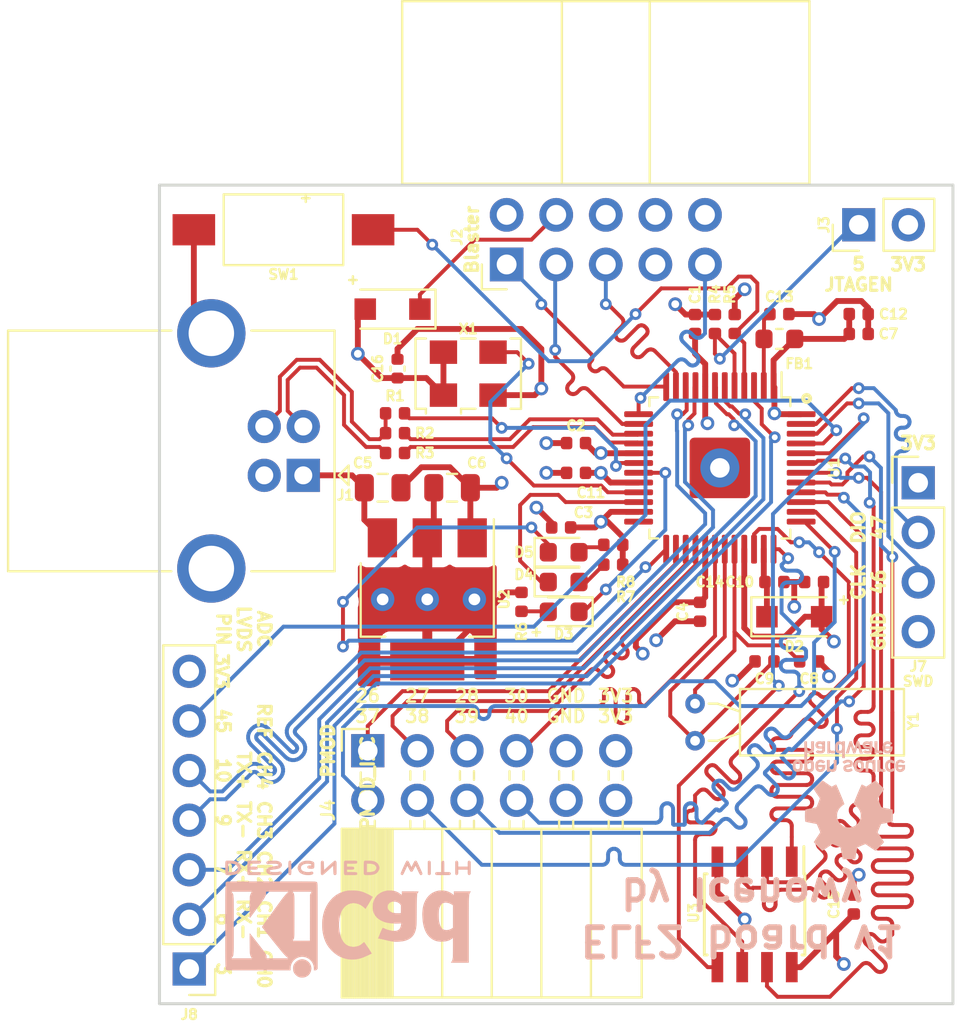
<source format=kicad_pcb>
(kicad_pcb (version 20221018) (generator pcbnew)
  (layers (0 "F.Cu" signal) (1 "In1.Cu" signal) (2 "In2.Cu" signal) (31 "B.Cu" signal) (34 "B.Paste" user) (35 "F.Paste" user) (36 "B.SilkS" user "B.Silkscreen") (37 "F.SilkS" user "F.Silkscreen") (38 "B.Mask" user) (39 "F.Mask" user) (44 "Edge.Cuts" user))
  (net 0 "")
  (net 1 "/UD+")
  (net 2 "/UPU")
  (net 3 "/UD-")
  (net 4 "+3V3")
  (net 5 "+5V")
  (net 6 "GND")
  (net 7 "Net-(C13-Pad2)")
  (net 8 "/PROGRAMN")
  (net 9 "/JTAGEN")
  (net 10 "/TMS")
  (net 11 "/TCK")
  (net 12 "/TDI")
  (net 13 "/TDO")
  (net 14 "Net-(C9-Pad1)")
  (net 15 "Net-(C8-Pad1)")
  (net 16 "+BATT")
  (net 17 "/PORT_D+")
  (net 18 "/PORT_D-")
  (net 19 "/PMOD_6P_1")
  (net 20 "/PMOD_6P_2")
  (net 21 "/PMOD_6P_3")
  (net 22 "/PMOD_6P_4")
  (net 23 "/SWCLK")
  (net 24 "/SWDIO")
  (net 25 "Net-(D3-Pad2)")
  (net 26 "Net-(D4-Pad2)")
  (net 27 "Net-(D5-Pad2)")
  (net 28 "/LED_B")
  (net 29 "/LED_G")
  (net 30 "/LED_R")
  (net 31 "/ADC_0")
  (net 32 "/LVDSRX_N")
  (net 33 "/LVDSRX_P")
  (net 34 "/LVDSTX_N")
  (net 35 "/LVDSTX_P")
  (net 36 "/ADC_REF")
  (net 37 "/PMOD_6P2_1")
  (net 38 "/PMOD_6P2_2")
  (net 39 "/PMOD_6P2_3")
  (net 40 "/PMOD_6P2_4")
  (net 41 "/QSPI_CS")
  (net 42 "/QSPI_IO1")
  (net 43 "/QSPI_IO2")
  (net 44 "/QSPI_IO0")
  (net 45 "/QSPI_SCK")
  (net 46 "/QSPI_IO3")
  (net 47 "Net-(D1-Pad1)")
  (net 48 "/CLK")
  (footprint "JLCSMT_Packages:SOIC-8_3.9x4.9mm_P1.27mm" (layer "F.Cu") (at 133.604 85.344 180)
    (fp_text reference "U3")
    (fp_text value "AT25SF081-SSHD-X")
  )
  (footprint "Capacitor_SMD:C_0402_1005Metric" (layer "F.Cu") (at 138.684 84.836 -90)
    (fp_text reference "C15")
    (fp_text value "0.1uF")
  )
  (footprint "Resistor_SMD:R_0402_1005Metric" (layer "F.Cu") (at 115.189 60.706 180)
    (fp_text reference "R2")
    (fp_text value "47R")
  )
  (footprint "JLCSMT_Packages:SOT-223-3_TabPin2" (layer "F.Cu") (at 116.84 69.215 90)
    (fp_text reference "U2")
    (fp_text value "AP1117-33")
  )
  (footprint "Icenowy_Packages:LQFP-48-1EP_7x7mm_P0.5mm_EP3.1x3.1mm" (layer "F.Cu") (at 131.826 62.484 -90)
    (fp_text reference "U1")
    (fp_text value "EF2M45LG48")
  )
  (footprint "Connector_USB:USB_B_OST_USB-B1HSxx_Horizontal" (layer "F.Cu") (at 110.49 62.865 180)
    (fp_text reference "J1")
    (fp_text value "USB_B")
  )
  (footprint "Connector_PinHeader_2.54mm:PinHeader_1x02_P2.54mm_Vertical" (layer "F.Cu") (at 138.938 50.038 90)
    (fp_text reference "J3")
    (fp_text value "JTAGEN")
  )
  (footprint "Capacitor_SMD:C_0805_2012Metric" (layer "F.Cu") (at 118.11 63.5)
    (fp_text reference "C6")
    (fp_text value "10uF")
  )
  (footprint "Capacitor_SMD:C_0805_2012Metric" (layer "F.Cu") (at 114.554 63.5)
    (fp_text reference "C5")
    (fp_text value "10uF")
  )
  (footprint "Capacitor_SMD:C_0402_1005Metric" (layer "F.Cu") (at 134.62 68.326 180)
    (fp_text reference "C14")
    (fp_text value "0.1uF")
  )
  (footprint "Capacitor_SMD:C_0402_1005Metric" (layer "F.Cu") (at 130.556 55.118 -90)
    (fp_text reference "C1")
    (fp_text value "0.1uF")
  )
  (footprint "Capacitor_SMD:C_0402_1005Metric" (layer "F.Cu") (at 134.874 54.61 180)
    (fp_text reference "C13")
    (fp_text value "0.1uF")
  )
  (footprint "Capacitor_SMD:C_0402_1005Metric" (layer "F.Cu") (at 138.938 54.61)
    (fp_text reference "C12")
    (fp_text value "0.1uF")
  )
  (footprint "Capacitor_SMD:C_0402_1005Metric" (layer "F.Cu") (at 124.46 62.738 180)
    (fp_text reference "C11")
    (fp_text value "0.1uF")
  )
  (footprint "Capacitor_SMD:C_0402_1005Metric" (layer "F.Cu") (at 136.652 68.326 180)
    (fp_text reference "C10")
    (fp_text value "0.1uF")
  )
  (footprint "Capacitor_SMD:C_0402_1005Metric" (layer "F.Cu") (at 134.112 72.39 180)
    (fp_text reference "C9")
    (fp_text value "12pF")
  )
  (footprint "Capacitor_SMD:C_0402_1005Metric" (layer "F.Cu") (at 136.398 72.39)
    (fp_text reference "C8")
    (fp_text value "12pF")
  )
  (footprint "Capacitor_SMD:C_0402_1005Metric" (layer "F.Cu") (at 138.938 55.626 180)
    (fp_text reference "C7")
    (fp_text value "0.1uF")
  )
  (footprint "Capacitor_SMD:C_0402_1005Metric" (layer "F.Cu") (at 130.81 69.85 90)
    (fp_text reference "C4")
    (fp_text value "0.1uF")
  )
  (footprint "Capacitor_SMD:C_0402_1005Metric" (layer "F.Cu") (at 123.698 65.532)
    (fp_text reference "C3")
    (fp_text value "0.1uF")
  )
  (footprint "Resistor_SMD:R_0402_1005Metric" (layer "F.Cu") (at 115.189 61.722 180)
    (fp_text reference "R3")
    (fp_text value "47R")
  )
  (footprint "Capacitor_SMD:C_0402_1005Metric" (layer "F.Cu") (at 124.46 61.214)
    (fp_text reference "C2")
    (fp_text value "0.1uF")
  )
  (footprint "Resistor_SMD:R_0402_1005Metric" (layer "F.Cu") (at 115.189 59.69 180)
    (fp_text reference "R1")
    (fp_text value "1.5kR")
  )
  (footprint "Connector_IDC:IDC-Header_2x05_P2.54mm_Horizontal" (layer "F.Cu") (at 120.904 52.07 90)
    (fp_text reference "J2")
    (fp_text value "USB_Blaster")
  )
  (footprint "Resistor_SMD:R_0402_1005Metric" (layer "F.Cu") (at 132.588 55.118 -90)
    (fp_text reference "R5")
    (fp_text value "10kR")
  )
  (footprint "Diode_SMD:D_SOD-123F" (layer "F.Cu") (at 135.636 70.104)
    (fp_text reference "D2")
    (fp_text value "1N5819")
  )
  (footprint "Resistor_SMD:R_0402_1005Metric" (layer "F.Cu") (at 121.666 69.342 -90)
    (fp_text reference "R6")
    (fp_text value "1.5kR")
  )
  (footprint "LED_SMD:LED_0603_1608Metric" (layer "F.Cu") (at 123.825 69.85 180)
    (fp_text reference "D3")
    (fp_text value "RED")
  )
  (footprint "Resistor_SMD:R_0402_1005Metric" (layer "F.Cu") (at 126.365 66.421 180)
    (fp_text reference "R8")
    (fp_text value "1.5kR")
  )
  (footprint "LED_SMD:LED_0603_1608Metric" (layer "F.Cu") (at 123.825 66.802)
    (fp_text reference "D5")
    (fp_text value "BLUE")
  )
  (footprint "LED_SMD:LED_0603_1608Metric" (layer "F.Cu") (at 123.825 68.326)
    (fp_text reference "D4")
    (fp_text value "GREEN")
  )
  (footprint "Crystal:Crystal_C38-LF_D3.0mm_L8.0mm_Horizontal" (layer "F.Cu") (at 130.556 76.454 90)
    (fp_text reference "Y1")
    (fp_text value "32768")
  )
  (footprint "Connector_PinHeader_2.54mm:PinHeader_1x07_P2.54mm_Vertical" (layer "F.Cu") (at 104.648 88.138 180)
    (fp_text reference "J8")
    (fp_text value "ADC_LVDS")
  )
  (footprint "Connector_PinSocket_2.54mm:PinSocket_2x06_P2.54mm_Horizontal" (layer "F.Cu") (at 113.792 76.962 90)
    (fp_text reference "J4")
    (fp_text value "PMOD")
  )
  (footprint "Connector_PinHeader_2.54mm:PinHeader_1x04_P2.54mm_Vertical" (layer "F.Cu") (at 141.986 63.246)
    (fp_text reference "J7")
    (fp_text value "SWD")
  )
  (footprint "Resistor_SMD:R_0402_1005Metric" (layer "F.Cu") (at 131.572 55.118 90)
    (fp_text reference "R4")
    (fp_text value "10kR")
  )
  (footprint "Button_Switch_SMD:SW_SPST_FSMSM" (layer "F.Cu") (at 109.474 50.292 180)
    (fp_text reference "SW1")
    (fp_text value "RESET")
  )
  (footprint "Capacitor_SMD:C_0402_1005Metric" (layer "F.Cu") (at 115.316 57.404 90)
    (fp_text reference "C16")
    (fp_text value "0.1uF")
  )
  (footprint "Inductor_SMD:L_0603_1608Metric" (layer "F.Cu") (at 134.874 55.88 180)
    (fp_text reference "FB1")
    (fp_text value "300R")
  )
  (footprint "Resistor_SMD:R_0402_1005Metric" (layer "F.Cu") (at 126.365 67.437 180)
    (fp_text reference "R7")
    (fp_text value "1.5kR")
  )
  (footprint "Oscillator:Oscillator_SMD_EuroQuartz_XO53-4Pin_5.0x3.2mm" (layer "F.Cu") (at 118.938 57.659001)
    (fp_text reference "X1")
    (fp_text value "24MHz")
  )
  (footprint "Diode_SMD:D_SOD-123F" (layer "F.Cu") (at 115.062 54.356 180)
    (fp_text reference "D1")
    (fp_text value "1N5819")
  )
  (footprint "Symbol:OSHW-Logo_5.7x6mm_SilkScreen" (layer "B.Cu") (at 138.43 79.502)
    (fp_text reference "REF**" hide)
    (fp_text value "OSHW-Logo_5.7x6mm_SilkScreen" hide)
  )
  (footprint "Symbol:KiCad-Logo2_5mm_SilkScreen" (layer "B.Cu") (at 112.776 85.598)
    (fp_text reference "REF**" hide)
    (fp_text value "KiCad-Logo2_5mm_SilkScreen" hide)
  )
  (gr_circle (center 136.271 58.928) (end 136.398 59.055) (stroke (width 0.2)) (fill none) (layer "F.SilkS"))
  (gr_line (start 103.124 48.006) (end 103.124 89.916) (stroke (width 0.15)) (layer "Edge.Cuts"))
  (gr_line (start 103.124 89.916) (end 143.764 89.916) (stroke (width 0.15)) (layer "Edge.Cuts"))
  (gr_line (start 143.764 48.006) (end 143.764 89.916) (stroke (width 0.15)) (layer "Edge.Cuts"))
  (gr_line (start 103.124 48.006) (end 143.764 48.006) (stroke (width 0.15)) (layer "Edge.Cuts"))
  (gr_text "ELF2 board v1\nby Icenowy" (at 132.969 85.471 180) (layer "B.SilkS") (effects (font (size 1.5 1.5) (thickness 0.3)) (justify mirror)))
  (gr_text "+" (at 138.176 69.215) (layer "F.SilkS") (effects (font (size 0.5 0.5) (thickness 0.125))))
  (gr_text "CH4\nTX+\n10" (at 107.442 77.978 270) (layer "F.SilkS") (effects (font (size 0.65 0.65) (thickness 0.1625))))
  (gr_text "CH3\nTX-\n9" (at 107.442 80.518 270) (layer "F.SilkS") (effects (font (size 0.65 0.65) (thickness 0.1625))))
  (gr_text "CH2\nRX+\n7" (at 107.442 83.058 270) (layer "F.SilkS") (effects (font (size 0.65 0.65) (thickness 0.1625))))
  (gr_text "CH1\nRX-\n6" (at 107.442 85.598 270) (layer "F.SilkS") (effects (font (size 0.65 0.65) (thickness 0.1625))))
  (gr_text "CH0\n\n3" (at 107.442 88.138 270) (layer "F.SilkS") (effects (font (size 0.65 0.65) (thickness 0.1625))))
  (gr_text "PMOD" (at 111.76 76.962 90) (layer "F.SilkS") (effects (font (size 0.65 0.65) (thickness 0.1625))))
  (gr_text "+" (at 122.428 70.866) (layer "F.SilkS") (effects (font (size 0.5 0.5) (thickness 0.125))))
  (gr_text "+" (at 113.03 52.832) (layer "F.SilkS") (effects (font (size 0.5 0.5) (thickness 0.125))))
  (gr_text "DIO\n47" (at 139.446 65.532 90) (layer "F.SilkS") (effects (font (size 0.65 0.65) (thickness 0.1625))))
  (gr_text "CLK\n46" (at 139.446 68.326 90) (layer "F.SilkS") (effects (font (size 0.65 0.65) (thickness 0.1625))))
  (gr_text "GND" (at 139.954 70.866 90) (layer "F.SilkS") (effects (font (size 0.65 0.65) (thickness 0.1625))))
  (gr_text "SWD" (at 141.986 73.406) (layer "F.SilkS") (effects (font (size 0.5 0.5) (thickness 0.125))))
  (gr_text "3V3" (at 141.986 61.214) (layer "F.SilkS") (effects (font (size 0.65 0.65) (thickness 0.1625))))
  (gr_text "5\nJTAGEN" (at 138.938 52.578) (layer "F.SilkS") (effects (font (size 0.65 0.65) (thickness 0.1625))))
  (gr_text "3V3" (at 141.478 52.07) (layer "F.SilkS") (effects (font (size 0.65 0.65) (thickness 0.1625))))
  (gr_text "GND\nGND" (at 123.952 74.676) (layer "F.SilkS") (effects (font (size 0.65 0.65) (thickness 0.125))))
  (gr_text "30\n40" (at 121.412 74.676) (layer "F.SilkS") (effects (font (size 0.65 0.65) (thickness 0.125))))
  (gr_text "27\n38" (at 116.332 74.676) (layer "F.SilkS") (effects (font (size 0.65 0.65) (thickness 0.125))))
  (gr_text "26\n37" (at 113.792 74.676) (layer "F.SilkS") (effects (font (size 0.65 0.65) (thickness 0.125))))
  (gr_text "28\n39" (at 118.872 74.676) (layer "F.SilkS") (effects (font (size 0.65 0.65) (thickness 0.125))))
  (gr_text "ADC\nLVDS\nPIN" (at 107.442 70.739 270) (layer "F.SilkS") (effects (font (size 0.65 0.65) (thickness 0.1625))))
  (gr_text "3V3" (at 106.299 72.898 270) (layer "F.SilkS") (effects (font (size 0.65 0.65) (thickness 0.1625))))
  (gr_text "PMOD_I2C" (at 113.792 78.613 90) (layer "F.SilkS") (effects (font (size 0.65 0.65) (thickness 0.1625))))
  (gr_text "REF\n\n45" (at 107.442 75.438 270) (layer "F.SilkS") (effects (font (size 0.65 0.65) (thickness 0.1625))))
  (gr_text "Blaster" (at 119.126 50.8 90) (layer "F.SilkS") (effects (font (size 0.65 0.65) (thickness 0.1625))))
  (gr_text "+" (at 110.617 48.641) (layer "F.SilkS") (effects (font (size 0.5 0.5) (thickness 0.125))))
  (gr_text "3V3\n3V3" (at 126.492 74.676) (layer "F.SilkS") (effects (font (size 0.65 0.65) (thickness 0.125))))
  (segment (start 126.344844 60.784) (end 125.558844 59.998) (width 0.2) (layer "F.Cu") (net 1))
  (segment (start 115.982 61.014) (end 115.674 60.706) (width 0.2) (layer "F.Cu") (net 1))
  (segment (start 122.091156 59.998) (end 121.075156 61.014) (width 0.2) (layer "F.Cu") (net 1))
  (segment (start 127.6135 60.784) (end 126.344844 60.784) (width 0.2) (layer "F.Cu") (net 1))
  (segment (start 121.075156 61.014) (end 115.982 61.014) (width 0.2) (layer "F.Cu") (net 1))
  (segment (start 127.6635 60.734) (end 127.6135 60.784) (width 0.2) (layer "F.Cu") (net 1))
  (segment (start 125.558844 59.998) (end 122.091156 59.998) (width 0.2) (layer "F.Cu") (net 1))
  (segment (start 120.16 59.944) (end 120.65 60.434) (width 0.2) (layer "F.Cu") (net 2))
  (segment (start 126.652772 62.234) (end 126.502772 62.384) (width 0.2) (layer "F.Cu") (net 2))
  (segment (start 115.674 59.69) (end 115.928 59.944) (width 0.2) (layer "F.Cu") (net 2))
  (segment (start 127.6635 62.234) (end 126.652772 62.234) (width 0.2) (layer "F.Cu") (net 2))
  (segment (start 115.928 59.944) (end 120.16 59.944) (width 0.2) (layer "F.Cu") (net 2))
  (via (at 120.65 60.434) (size 0.6) (drill 0.3) (layers "F.Cu" "B.Cu") (net 2))
  (via (at 126.502772 62.384) (size 0.6) (drill 0.3) (layers "F.Cu" "B.Cu") (net 2))
  (segment (start 125.403998 60.434) (end 120.65 60.434) (width 0.2) (layer "B.Cu") (net 2))
  (segment (start 126.502772 61.532774) (end 125.403998 60.434) (width 0.2) (layer "B.Cu") (net 2))
  (segment (start 126.502772 62.384) (end 126.502772 61.532774) (width 0.2) (layer "B.Cu") (net 2))
  (segment (start 126.179156 61.184) (end 125.393156 60.398) (width 0.2) (layer "F.Cu") (net 3))
  (segment (start 127.6635 61.234) (end 127.6135 61.184) (width 0.2) (layer "F.Cu") (net 3))
  (segment (start 115.982 61.414) (end 115.674 61.722) (width 0.2) (layer "F.Cu") (net 3))
  (segment (start 127.6135 61.184) (end 126.179156 61.184) (width 0.2) (layer "F.Cu") (net 3))
  (segment (start 125.393156 60.398) (end 122.256844 60.398) (width 0.2) (layer "F.Cu") (net 3))
  (segment (start 122.256844 60.398) (end 121.240844 61.414) (width 0.2) (layer "F.Cu") (net 3))
  (segment (start 121.240844 61.414) (end 115.982 61.414) (width 0.2) (layer "F.Cu") (net 3))
  (segment (start 129.466742 69.365) (end 127.523874 71.307868) (width 0.3) (layer "F.Cu") (net 4))
  (segment (start 133.076 66.6465) (end 133.076 70.674002) (width 0.3) (layer "F.Cu") (net 4))
  (segment (start 116.84 72.365) (end 117.373 72.365) (width 0.3) (layer "F.Cu") (net 4))
  (segment (start 125.741996 61.734) (end 125.73 61.722004) (width 0.3) (layer "F.Cu") (net 4))
  (segment (start 134.576 56.9655) (end 135.6615 55.88) (width 0.3) (layer "F.Cu") (net 4))
  (segment (start 124.183 65.532) (end 125.44 65.532) (width 0.3) (layer "F.Cu") (net 4))
  (segment (start 135.17 71.12) (end 136.186 70.104) (width 0.3) (layer "F.Cu") (net 4))
  (segment (start 117.1725 65.7325) (end 116.84 66.065) (width 0.3) (layer "F.Cu") (net 4))
  (segment (start 134.664 59.734) (end 134.62 59.69) (width 0.3) (layer "F.Cu") (net 4))
  (segment (start 131.076 58.3215) (end 131.076 60.083) (width 0.3) (layer "F.Cu") (net 4))
  (segment (start 137.036 70.104) (end 137.036 68.427) (width 0.3) (layer "F.Cu") (net 4))
  (segment (start 135.509 88.044) (end 135.961 88.044) (width 0.3) (layer "F.Cu") (net 4))
  (segment (start 126.85 66.421) (end 126.85 67.437) (width 0.3) (layer "F.Cu") (net 4))
  (segment (start 126.225994 63.234) (end 125.729994 62.738) (width 0.3) (layer "F.Cu") (net 4))
  (segment (start 137.7835 86.2215) (end 138.684 85.321) (width 0.3) (layer "F.Cu") (net 4))
  (segment (start 127.523874 71.307868) (end 127.523874 71.643874) (width 0.3) (layer "F.Cu") (net 4))
  (segment (start 136.186 70.104) (end 137.036 70.104) (width 0.3) (layer "F.Cu") (net 4))
  (segment (start 135.9885 59.734) (end 134.664 59.734) (width 0.3) (layer "F.Cu") (net 4))
  (segment (start 132.588 54.633) (end 132.588 53.848) (width 0.3) (layer "F.Cu") (net 4))
  (segment (start 120.881 68.857) (end 121.666 68.857) (width 0.3) (layer "F.Cu") (net 4))
  (segment (start 126.85 66.421) (end 126.85 66.017) (width 0.3) (layer "F.Cu") (net 4))
  (segment (start 137.036 70.104) (end 137.036 70.742) (width 0.3) (layer "F.Cu") (net 4))
  (segment (start 137.7835 86.2215) (end 137.7835 87.4915) (width 0.3) (layer "F.Cu") (net 4))
  (segment (start 138.453 55.626) (end 138.453 54.61) (width 0.3) (layer "F.Cu") (net 4))
  (segment (start 127.523874 71.643874) (end 127.873873 71.993873) (width 0.3) (layer "F.Cu") (net 4))
  (segment (start 127.6635 61.734) (end 125.741996 61.734) (width 0.3) (layer "F.Cu") (net 4))
  (segment (start 117.1725 63.5) (end 117.1725 65.7325) (width 0.3) (layer "F.Cu") (net 4))
  (segment (start 114.526 57.884) (end 113.284 56.642) (width 0.3) (layer "F.Cu") (net 4))
  (segment (start 116.792999 57.884) (end 117.668 58.759001) (width 0.3) (layer "F.Cu") (net 4))
  (segment (start 117.373 72.365) (end 120.881 68.857) (width 0.3) (layer "F.Cu") (net 4))
  (segment (start 117.668 56.559001) (end 117.668 58.759001) (width 0.3) (layer "F.Cu") (net 4))
  (segment (start 125.44 65.532) (end 125.73 65.242) (width 0.3) (layer "F.Cu") (net 4))
  (segment (start 115.316 57.884) (end 114.526 57.884) (width 0.3) (layer "F.Cu") (net 4))
  (segment (start 133.521998 71.12) (end 135.17 71.12) (width 0.3) (layer "F.Cu") (net 4))
  (segment (start 124.945 61.214) (end 125.453004 61.722004) (width 0.3) (layer "F.Cu") (net 4))
  (segment (start 133.076 70.674002) (end 133.521998 71.12) (width 0.3) (layer "F.Cu") (net 4))
  (segment (start 126.85 66.017) (end 126.075 65.242) (width 0.3) (layer "F.Cu") (net 4))
  (segment (start 115.316 57.884) (end 116.792999 57.884) (width 0.3) (layer "F.Cu") (net 4))
  (segment (start 125.73 65.242) (end 126.238 64.734) (width 0.3) (layer "F.Cu") (net 4))
  (segment (start 137.7835 87.4915) (end 138.176 87.884) (width 0.3) (layer "F.Cu") (net 4))
  (segment (start 137.036 68.427) (end 137.137 68.326) (width 0.3) (layer "F.Cu") (net 4))
  (segment (start 131.076 58.3215) (end 131.076 57.162) (width 0.3) (layer "F.Cu") (net 4))
  (segment (start 134.576 58.3215) (end 134.576 56.9655) (width 0.3) (layer "F.Cu") (net 4))
  (segment (start 131.076 60.083) (end 131.191 60.198) (width 0.3) (layer "F.Cu") (net 4))
  (segment (start 127.6635 63.234) (end 126.225994 63.234) (width 0.3) (layer "F.Cu") (net 4))
  (segment (start 130.556 56.642) (end 130.556 55.603) (width 0.3) (layer "F.Cu") (net 4))
  (segment (start 113.284 54.734) (end 113.662 54.356) (width 0.3) (layer "F.Cu") (net 4))
  (segment (start 132.588 53.848) (end 133.096 53.34) (width 0.3) (layer "F.Cu") (net 4))
  (segment (start 135.961 88.044) (end 137.7835 86.2215) (width 0.3) (layer "F.Cu") (net 4))
  (segment (start 131.076 66.6465) (end 131.076 69.099) (width 0.3) (layer "F.Cu") (net 4))
  (segment (start 124.945 62.738) (end 125.729994 62.738) (width 0.3) (layer "F.Cu") (net 4))
  (segment (start 131.076 57.162) (end 130.556 56.642) (width 0.3) (layer "F.Cu") (net 4))
  (segment (start 113.284 56.642) (end 113.284 54.734) (width 0.3) (layer "F.Cu") (net 4))
  (segment (start 138.199 55.88) (end 138.453 55.626) (width 0.3) (layer "F.Cu") (net 4))
  (segment (start 135.6615 55.88) (end 138.199 55.88) (width 0.3) (layer "F.Cu") (net 4))
  (segment (start 125.453004 61.722004) (end 125.73 61.722004) (width 0.3) (layer "F.Cu") (net 4))
  (segment (start 137.036 70.742) (end 137.668 71.374) (width 0.3) (layer "F.Cu") (net 4))
  (segment (start 131.076 69.099) (end 130.81 69.365) (width 0.3) (layer "F.Cu") (net 4))
  (segment (start 126.238 64.734) (end 127.6635 64.734) (width 0.3) (layer "F.Cu") (net 4))
  (segment (start 134.62 59.69) (end 134.62 58.3655) (width 0.3) (layer "F.Cu") (net 4))
  (segment (start 134.62 58.3655) (end 134.576 58.3215) (width 0.3) (layer "F.Cu") (net 4))
  (segment (start 126.075 65.242) (end 125.73 65.242) (width 0.3) (layer "F.Cu") (net 4))
  (segment (start 130.81 69.365) (end 129.466742 69.365) (width 0.3) (layer "F.Cu") (net 4))
  (via (at 114.554 69.215) (size 1.2) (drill 0.6) (layers "F.Cu" "B.Cu") (net 4))
  (via (at 119.253 69.215) (size 1.2) (drill 0.6) (layers "F.Cu" "B.Cu") (net 4))
  (via (at 125.729994 62.738) (size 0.7) (drill 0.4) (layers "F.Cu" "B.Cu") (net 4))
  (via (at 127.873873 71.993873) (size 0.7) (drill 0.4) (layers "F.Cu" "B.Cu") (net 4))
  (via (at 116.84 69.215) (size 1.2) (drill 0.6) (layers "F.Cu" "B.Cu") (net 4))
  (via (at 125.73 61.722004) (size 0.7) (drill 0.4) (layers "F.Cu" "B.Cu") (net 4))
  (via (at 125.73 65.242) (size 0.7) (drill 0.4) (layers "F.Cu" "B.Cu") (net 4))
  (via (at 137.668 71.374) (size 0.7) (drill 0.4) (layers "F.Cu" "B.Cu") (net 4))
  (via (at 134.62 59.69) (size 0.7) (drill 0.4) (layers "F.Cu" "B.Cu") (net 4))
  (via (at 113.284 56.642) (size 0.7) (drill 0.4) (layers "F.Cu" "B.Cu") (net 4))
  (via (at 133.096 53.34) (size 0.7) (drill 0.4) (layers "F.Cu" "B.Cu") (net 4))
  (via (at 138.176 87.884) (size 0.7) (drill 0.4) (layers "F.Cu" "B.Cu") (net 4))
  (via (at 131.191 60.198) (size 0.7) (drill 0.4) (layers "F.Cu" "B.Cu") (net 4))
  (segment (start 112.9815 62.865) (end 113.6165 63.5) (width 0.3) (layer "F.Cu") (net 5))
  (segment (start 113.6165 65.1415) (end 114.54 66.065) (width 0.3) (layer "F.Cu") (net 5))
  (segment (start 113.6165 63.5) (end 113.6165 65.1415) (width 0.3) (layer "F.Cu") (net 5))
  (segment (start 110.49 62.865) (end 112.9815 62.865) (width 0.3) (layer "F.Cu") (net 5))
  (segment (start 139.423 54.61) (end 139.423 54.29) (width 0.3) (layer "F.Cu") (net 6))
  (segment (start 130.81 70.335) (end 129.532746 70.335) (width 0.3) (layer "F.Cu") (net 6))
  (segment (start 116.332 55.372) (end 121.666 55.372) (width 0.3) (layer "F.Cu") (net 6))
  (segment (start 131.699 84.201) (end 133.096 85.598) (width 0.3) (layer "F.Cu") (net 6))
  (segment (start 120.396 63.5) (end 120.65 63.246) (width 0.3) (layer "F.Cu") (net 6))
  (segment (start 135.636 68.326) (end 135.105 68.326) (width 0.3) (layer "F.Cu") (net 6))
  (segment (start 123.213 65.301) (end 122.428 64.516) (width 0.3) (layer "F.Cu") (net 6))
  (segment (start 122.342999 58.759001) (end 122.682 58.42) (width 0.3) (layer "F.Cu") (net 6))
  (segment (start 122.682 56.388) (end 122.682 58.42) (width 0.3) (layer "F.Cu") (net 6))
  (segment (start 119.0475 63.5) (end 119.0475 65.9725) (width 0.3) (layer "F.Cu") (net 6))
  (segment (start 119.0475 63.5) (end 120.396 63.5) (width 0.3) (layer "F.Cu") (net 6))
  (segment (start 136.652 54.61) (end 136.906 54.864) (width 0.3) (layer "F.Cu") (net 6))
  (segment (start 138.684 83.566) (end 138.938 83.312) (width 0.3) (layer "F.Cu") (net 6))
  (segment (start 139.423 54.29) (end 139.07299 53.93999) (width 0.3) (layer "F.Cu") (net 6))
  (segment (start 123.975 62.738) (end 122.936 62.738) (width 0.3) (layer "F.Cu") (net 6))
  (segment (start 121.666 55.372) (end 122.682 56.388) (width 0.3) (layer "F.Cu") (net 6))
  (segment (start 123.975 61.214) (end 122.936 61.214) (width 0.3) (layer "F.Cu") (net 6))
  (segment (start 132.642176 73.374824) (end 132.460077 73.374824) (width 0.3) (layer "F.Cu") (net 6))
  (segment (start 130.556 54.633) (end 130.071 54.633) (width 0.3) (layer "F.Cu") (net 6))
  (segment (start 115.316 56.924) (end 115.316 56.388) (width 0.3) (layer "F.Cu") (net 6))
  (segment (start 136.883 72.39) (end 137.414 72.921) (width 0.3) (layer "F.Cu") (net 6))
  (segment (start 123.213 65.532) (end 123.213 65.301) (width 0.3) (layer "F.Cu") (net 6))
  (segment (start 120.208 58.759001) (end 122.342999 58.759001) (width 0.3) (layer "F.Cu") (net 6))
  (segment (start 131.699 82.644) (end 131.699 84.201) (width 0.3) (layer "F.Cu") (net 6))
  (segment (start 138.684 84.351) (end 138.684 83.566) (width 0.3) (layer "F.Cu") (net 6))
  (segment (start 135.636 68.326) (end 135.636 69.596) (width 0.3) (layer "F.Cu") (net 6))
  (segment (start 115.316 56.388) (end 116.332 55.372) (width 0.3) (layer "F.Cu") (net 6))
  (segment (start 136.167 68.326) (end 135.636 68.326) (width 0.3) (layer "F.Cu") (net 6))
  (segment (start 104.884 54.699) (end 105.78 55.595) (width 0.3) (layer "F.Cu") (net 6))
  (segment (start 139.423 55.626) (end 139.423 54.61) (width 0.3) (layer "F.Cu") (net 6))
  (segment (start 133.627 72.39) (end 132.642176 73.374824) (width 0.3) (layer "F.Cu") (net 6))
  (segment (start 130.071 54.633) (end 129.54 54.102) (width 0.3) (layer "F.Cu") (net 6))
  (segment (start 130.556 54.633) (end 131.572 54.633) (width 0.3) (layer "F.Cu") (net 6))
  (segment (start 137.83001 53.93999) (end 136.906 54.864) (width 0.3) (layer "F.Cu") (net 6))
  (segment (start 137.414 72.921) (end 137.414 73.152) (width 0.3) (layer "F.Cu") (net 6))
  (segment (start 129.532746 70.335) (end 128.561611 71.306135) (width 0.3) (layer "F.Cu") (net 6))
  (segment (start 104.884 50.292) (end 104.884 54.699) (width 0.3) (layer "F.Cu") (net 6))
  (segment (start 116.54151 62.44999) (end 117.99749 62.44999) (width 0.3) (layer "F.Cu") (net 6))
  (segment (start 135.359 54.61) (end 136.652 54.61) (width 0.3) (layer "F.Cu") (net 6))
  (segment (start 115.4915 63.5) (end 116.54151 62.44999) (width 0.3) (layer "F.Cu") (net 6))
  (segment (start 119.0475 65.9725) (end 119.14 66.065) (width 0.3) (layer "F.Cu") (net 6))
  (segment (start 117.99749 62.44999) (end 119.0475 63.5) (width 0.3) (layer "F.Cu") (net 6))
  (segment (start 139.07299 53.93999) (end 137.83001 53.93999) (width 0.3) (layer "F.Cu") (net 6))
  (via (at 132.460077 73.374824) (size 0.7) (drill 0.4) (layers "F.Cu" "B.Cu") (net 6))
  (via (at 135.636 69.596) (size 0.7) (drill 0.4) (layers "F.Cu" "B.Cu") (net 6))
  (via (at 120.65 63.246) (size 0.7) (drill 0.4) (layers "F.Cu" "B.Cu") (net 6))
  (via (at 122.936 61.214) (size 0.7) (drill 0.4) (layers "F.Cu" "B.Cu") (net 6))
  (via (at 131.826 62.484) (size 2) (drill 1) (layers "F.Cu" "B.Cu") (net 6))
  (via (at 133.096 85.598) (size 0.7) (drill 0.4) (layers "F.Cu" "B.Cu") (net 6))
  (via (at 138.938 83.312) (size 0.7) (drill 0.4) (layers "F.Cu" "B.Cu") (net 6))
  (via (at 122.936 62.738) (size 0.7) (drill 0.4) (layers "F.Cu" "B.Cu") (net 6))
  (via (at 128.561611 71.306135) (size 0.7) (drill 0.4) (layers "F.Cu" "B.Cu") (net 6))
  (via (at 136.906 54.864) (size 0.7) (drill 0.4) (layers "F.Cu" "B.Cu") (net 6))
  (via (at 129.54 54.102) (size 0.7) (drill 0.4) (layers "F.Cu" "B.Cu") (net 6))
  (via (at 122.682 58.42) (size 0.7) (drill 0.4) (layers "F.Cu" "B.Cu") (net 6))
  (via (at 137.414 73.152) (size 0.7) (drill 0.4) (layers "F.Cu" "B.Cu") (net 6))
  (via (at 122.428 64.516) (size 0.7) (drill 0.4) (layers "F.Cu" "B.Cu") (net 6))
  (segment (start 134.076 58.3215) (end 134.076 55.8905) (width 0.2) (layer "F.Cu") (net 7))
  (segment (start 134.076 55.8905) (end 134.0865 55.88) (width 0.2) (layer "F.Cu") (net 7))
  (segment (start 134.0865 54.9125) (end 134.389 54.61) (width 0.2) (layer "F.Cu") (net 7))
  (segment (start 134.0865 55.88) (end 134.0865 54.9125) (width 0.2) (layer "F.Cu") (net 7))
  (segment (start 133.408001 52.689999) (end 132.783999 52.689999) (width 0.2) (layer "F.Cu") (net 8))
  (segment (start 128.823999 53.294001) (end 127.508 54.61) (width 0.2) (layer "F.Cu") (net 8))
  (segment (start 132.179997 53.294001) (end 128.823999 53.294001) (width 0.2) (layer "F.Cu") (net 8))
  (segment (start 116.332 50.292) (end 117.094 51.054) (width 0.2) (layer "F.Cu") (net 8))
  (segment (start 132.588 55.603) (end 133.746001 54.444999) (width 0.2) (layer "F.Cu") (net 8))
  (segment (start 133.746001 53.027999) (end 133.408001 52.689999) (width 0.2) (layer "F.Cu") (net 8))
  (segment (start 133.076 56.091) (end 132.588 55.603) (width 0.2) (layer "F.Cu") (net 8))
  (segment (start 132.783999 52.689999) (end 132.179997 53.294001) (width 0.2) (layer "F.Cu") (net 8))
  (segment (start 133.746001 54.444999) (end 133.746001 53.027999) (width 0.2) (layer "F.Cu") (net 8))
  (segment (start 114.064 50.292) (end 116.332 50.292) (width 0.2) (layer "F.Cu") (net 8))
  (segment (start 133.076 58.3215) (end 133.076 56.091) (width 0.2) (layer "F.Cu") (net 8))
  (via (at 117.094 51.054) (size 0.6) (drill 0.3) (layers "F.Cu" "B.Cu") (net 8))
  (via (at 127.508 54.61) (size 0.6) (drill 0.3) (layers "F.Cu" "B.Cu") (net 8))
  (segment (start 125.097077 57.020923) (end 123.060923 57.020923) (width 0.2) (layer "B.Cu") (net 8))
  (segment (start 123.060923 57.020923) (end 117.094 51.054) (width 0.2) (layer "B.Cu") (net 8))
  (segment (start 127.508 54.61) (end 125.097077 57.020923) (width 0.2) (layer "B.Cu") (net 8))
  (segment (start 132.576 56.63) (end 131.572 55.626) (width 0.2) (layer "F.Cu") (net 9))
  (segment (start 131.572 55.626) (end 131.572 55.603) (width 0.2) (layer "F.Cu") (net 9))
  (segment (start 132.576 58.3215) (end 132.576 56.63) (width 0.2) (layer "F.Cu") (net 9))
  (segment (start 131.572 55.603) (end 131.572 56.642) (width 0.2) (layer "F.Cu") (net 9))
  (segment (start 131.572 56.642) (end 131.826 56.896) (width 0.2) (layer "F.Cu") (net 9))
  (via (at 131.826 56.896) (size 0.6) (drill 0.3) (layers "F.Cu" "B.Cu") (net 9))
  (segment (start 138.684 50.038) (end 138.938 50.038) (width 0.2) (layer "B.Cu") (net 9))
  (segment (start 131.826 56.896) (end 138.684 50.038) (width 0.2) (layer "B.Cu") (net 9))
  (segment (start 126.884848 55.955926) (end 126.945374 55.926779) (width 0.2) (layer "F.Cu") (net 10))
  (segment (start 126.888012 55.05369) (end 126.873063 55.119184) (width 0.2) (layer "F.Cu") (net 10))
  (segment (start 126.752175 55.970875) (end 126.819354 55.970875) (width 0.2) (layer "F.Cu") (net 10))
  (segment (start 126.686681 55.955926) (end 126.752175 55.970875) (width 0.2) (layer "F.Cu") (net 10))
  (segment (start 128.084109 55.637935) (end 128.047598 55.683717) (width 0.2) (layer "F.Cu") (net 10))
  (segment (start 127.669118 55.222944) (end 127.721876 55.197536) (width 0.2) (layer "F.Cu") (net 10))
  (segment (start 126.802031 55.232233) (end 126.573633 55.46063) (width 0.2) (layer "F.Cu") (net 10))
  (segment (start 127.422159 56.309156) (end 127.380274 56.361679) (width 0.2) (layer "F.Cu") (net 10))
  (segment (start 125.984 54.102) (end 126.096062 54.102) (width 0.2) (layer "F.Cu") (net 10))
  (segment (start 128.320541 56.41904) (end 128.386036 56.433989) (width 0.2) (layer "F.Cu") (net 10))
  (segment (start 126.487651 55.706351) (end 126.5026 55.771846) (width 0.2) (layer "F.Cu") (net 10))
  (segment (start 128.127343 56.463137) (end 128.187868 56.433989) (width 0.2) (layer "F.Cu") (net 10))
  (segment (start 126.531748 55.832372) (end 126.573633 55.884894) (width 0.2) (layer "F.Cu") (net 10))
  (segment (start 128.047599 55.313899) (end 128.084108 55.359681) (width 0.2) (layer "F.Cu") (net 10))
  (segment (start 127.66788 56.819401) (end 127.733374 56.804452) (width 0.2) (layer "F.Cu") (net 10))
  (segment (start 126.802031 54.807969) (end 126.843916 54.860491) (width 0.2) (layer "F.Cu") (net 10))
  (segment (start 126.096062 54.102) (end 126.802031 54.807969) (width 0.2) (layer "F.Cu") (net 10))
  (segment (start 128.187868 56.433989) (end 128.253363 56.41904) (width 0.2) (layer "F.Cu") (net 10))
  (segment (start 127.94737 55.222943) (end 127.993154 55.259454) (width 0.2) (layer "F.Cu") (net 10))
  (segment (start 128.047598 55.683717) (end 127.650556 56.080759) (width 0.2) (layer "F.Cu") (net 10))
  (segment (start 126.843916 55.17971) (end 126.802031 55.232233) (width 0.2) (layer "F.Cu") (net 10))
  (segment (start 126.573633 55.46063) (end 126.531748 55.513153) (width 0.2) (layer "F.Cu") (net 10))
  (segment (start 127.336177 56.554878) (end 127.351126 56.620372) (width 0.2) (layer "F.Cu") (net 10))
  (segment (start 127.422159 56.73342) (end 127.474681 56.775305) (width 0.2) (layer "F.Cu") (net 10))
  (segment (start 126.888012 54.986511) (end 126.888012 55.05369) (width 0.2) (layer "F.Cu") (net 10))
  (segment (start 128.122546 55.469529) (end 128.122547 55.528087) (width 0.2) (layer "F.Cu") (net 10))
  (segment (start 127.600701 56.819401) (end 127.66788 56.819401) (width 0.2) (layer "F.Cu") (net 10))
  (segment (start 127.351126 56.620372) (end 127.380274 56.680898) (width 0.2) (layer "F.Cu") (net 10))
  (segment (start 127.474681 56.775305) (end 127.535207 56.804452) (width 0.2) (layer "F.Cu") (net 10))
  (segment (start 129.576 57.581938) (end 129.576 58.3215) (width 0.2) (layer "F.Cu") (net 10))
  (segment (start 127.846423 56.73342) (end 128.07482 56.505022) (width 0.2) (layer "F.Cu") (net 10))
  (segment (start 128.499084 56.505022) (end 129.576 57.581938) (width 0.2) (layer "F.Cu") (net 10))
  (segment (start 128.109516 55.412439) (end 128.122546 55.469529) (width 0.2) (layer "F.Cu") (net 10))
  (segment (start 128.253363 56.41904) (end 128.320541 56.41904) (width 0.2) (layer "F.Cu") (net 10))
  (segment (start 128.084108 55.359681) (end 128.109516 55.412439) (width 0.2) (layer "F.Cu") (net 10))
  (segment (start 127.733374 56.804452) (end 127.7939 56.775305) (width 0.2) (layer "F.Cu") (net 10))
  (segment (start 127.535207 56.804452) (end 127.600701 56.819401) (width 0.2) (layer "F.Cu") (net 10))
  (segment (start 127.650556 56.080759) (end 127.422159 56.309156) (width 0.2) (layer "F.Cu") (net 10))
  (segment (start 127.380274 56.680898) (end 127.422159 56.73342) (width 0.2) (layer "F.Cu") (net 10))
  (segment (start 126.626155 55.926779) (end 126.686681 55.955926) (width 0.2) (layer "F.Cu") (net 10))
  (segment (start 128.122547 55.528087) (end 128.109517 55.585177) (width 0.2) (layer "F.Cu") (net 10))
  (segment (start 128.446562 56.463137) (end 128.499084 56.505022) (width 0.2) (layer "F.Cu") (net 10))
  (segment (start 126.873063 54.921017) (end 126.888012 54.986511) (width 0.2) (layer "F.Cu") (net 10))
  (segment (start 126.945374 55.926779) (end 126.997897 55.884894) (width 0.2) (layer "F.Cu") (net 10))
  (segment (start 128.07482 56.505022) (end 128.127343 56.463137) (width 0.2) (layer "F.Cu") (net 10))
  (segment (start 126.5026 55.771846) (end 126.531748 55.832372) (width 0.2) (layer "F.Cu") (net 10))
  (segment (start 127.623336 55.259455) (end 127.669118 55.222944) (width 0.2) (layer "F.Cu") (net 10))
  (segment (start 127.721876 55.197536) (end 127.778966 55.184506) (width 0.2) (layer "F.Cu") (net 10))
  (segment (start 127.7939 56.775305) (end 127.846423 56.73342) (width 0.2) (layer "F.Cu") (net 10))
  (segment (start 126.873063 55.119184) (end 126.843916 55.17971) (width 0.2) (layer "F.Cu") (net 10))
  (segment (start 128.386036 56.433989) (end 128.446562 56.463137) (width 0.2) (layer "F.Cu") (net 10))
  (segment (start 127.993154 55.259454) (end 128.047599 55.313899) (width 0.2) (layer "F.Cu") (net 10))
  (segment (start 126.997897 55.884894) (end 127.623336 55.259455) (width 0.2) (layer "F.Cu") (net 10))
  (segment (start 127.894612 55.197535) (end 127.94737 55.222943) (width 0.2) (layer "F.Cu") (net 10))
  (segment (start 127.380274 56.361679) (end 127.351126 56.422204) (width 0.2) (layer "F.Cu") (net 10))
  (segment (start 126.843916 54.860491) (end 126.873063 54.921017) (width 0.2) (layer "F.Cu") (net 10))
  (segment (start 128.109517 55.585177) (end 128.084109 55.637935) (width 0.2) (layer "F.Cu") (net 10))
  (segment (start 127.351126 56.422204) (end 127.336177 56.487699) (width 0.2) (layer "F.Cu") (net 10))
  (segment (start 126.819354 55.970875) (end 126.884848 55.955926) (width 0.2) (layer "F.Cu") (net 10))
  (segment (start 127.837522 55.184505) (end 127.894612 55.197535) (width 0.2) (layer "F.Cu") (net 10))
  (segment (start 127.778966 55.184506) (end 127.837522 55.184505) (width 0.2) (layer "F.Cu") (net 10))
  (segment (start 127.336177 56.487699) (end 127.336177 56.554878) (width 0.2) (layer "F.Cu") (net 10))
  (segment (start 126.487651 55.639173) (end 126.487651 55.706351) (width 0.2) (layer "F.Cu") (net 10))
  (segment (start 126.573633 55.884894) (end 126.626155 55.926779) (width 0.2) (layer "F.Cu") (net 10))
  (segment (start 126.5026 55.573678) (end 126.487651 55.639173) (width 0.2) (layer "F.Cu") (net 10))
  (segment (start 126.531748 55.513153) (end 126.5026 55.573678) (width 0.2) (layer "F.Cu") (net 10))
  (via (at 125.984 54.102) (size 0.6) (drill 0.3) (layers "F.Cu" "B.Cu") (net 10))
  (segment (start 125.984 54.102) (end 125.984 52.07) (width 0.2) (layer "B.Cu") (net 10))
  (segment (start 125.183124 57.380799) (end 125.221999 57.429547) (width 0.2) (layer "F.Cu") (net 11))
  (segment (start 125.874325 57.380233) (end 125.935113 57.394108) (width 0.2) (layer "F.Cu") (net 11))
  (segment (start 125.222 56.642) (end 125.260875 56.690747) (width 0.2) (layer "F.Cu") (net 11))
  (segment (start 126.070528 57.490528) (end 126.9015 58.3215) (width 0.2) (layer "F.Cu") (net 11))
  (segment (start 126.040037 57.460036) (end 126.070528 57.490528) (width 0.2) (layer "F.Cu") (net 11))
  (segment (start 125.301802 56.870062) (end 125.287928 56.930849) (width 0.2) (layer "F.Cu") (net 11))
  (segment (start 125.183124 57.084521) (end 125.156071 57.140697) (width 0.2) (layer "F.Cu") (net 11))
  (segment (start 125.811975 57.380233) (end 125.874325 57.380233) (width 0.2) (layer "F.Cu") (net 11))
  (segment (start 125.991289 57.421161) (end 126.040037 57.460036) (width 0.2) (layer "F.Cu") (net 11))
  (segment (start 125.221999 57.429547) (end 125.252489 57.460037) (width 0.2) (layer "F.Cu") (net 11))
  (segment (start 125.156071 57.140697) (end 125.142196 57.201485) (width 0.2) (layer "F.Cu") (net 11))
  (segment (start 125.142196 57.263835) (end 125.156071 57.324623) (width 0.2) (layer "F.Cu") (net 11))
  (segment (start 125.156071 57.324623) (end 125.183124 57.380799) (width 0.2) (layer "F.Cu") (net 11))
  (segment (start 125.260875 56.987025) (end 125.183124 57.084521) (width 0.2) (layer "F.Cu") (net 11))
  (segment (start 125.260875 56.690747) (end 125.287928 56.746923) (width 0.2) (layer "F.Cu") (net 11))
  (segment (start 126.9015 58.3215) (end 129.076 58.3215) (width 0.2) (layer "F.Cu") (net 11))
  (segment (start 125.751187 57.394108) (end 125.811975 57.380233) (width 0.2) (layer "F.Cu") (net 11))
  (segment (start 125.357413 57.525965) (end 125.4182 57.539839) (width 0.2) (layer "F.Cu") (net 11))
  (segment (start 122.682 54.102) (end 125.222 56.642) (width 0.2) (layer "F.Cu") (net 11))
  (segment (start 125.287928 56.930849) (end 125.260875 56.987025) (width 0.2) (layer "F.Cu") (net 11))
  (segment (start 125.252489 57.460037) (end 125.301237 57.498912) (width 0.2) (layer "F.Cu") (net 11))
  (segment (start 125.695011 57.421161) (end 125.751187 57.394108) (width 0.2) (layer "F.Cu") (net 11))
  (segment (start 125.4182 57.539839) (end 125.480551 57.539839) (width 0.2) (layer "F.Cu") (net 11))
  (segment (start 125.287928 56.746923) (end 125.301802 56.807711) (width 0.2) (layer "F.Cu") (net 11))
  (segment (start 125.480551 57.539839) (end 125.541339 57.525965) (width 0.2) (layer "F.Cu") (net 11))
  (segment (start 125.301802 56.807711) (end 125.301802 56.870062) (width 0.2) (layer "F.Cu") (net 11))
  (segment (start 125.301237 57.498912) (end 125.357413 57.525965) (width 0.2) (layer "F.Cu") (net 11))
  (segment (start 125.142196 57.201485) (end 125.142196 57.263835) (width 0.2) (layer "F.Cu") (net 11))
  (segment (start 125.935113 57.394108) (end 125.991289 57.421161) (width 0.2) (layer "F.Cu") (net 11))
  (segment (start 125.597515 57.498912) (end 125.695011 57.421161) (width 0.2) (layer "F.Cu") (net 11))
  (segment (start 125.541339 57.525965) (end 125.597515 57.498912) (width 0.2) (layer "F.Cu") (net 11))
  (via (at 122.682 54.102) (size 0.6) (drill 0.3) (layers "F.Cu" "B.Cu") (net 11))
  (segment (start 120.904 52.07) (end 122.682 53.848) (width 0.2) (layer "B.Cu") (net 11))
  (segment (start 122.682 53.848) (end 122.682 54.102) (width 0.2) (layer "B.Cu") (net 11))
  (segment (start 127.6635 59.734) (end 127.6635 59) (width 0.2) (layer "F.Cu") (net 12))
  (segment (start 127.6635 59) (end 127.762 58.9015) (width 0.2) (layer "F.Cu") (net 12))
  (via (at 127.762 58.9015) (size 0.6) (drill 0.3) (layers "F.Cu" "B.Cu") (net 12))
  (segment (start 130.022702 56.970657) (end 129.962176 56.941509) (width 0.2) (layer "B.Cu") (net 12))
  (segment (start 130.713883 57.042856) (end 130.684735 57.103382) (width 0.2) (layer "B.Cu") (net 12))
  (segment (start 130.552008 55.781635) (end 130.499485 55.73975) (width 0.2) (layer "B.Cu") (net 12))
  (segment (start 130.92375 55.73975) (end 130.871227 55.781635) (width 0.2) (layer "B.Cu") (net 12))
  (segment (start 129.98438 55.554502) (end 129.931858 55.596387) (width 0.2) (layer "B.Cu") (net 12))
  (segment (start 130.529802 57.226937) (end 130.464307 57.241887) (width 0.2) (layer "B.Cu") (net 12))
  (segment (start 131.064 55.5995) (end 130.92375 55.73975) (width 0.2) (layer "B.Cu") (net 12))
  (segment (start 129.89668 56.926562) (end 129.829502 56.926562) (width 0.2) (layer "B.Cu") (net 12))
  (segment (start 128.341751 58.321749) (end 127.762 58.9015) (width 0.2) (layer "B.Cu") (net 12))
  (segment (start 129.860825 55.907602) (end 129.889972 55.968128) (width 0.2) (layer "B.Cu") (net 12))
  (segment (start 129.845876 55.842108) (end 129.860825 55.907602) (width 0.2) (layer "B.Cu") (net 12))
  (segment (start 130.499485 55.73975) (end 130.356122 55.596387) (width 0.2) (layer "B.Cu") (net 12))
  (segment (start 130.271109 57.19779) (end 130.218585 57.155905) (width 0.2) (layer "B.Cu") (net 12))
  (segment (start 129.650959 57.012543) (end 128.341751 58.321749) (width 0.2) (layer "B.Cu") (net 12))
  (segment (start 130.044906 55.525354) (end 129.98438 55.554502) (width 0.2) (layer "B.Cu") (net 12))
  (segment (start 129.931858 56.020651) (end 130.642849 56.731641) (width 0.2) (layer "B.Cu") (net 12))
  (segment (start 129.764008 56.941509) (end 129.703482 56.970657) (width 0.2) (layer "B.Cu") (net 12))
  (segment (start 130.177579 55.510406) (end 130.110401 55.510406) (width 0.2) (layer "B.Cu") (net 12))
  (segment (start 129.931858 55.596387) (end 129.889972 55.648909) (width 0.2) (layer "B.Cu") (net 12))
  (segment (start 130.871227 55.781635) (end 130.810701 55.810782) (width 0.2) (layer "B.Cu") (net 12))
  (segment (start 129.860825 55.709435) (end 129.845876 55.774929) (width 0.2) (layer "B.Cu") (net 12))
  (segment (start 130.243074 55.525354) (end 130.177579 55.510406) (width 0.2) (layer "B.Cu") (net 12))
  (segment (start 130.397129 57.241886) (end 130.331634 57.226938) (width 0.2) (layer "B.Cu") (net 12))
  (segment (start 130.713883 56.844688) (end 130.728832 56.910183) (width 0.2) (layer "B.Cu") (net 12))
  (segment (start 130.464307 57.241887) (end 130.397129 57.241886) (width 0.2) (layer "B.Cu") (net 12))
  (segment (start 129.829502 56.926562) (end 129.764008 56.941509) (width 0.2) (layer "B.Cu") (net 12))
  (segment (start 129.703482 56.970657) (end 129.650959 57.012543) (width 0.2) (layer "B.Cu") (net 12))
  (segment (start 130.590327 57.197791) (end 130.529802 57.226937) (width 0.2) (layer "B.Cu") (net 12))
  (segment (start 130.331634 57.226938) (end 130.271109 57.19779) (width 0.2) (layer "B.Cu") (net 12))
  (segment (start 130.678028 55.825731) (end 130.612534 55.810782) (width 0.2) (layer "B.Cu") (net 12))
  (segment (start 130.728832 56.910183) (end 130.728832 56.977361) (width 0.2) (layer "B.Cu") (net 12))
  (segment (start 129.845876 55.774929) (end 129.845876 55.842108) (width 0.2) (layer "B.Cu") (net 12))
  (segment (start 130.745207 55.825731) (end 130.678028 55.825731) (width 0.2) (layer "B.Cu") (net 12))
  (segment (start 130.075223 57.012543) (end 130.022702 56.970657) (width 0.2) (layer "B.Cu") (net 12))
  (segment (start 130.728832 56.977361) (end 130.713883 57.042856) (width 0.2) (layer "B.Cu") (net 12))
  (segment (start 131.064 52.07) (end 131.064 55.5995) (width 0.2) (layer "B.Cu") (net 12))
  (segment (start 129.962176 56.941509) (end 129.89668 56.926562) (width 0.2) (layer "B.Cu") (net 12))
  (segment (start 130.642849 56.731641) (end 130.684735 56.784162) (width 0.2) (layer "B.Cu") (net 12))
  (segment (start 130.642849 57.155905) (end 130.590327 57.197791) (width 0.2) (layer "B.Cu") (net 12))
  (segment (start 130.810701 55.810782) (end 130.745207 55.825731) (width 0.2) (layer "B.Cu") (net 12))
  (segment (start 130.3036 55.554502) (end 130.243074 55.525354) (width 0.2) (layer "B.Cu") (net 12))
  (segment (start 130.218585 57.155905) (end 130.075223 57.012543) (width 0.2) (layer "B.Cu") (net 12))
  (segment (start 130.110401 55.510406) (end 130.044906 55.525354) (width 0.2) (layer "B.Cu") (net 12))
  (segment (start 129.889972 55.648909) (end 129.860825 55.709435) (width 0.2) (layer "B.Cu") (net 12))
  (segment (start 130.684735 57.103382) (end 130.642849 57.155905) (width 0.2) (layer "B.Cu") (net 12))
  (segment (start 130.356122 55.596387) (end 130.3036 55.554502) (width 0.2) (layer "B.Cu") (net 12))
  (segment (start 129.889972 55.968128) (end 129.931858 56.020651) (width 0.2) (layer "B.Cu") (net 12))
  (segment (start 130.684735 56.784162) (end 130.713883 56.844688) (width 0.2) (layer "B.Cu") (net 12))
  (segment (start 130.612534 55.810782) (end 130.552008 55.781635) (width 0.2) (layer "B.Cu") (net 12))
  (segment (start 124.008448 58.372377) (end 124.008448 58.439555) (width 0.2) (layer "F.Cu") (net 13))
  (segment (start 125.076528 58.484528) (end 126.826 60.234) (width 0.2) (layer "F.Cu") (net 13))
  (segment (start 124.228 57.636) (end 124.269885 57.688522) (width 0.2) (layer "F.Cu") (net 13))
  (segment (start 124.405644 58.68913) (end 124.46617 58.659983) (width 0.2) (layer "F.Cu") (net 13))
  (segment (start 124.023396 58.306882) (end 124.008448 58.372377) (width 0.2) (layer "F.Cu") (net 13))
  (segment (start 124.023396 58.50505) (end 124.052544 58.565576) (width 0.2) (layer "F.Cu") (net 13))
  (segment (start 124.207477 58.68913) (end 124.272971 58.704079) (width 0.2) (layer "F.Cu") (net 13))
  (segment (start 124.272971 58.704079) (end 124.34015 58.704079) (width 0.2) (layer "F.Cu") (net 13))
  (segment (start 124.830806 58.398546) (end 124.897984 58.398546) (width 0.2) (layer "F.Cu") (net 13))
  (segment (start 124.652263 58.484527) (end 124.704785 58.442642) (width 0.2) (layer "F.Cu") (net 13))
  (segment (start 124.094429 58.618098) (end 124.146951 58.659983) (width 0.2) (layer "F.Cu") (net 13))
  (segment (start 123.391078 56.799078) (end 124.228 57.636) (width 0.2) (layer "F.Cu") (net 13))
  (segment (start 124.518693 58.618098) (end 124.652263 58.484527) (width 0.2) (layer "F.Cu") (net 13))
  (segment (start 124.897984 58.398546) (end 124.963479 58.413494) (width 0.2) (layer "F.Cu") (net 13))
  (segment (start 124.008448 58.439555) (end 124.023396 58.50505) (width 0.2) (layer "F.Cu") (net 13))
  (segment (start 124.313981 57.814542) (end 124.313981 57.881721) (width 0.2) (layer "F.Cu") (net 13))
  (segment (start 124.313981 57.881721) (end 124.299032 57.947215) (width 0.2) (layer "F.Cu") (net 13))
  (segment (start 124.052544 58.246356) (end 124.023396 58.306882) (width 0.2) (layer "F.Cu") (net 13))
  (segment (start 124.765311 58.413494) (end 124.830806 58.398546) (width 0.2) (layer "F.Cu") (net 13))
  (segment (start 124.34015 58.704079) (end 124.405644 58.68913) (width 0.2) (layer "F.Cu") (net 13))
  (segment (start 124.146951 58.659983) (end 124.207477 58.68913) (width 0.2) (layer "F.Cu") (net 13))
  (segment (start 124.46617 58.659983) (end 124.518693 58.618098) (width 0.2) (layer "F.Cu") (net 13))
  (segment (start 124.269885 57.688522) (end 124.299032 57.749048) (width 0.2) (layer "F.Cu") (net 13))
  (segment (start 126.826 60.234) (end 127.6635 60.234) (width 0.2) (layer "F.Cu") (net 13))
  (segment (start 123.391078 56.440922) (end 123.391078 56.799078) (width 0.2) (layer "F.Cu") (net 13))
  (segment (start 124.052544 58.565576) (end 124.094429 58.618098) (width 0.2) (layer "F.Cu") (net 13))
  (segment (start 124.299032 57.749048) (end 124.313981 57.814542) (width 0.2) (layer "F.Cu") (net 13))
  (segment (start 124.299032 57.947215) (end 124.269885 58.007741) (width 0.2) (layer "F.Cu") (net 13))
  (segment (start 124.963479 58.413494) (end 125.024005 58.442642) (width 0.2) (layer "F.Cu") (net 13))
  (segment (start 124.094429 58.193834) (end 124.052544 58.246356) (width 0.2) (layer "F.Cu") (net 13))
  (segment (start 124.704785 58.442642) (end 124.765311 58.413494) (width 0.2) (layer "F.Cu") (net 13))
  (segment (start 124.269885 58.007741) (end 124.228 58.060264) (width 0.2) (layer "F.Cu") (net 13))
  (segment (start 124.228 58.060264) (end 124.094429 58.193834) (width 0.2) (layer "F.Cu") (net 13))
  (segment (start 125.024005 58.442642) (end 125.076528 58.484528) (width 0.2) (layer "F.Cu") (net 13))
  (via (at 123.391078 56.440922) (size 0.6) (drill 0.3) (layers "F.Cu" "B.Cu") (net 13))
  (segment (start 123.391078 56.440922) (end 123.391078 52.122922) (width 0.2) (layer "B.Cu") (net 13))
  (segment (start 123.391078 52.122922) (end 123.444 52.07) (width 0.2) (layer "B.Cu") (net 13))
  (segment (start 132.076 66.6465) (end 132.076 71.124) (width 0.2) (layer "F.Cu") (net 14))
  (segment (start 130.556 76.413876) (end 134.579876 72.39) (width 0.2) (layer "F.Cu") (net 14))
  (segment (start 132.076 71.124) (end 129.286 73.914) (width 0.2) (layer "F.Cu") (net 14))
  (segment (start 129.286 75.184) (end 130.556 76.454) (width 0.2) (layer "F.Cu") (net 14))
  (segment (start 130.556 76.454) (end 130.556 76.413876) (width 0.2) (layer "F.Cu") (net 14))
  (segment (start 129.286 73.914) (end 129.286 75.184) (width 0.2) (layer "F.Cu") (net 14))
  (segment (start 134.579876 72.39) (end 134.597 72.39) (width 0.2) (layer "F.Cu") (net 14))
  (segment (start 130.556 73.846894) (end 132.576 71.826894) (width 0.2) (layer "F.Cu") (net 15))
  (segment (start 135.09301 71.57001) (end 133.26801 71.57001) (width 0.2) (layer "F.Cu") (net 15))
  (segment (start 132.576 70.878) (end 132.576 66.6465) (width 0.2) (layer "F.Cu") (net 15))
  (segment (start 135.913 72.39) (end 135.09301 71.57001) (width 0.2) (layer "F.Cu") (net 15))
  (segment (start 133.26801 71.57001) (end 132.576 70.878) (width 0.2) (layer "F.Cu") (net 15))
  (segment (start 132.576 71.826894) (end 132.576 70.878) (width 0.2) (layer "F.Cu") (net 15))
  (segment (start 130.556 74.554) (end 130.556 73.846894) (width 0.2) (layer "F.Cu") (net 15))
  (segment (start 134.076 66.6465) (end 134.076 68.267) (width 0.3) (layer "F.Cu") (net 16))
  (segment (start 134.236 68.427) (end 134.135 68.326) (width 0.3) (layer "F.Cu") (net 16))
  (segment (start 134.236 70.104) (end 134.236 68.427) (width 0.3) (layer "F.Cu") (net 16))
  (segment (start 134.076 68.267) (end 134.135 68.326) (width 0.3) (layer "F.Cu") (net 16))
  (segment (start 112.976 58.591156) (end 112.976 60.115156) (width 0.2) (layer "F.Cu") (net 17))
  (segment (start 112.976 60.115156) (end 113.874844 61.014) (width 0.2) (layer "F.Cu") (net 17))
  (segment (start 114.396 61.014) (end 114.704 60.706) (width 0.2) (layer "F.Cu") (net 17))
  (segment (start 114.704 59.69) (end 114.704 60.706) (width 0.2) (layer "F.Cu") (net 17))
  (segment (start 111.334844 56.95) (end 112.976 58.591156) (width 0.2) (layer "F.Cu") (net 17))
  (segment (start 113.874844 61.014) (end 114.396 61.014) (width 0.2) (layer "F.Cu") (net 17))
  (segment (start 110.153156 56.95) (end 111.334844 56.95) (width 0.2) (layer "F.Cu") (net 17))
  (segment (start 108.49 60.365) (end 109.29 59.565) (width 0.2) (layer "F.Cu") (net 17))
  (segment (start 109.29 59.565) (end 109.29 57.813156) (width 0.2) (layer "F.Cu") (net 17))
  (segment (start 109.29 57.813156) (end 110.153156 56.95) (width 0.2) (layer "F.Cu") (net 17))
  (segment (start 114.396 61.414) (end 114.704 61.722) (width 0.2) (layer "F.Cu") (net 18))
  (segment (start 109.69 57.978844) (end 110.318844 57.35) (width 0.2) (layer "F.Cu") (net 18))
  (segment (start 110.318844 57.35) (end 111.169156 57.35) (width 0.2) (layer "F.Cu") (net 18))
  (segment (start 109.69 59.565) (end 109.69 57.978844) (width 0.2) (layer "F.Cu") (net 18))
  (segment (start 110.49 60.365) (end 109.69 59.565) (width 0.2) (layer "F.Cu") (net 18))
  (segment (start 111.169156 57.35) (end 112.576 58.756844) (width 0.2) (layer "F.Cu") (net 18))
  (segment (start 112.576 60.280844) (end 113.709156 61.414) (width 0.2) (layer "F.Cu") (net 18))
  (segment (start 112.576 58.756844) (end 112.576 60.280844) (width 0.2) (layer "F.Cu") (net 18))
  (segment (start 113.709156 61.414) (end 114.396 61.414) (width 0.2) (layer "F.Cu") (net 18))
  (segment (start 113.792 75.692) (end 115.57 73.914) (width 0.2) (layer "F.Cu") (net 19))
  (segment (start 129.576 67.386062) (end 129.576 66.6465) (width 0.2) (layer "F.Cu") (net 19))
  (segment (start 123.048062 73.914) (end 129.576 67.386062) (width 0.2) (layer "F.Cu") (net 19))
  (segment (start 113.792 76.962) (end 113.792 75.692) (width 0.2) (layer "F.Cu") (net 19))
  (segment (start 115.57 73.914) (end 123.048062 73.914) (width 0.2) (layer "F.Cu") (net 19))
  (segment (start 115.824 74.422) (end 123.077477 74.422) (width 0.2) (layer "F.Cu") (net 20))
  (segment (start 116.332 76.962) (end 115.062 75.692) (width 0.2) (layer "F.Cu") (net 20))
  (segment (start 115.062 75.692) (end 115.062 75.184) (width 0.2) (layer "F.Cu") (net 20))
  (segment (start 130.076 67.423477) (end 130.076 66.6465) (width 0.2) (layer "F.Cu") (net 20))
  (segment (start 115.062 75.184) (end 115.824 74.422) (width 0.2) (layer "F.Cu") (net 20))
  (segment (start 123.077477 74.422) (end 130.076 67.423477) (width 0.2) (layer "F.Cu") (net 20))
  (segment (start 125.987088 72.379658) (end 125.95794 72.319132) (width 0.2) (layer "F.Cu") (net 21))
  (segment (start 126.274695 71.921936) (end 126.340189 71.936885) (width 0.2) (layer "F.Cu") (net 21))
  (segment (start 125.293494 72.785413) (end 125.358988 72.770464) (width 0.2) (layer "F.Cu") (net 21))
  (segment (start 126.028717 73.187891) (end 126.095895 73.187891) (width 0.2) (layer "F.Cu") (net 21))
  (segment (start 125.491661 72.785413) (end 125.552187 72.81456) (width 0.2) (layer "F.Cu") (net 21))
  (segment (start 126.221915 73.143795) (end 126.274438 73.10191) (width 0.2) (layer "F.Cu") (net 21))
  (segment (start 126.453238 72.007918) (end 126.592636 72.147316) (width 0.2) (layer "F.Cu") (net 21))
  (segment (start 125.358988 72.770464) (end 125.426167 72.770464) (width 0.2) (layer "F.Cu") (net 21))
  (segment (start 125.942992 72.253637) (end 125.942992 72.186459) (width 0.2) (layer "F.Cu") (net 21))
  (segment (start 126.835616 71.53113) (end 126.806468 71.470604) (width 0.2) (layer "F.Cu") (net 21))
  (segment (start 126.400715 71.966032) (end 126.453238 72.007918) (width 0.2) (layer "F.Cu") (net 21))
  (segment (start 118.872 76.962) (end 117.856 75.946) (width 0.2) (layer "F.Cu") (net 21))
  (segment (start 126.028973 72.43218) (end 125.987088 72.379658) (width 0.2) (layer "F.Cu") (net 21))
  (segment (start 117.856 75.438) (end 118.364 74.93) (width 0.2) (layer "F.Cu") (net 21))
  (segment (start 130.576 67.460892) (end 130.576 66.6465) (width 0.2) (layer "F.Cu") (net 21))
  (segment (start 127.087932 71.8361) (end 127.058785 71.775574) (width 0.2) (layer "F.Cu") (net 21))
  (segment (start 126.806468 71.470604) (end 126.79152 71.405109) (width 0.2) (layer "F.Cu") (net 21))
  (segment (start 126.79152 71.405109) (end 126.79152 71.337931) (width 0.2) (layer "F.Cu") (net 21))
  (segment (start 126.095895 73.187891) (end 126.16139 73.172943) (width 0.2) (layer "F.Cu") (net 21))
  (segment (start 126.835616 71.211911) (end 126.877502 71.159389) (width 0.2) (layer "F.Cu") (net 21))
  (segment (start 126.877501 71.583652) (end 126.835616 71.53113) (width 0.2) (layer "F.Cu") (net 21))
  (segment (start 125.902696 73.143795) (end 125.963222 73.172943) (width 0.2) (layer "F.Cu") (net 21))
  (segment (start 126.645158 72.189201) (end 126.705684 72.218349) (width 0.2) (layer "F.Cu") (net 21))
  (segment (start 126.340189 71.936885) (end 126.400715 71.966032) (width 0.2) (layer "F.Cu") (net 21))
  (segment (start 126.207516 71.921936) (end 126.274695 71.921936) (width 0.2) (layer "F.Cu") (net 21))
  (segment (start 126.028974 72.007917) (end 126.028974 72.007918) (width 0.2) (layer "F.Cu") (net 21))
  (segment (start 126.34547 72.790694) (end 126.316323 72.730168) (width 0.2) (layer "F.Cu") (net 21))
  (segment (start 126.142022 71.936885) (end 126.207516 71.921936) (width 0.2) (layer "F.Cu") (net 21))
  (segment (start 126.964377 72.189201) (end 127.0169 72.147316) (width 0.2) (layer "F.Cu") (net 21))
  (segment (start 118.364 74.93) (end 123.106892 74.93) (width 0.2) (layer "F.Cu") (net 21))
  (segment (start 125.552187 72.81456) (end 125.60471 72.856446) (width 0.2) (layer "F.Cu") (net 21))
  (segment (start 125.942992 72.186459) (end 125.95794 72.120964) (width 0.2) (layer "F.Cu") (net 21))
  (segment (start 126.838357 72.233297) (end 126.903852 72.218349) (width 0.2) (layer "F.Cu") (net 21))
  (segment (start 126.806468 71.272436) (end 126.835616 71.211911) (width 0.2) (layer "F.Cu") (net 21))
  (segment (start 123.106892 74.93) (end 125.180446 72.856446) (width 0.2) (layer "F.Cu") (net 21))
  (segment (start 126.79152 71.337931) (end 126.806468 71.272436) (width 0.2) (layer "F.Cu") (net 21))
  (segment (start 126.274438 72.677645) (end 126.028973 72.43218) (width 0.2) (layer "F.Cu") (net 21))
  (segment (start 126.274438 73.10191) (end 126.316323 73.049387) (width 0.2) (layer "F.Cu") (net 21))
  (segment (start 127.087932 72.034267) (end 127.102881 71.968773) (width 0.2) (layer "F.Cu") (net 21))
  (segment (start 117.856 75.946) (end 117.856 75.438) (width 0.2) (layer "F.Cu") (net 21))
  (segment (start 125.426167 72.770464) (end 125.491661 72.785413) (width 0.2) (layer "F.Cu") (net 21))
  (segment (start 127.058785 71.775574) (end 127.0169 71.723051) (width 0.2) (layer "F.Cu") (net 21))
  (segment (start 125.95794 72.319132) (end 125.942992 72.253637) (width 0.2) (layer "F.Cu") (net 21))
  (segment (start 125.95794 72.120964) (end 125.987088 72.060439) (width 0.2) (layer "F.Cu") (net 21))
  (segment (start 126.877502 71.159389) (end 128.235226 69.801666) (width 0.2) (layer "F.Cu") (net 21))
  (segment (start 125.987088 72.060439) (end 126.028974 72.007917) (width 0.2) (layer "F.Cu") (net 21))
  (segment (start 127.0169 71.723051) (end 126.877501 71.583652) (width 0.2) (layer "F.Cu") (net 21))
  (segment (start 127.0169 72.147316) (end 127.058785 72.094793) (width 0.2) (layer "F.Cu") (net 21))
  (segment (start 126.360419 72.856188) (end 126.34547 72.790694) (width 0.2) (layer "F.Cu") (net 21))
  (segment (start 126.081496 71.966032) (end 126.142022 71.936885) (width 0.2) (layer "F.Cu") (net 21))
  (segment (start 125.232968 72.81456) (end 125.293494 72.785413) (width 0.2) (layer "F.Cu") (net 21))
  (segment (start 125.60471 72.856446) (end 125.850174 73.10191) (width 0.2) (layer "F.Cu") (net 21))
  (segment (start 127.102881 71.901594) (end 127.087932 71.8361) (width 0.2) (layer "F.Cu") (net 21))
  (segment (start 125.850174 73.10191) (end 125.902696 73.143795) (width 0.2) (layer "F.Cu") (net 21))
  (segment (start 128.235226 69.801666) (end 130.576 67.460892) (width 0.2) (layer "F.Cu") (net 21))
  (segment (start 126.316323 72.730168) (end 126.274438 72.677645) (width 0.2) (layer "F.Cu") (net 21))
  (segment (start 127.058785 72.094793) (end 127.087932 72.034267) (width 0.2) (layer "F.Cu") (net 21))
  (segment (start 126.028974 72.007918) (end 126.081496 71.966032) (width 0.2) (layer "F.Cu") (net 21))
  (segment (start 126.16139 73.172943) (end 126.221915 73.143795) (width 0.2) (layer "F.Cu") (net 21))
  (segment (start 126.903852 72.218349) (end 126.964377 72.189201) (width 0.2) (layer "F.Cu") (net 21))
  (segment (start 125.180446 72.856446) (end 125.232968 72.81456) (width 0.2) (layer "F.Cu") (net 21))
  (segment (start 126.34547 72.988861) (end 126.360419 72.923367) (width 0.2) (layer "F.Cu") (net 21))
  (segment (start 125.963222 73.172943) (end 126.028717 73.187891) (width 0.2) (layer "F.Cu") (net 21))
  (segment (start 126.592636 72.147316) (end 126.645158 72.189201) (width 0.2) (layer "F.Cu") (net 21))
  (segment (start 126.771179 72.233297) (end 126.838357 72.233297) (width 0.2) (layer "F.Cu") (net 21))
  (segment (start 126.705684 72.218349) (end 126.771179 72.233297) (width 0.2) (layer "F.Cu") (net 21))
  (segment (start 127.102881 71.968773) (end 127.102881 71.901594) (width 0.2) (layer "F.Cu") (net 21))
  (segment (start 126.316323 73.049387) (end 126.34547 72.988861) (width 0.2) (layer "F.Cu") (net 21))
  (segment (start 126.360419 72.923367) (end 126.360419 72.856188) (width 0.2) (layer "F.Cu") (net 21))
  (segment (start 125.653342 74.668478) (end 125.586586 74.676) (width 0.2) (layer "F.Cu") (net 22))
  (segment (start 127.079064 75.315136) (end 127.056876 75.378545) (width 0.2) (layer "F.Cu") (net 22))
  (segment (start 126.494107 75.315136) (end 126.486586 75.248379) (width 0.2) (layer "F.Cu") (net 22))
  (segment (start 127.752036 74.563046) (end 127.716295 74.506165) (width 0.2) (layer "F.Cu") (net 22))
  (segment (start 125.716751 74.64629) (end 125.653342 74.668478) (width 0.2) (layer "F.Cu") (net 22))
  (segment (start 125.879064 74.442756) (end 125.856876 74.506165) (width 0.2) (layer "F.Cu") (net 22))
  (segment (start 127.85642 74.64629) (end 127.799539 74.610549) (width 0.2) (layer "F.Cu") (net 22))
  (segment (start 126.486586 75.248379) (end 126.486586 74.103621) (width 0.2) (layer "F.Cu") (net 22))
  (segment (start 127.086586 75.248379) (end 127.079064 75.315136) (width 0.2) (layer "F.Cu") (net 22))
  (segment (start 126.253342 73.811142) (end 126.186586 73.803621) (width 0.2) (layer "F.Cu") (net 22))
  (segment (start 127.319829 73.811142) (end 127.25642 73.83333) (width 0.2) (layer "F.Cu") (net 22))
  (segment (start 126.456876 73.973455) (end 126.421135 73.916574) (width 0.2) (layer "F.Cu") (net 22))
  (segment (start 126.186586 73.803621) (end 126.119829 73.811142) (width 0.2) (layer "F.Cu") (net 22))
  (segment (start 127.056876 75.378545) (end 127.021135 75.435426) (width 0.2) (layer "F.Cu") (net 22))
  (segment (start 126.973632 75.482929) (end 126.916751 75.51867) (width 0.2) (layer "F.Cu") (net 22))
  (segment (start 126.119829 73.811142) (end 126.05642 73.83333) (width 0.2) (layer "F.Cu") (net 22))
  (segment (start 127.686586 74.376) (end 127.686586 74.103621) (width 0.2) (layer "F.Cu") (net 22))
  (segment (start 127.116295 73.973455) (end 127.094107 74.036864) (width 0.2) (layer "F.Cu") (net 22))
  (segment (start 125.773632 74.610549) (end 125.716751 74.64629) (width 0.2) (layer "F.Cu") (net 22))
  (segment (start 126.479064 74.036864) (end 126.456876 73.973455) (width 0.2) (layer "F.Cu") (net 22))
  (segment (start 127.573632 73.869071) (end 127.516751 73.83333) (width 0.2) (layer "F.Cu") (net 22))
  (segment (start 125.916295 73.973455) (end 125.894107 74.036864) (width 0.2) (layer "F.Cu") (net 22))
  (segment (start 126.373632 73.869071) (end 126.316751 73.83333) (width 0.2) (layer "F.Cu") (net 22))
  (segment (start 125.856876 74.506165) (end 125.821135 74.563046) (width 0.2) (layer "F.Cu") (net 22))
  (segment (start 127.152036 73.916574) (end 127.116295 73.973455) (width 0.2) (layer "F.Cu") (net 22))
  (segment (start 127.919829 74.668478) (end 127.85642 74.64629) (width 0.2) (layer "F.Cu") (net 22))
  (segment (start 127.453342 73.811142) (end 127.386586 73.803621) (width 0.2) (layer "F.Cu") (net 22))
  (segment (start 127.986586 74.676) (end 127.919829 74.668478) (width 0.2) (layer "F.Cu") (net 22))
  (segment (start 126.486586 74.103621) (end 126.479064 74.036864) (width 0.2) (layer "F.Cu") (net 22))
  (segment (start 125.999539 73.869071) (end 125.952036 73.916574) (width 0.2) (layer "F.Cu") (net 22))
  (segment (start 125.886586 74.103621) (end 125.886586 74.376) (width 0.2) (layer "F.Cu") (net 22))
  (segment (start 126.421135 73.916574) (end 126.373632 73.869071) (width 0.2) (layer "F.Cu") (net 22))
  (segment (start 127.716295 74.506165) (end 127.694107 74.442756) (width 0.2) (layer "F.Cu") (net 22))
  (segment (start 125.894107 74.036864) (end 125.886586 74.103621) (width 0.2) (layer "F.Cu") (net 22))
  (segment (start 125.886586 74.376) (end 125.879064 74.442756) (width 0.2) (layer "F.Cu") (net 22))
  (segment (start 125.821135 74.563046) (end 125.773632 74.610549) (width 0.2) (layer "F.Cu") (net 22))
  (segment (start 126.516295 75.378545) (end 126.494107 75.315136) (width 0.2) (layer "F.Cu") (net 22))
  (segment (start 127.25642 73.83333) (end 127.199539 73.869071) (width 0.2) (layer "F.Cu") (net 22))
  (segment (start 126.786586 75.548379) (end 126.719829 75.540858) (width 0.2) (layer "F.Cu") (net 22))
  (segment (start 126.05642 73.83333) (end 125.999539 73.869071) (width 0.2) (layer "F.Cu") (net 22))
  (segment (start 121.666 76.962) (end 121.412 76.962) (width 0.2) (layer "F.Cu") (net 22))
  (segment (start 123.952 74.676) (end 121.666 76.962) (width 0.2) (layer "F.Cu") (net 22))
  (segment (start 131.576 66.6465) (end 131.576 71.086586) (width 0.2) (layer "F.Cu") (net 22))
  (segment (start 126.316751 73.83333) (end 126.253342 73.811142) (width 0.2) (layer "F.Cu") (net 22))
  (segment (start 126.916751 75.51867) (end 126.853342 75.540858) (width 0.2) (layer "F.Cu") (net 22))
  (segment (start 127.094107 74.036864) (end 127.086586 74.103621) (width 0.2) (layer "F.Cu") (net 22))
  (segment (start 127.021135 75.435426) (end 126.973632 75.482929) (width 0.2) (layer "F.Cu") (net 22))
  (segment (start 131.576 71.086586) (end 127.986586 74.676) (width 0.2) (layer "F.Cu") (net 22))
  (segment (start 126.552036 75.435426) (end 126.516295 75.378545) (width 0.2) (layer "F.Cu") (net 22))
  (segment (start 127.386586 73.803621) (end 127.319829 73.811142) (width 0.2) (layer "F.Cu") (net 22))
  (segment (start 126.853342 75.540858) (end 126.786586 75.548379) (width 0.2) (layer "F.Cu") (net 22))
  (segment (start 127.621135 73.916574) (end 127.573632 73.869071) (width 0.2) (layer "F.Cu") (net 22))
  (segment (start 127.199539 73.869071) (end 127.152036 73.916574) (width 0.2) (layer "F.Cu") (net 22))
  (segment (start 127.086586 74.103621) (end 127.086586 75.248379) (width 0.2) (layer "F.Cu") (net 22))
  (segment (start 127.656876 73.973455) (end 127.621135 73.916574) (width 0.2) (layer "F.Cu") (net 22))
  (segment (start 127.694107 74.442756) (end 127.686586 74.376) (width 0.2) (layer "F.Cu") (net 22))
  (segment (start 126.599539 75.482929) (end 126.552036 75.435426) (width 0.2) (layer "F.Cu") (net 22))
  (segment (start 127.679064 74.036864) (end 127.656876 73.973455) (width 0.2) (layer "F.Cu") (net 22))
  (segment (start 126.65642 75.51867) (end 126.599539 75.482929) (width 0.2) (layer "F.Cu") (net 22))
  (segment (start 127.686586 74.103621) (end 127.679064 74.036864) (width 0.2) (layer "F.Cu") (net 22))
  (segment (start 126.719829 75.540858) (end 126.65642 75.51867) (width 0.2) (layer "F.Cu") (net 22))
  (segment (start 127.799539 74.610549) (end 127.752036 74.563046) (width 0.2) (layer "F.Cu") (net 22))
  (segment (start 125.952036 73.916574) (end 125.916295 73.973455) (width 0.2) (layer "F.Cu") (net 22))
  (segment (start 125.586586 74.676) (end 123.952 74.676) (width 0.2) (layer "F.Cu") (net 22))
  (segment (start 127.516751 73.83333) (end 127.453342 73.811142) (width 0.2) (layer "F.Cu") (net 22))
  (segment (start 138.345756 59.182006) (end 138.938 59.182006) (width 0.2) (layer "F.Cu") (net 23))
  (segment (start 136.793762 60.734) (end 138.345756 59.182006) (width 0.2) (layer "F.Cu") (net 23))
  (segment (start 135.9885 60.734) (end 136.793762 60.734) (width 0.2) (layer "F.Cu") (net 23))
  (via (at 138.938 59.182006) (size 0.6) (drill 0.3) (layers "F.Cu" "B.Cu") (net 23))
  (segment (start 141.986 67.505031) (end 140.455988 65.975019) (width 0.2) (layer "B.Cu") (net 23))
  (segment (start 140.455988 65.975019) (end 140.455988 59.683988) (width 0.2) (layer "B.Cu") (net 23))
  (segment (start 141.986 68.326) (end 141.986 67.505031) (width 0.2) (layer "B.Cu") (net 23))
  (segment (start 140.455988 59.683988) (end 139.954006 59.182006) (width 0.2) (layer "B.Cu") (net 23))
  (segment (start 139.954006 59.182006) (end 138.938 59.182006) (width 0.2) (layer "B.Cu") (net 23))
  (segment (start 138.588359 58.401987) (end 138.938 58.401987) (width 0.2) (layer "F.Cu") (net 24))
  (segment (start 136.756346 60.234) (end 138.588359 58.401987) (width 0.2) (layer "F.Cu") (net 24))
  (segment (start 135.9885 60.234) (end 136.756346 60.234) (width 0.2) (layer "F.Cu") (net 24))
  (via (at 138.938 58.401987) (size 0.6) (drill 0.3) (layers "F.Cu" "B.Cu") (net 24))
  (segment (start 140.948952 60.492029) (end 140.901449 60.539531) (width 0.2) (layer "B.Cu") (net 24))
  (segment (start 141.534503 61.393332) (end 141.512315 61.456741) (width 0.2) (layer "B.Cu") (net 24))
  (segment (start 141.135998 60.426578) (end 141.069242 60.4341) (width 0.2) (layer "B.Cu") (net 24))
  (segment (start 141.476574 60.313626) (end 141.429071 60.361129) (width 0.2) (layer "B.Cu") (net 24))
  (segment (start 140.835998 60.726578) (end 140.84352 60.793332) (width 0.2) (layer "B.Cu") (net 24))
  (segment (start 141.37219 60.39687) (end 141.308781 60.419058) (width 0.2) (layer "B.Cu") (net 24))
  (segment (start 140.865708 60.856741) (end 140.901449 60.913622) (width 0.2) (layer "B.Cu") (net 24))
  (segment (start 141.476574 61.513622) (end 141.429071 61.561125) (width 0.2) (layer "B.Cu") (net 24))
  (segment (start 141.005833 59.79687) (end 141.069242 59.819058) (width 0.2) (layer "B.Cu") (net 24))
  (segment (start 140.948952 59.761129) (end 141.005833 59.79687) (width 0.2) (layer "B.Cu") (net 24))
  (segment (start 141.542024 61.326576) (end 141.534503 61.393332) (width 0.2) (layer "B.Cu") (net 24))
  (segment (start 141.308781 60.419058) (end 141.242024 60.426579) (width 0.2) (layer "B.Cu") (net 24))
  (segment (start 141.005833 60.456288) (end 140.948952 60.492029) (width 0.2) (layer "B.Cu") (net 24))
  (segment (start 140.901449 60.913622) (end 140.948952 60.961125) (width 0.2) (layer "B.Cu") (net 24))
  (segment (start 138.938 58.401987) (end 139.711403 58.401987) (width 0.2) (layer "B.Cu") (net 24))
  (segment (start 141.308781 59.834101) (end 141.37219 59.856289) (width 0.2) (layer "B.Cu") (net 24))
  (segment (start 140.84352 60.659822) (end 140.835998 60.726578) (width 0.2) (layer "B.Cu") (net 24))
  (segment (start 141.512315 60.256745) (end 141.476574 60.313626) (width 0.2) (layer "B.Cu") (net 24))
  (segment (start 141.242024 59.82658) (end 141.308781 59.834101) (width 0.2) (layer "B.Cu") (net 24))
  (segment (start 140.84352 61.859818) (end 140.835998 61.926575) (width 0.2) (layer "B.Cu") (net 24))
  (segment (start 140.901449 61.739527) (end 140.865708 61.796409) (width 0.2) (layer "B.Cu") (net 24))
  (segment (start 141.069242 59.819058) (end 141.135998 59.82658) (width 0.2) (layer "B.Cu") (net 24))
  (segment (start 140.84352 60.793332) (end 140.865708 60.856741) (width 0.2) (layer "B.Cu") (net 24))
  (segment (start 141.429071 59.89203) (end 141.476574 59.939533) (width 0.2) (layer "B.Cu") (net 24))
  (segment (start 141.069242 60.4341) (end 141.005833 60.456288) (width 0.2) (layer "B.Cu") (net 24))
  (segment (start 140.948952 60.961125) (end 141.005833 60.996866) (width 0.2) (layer "B.Cu") (net 24))
  (segment (start 140.948952 61.692025) (end 140.901449 61.739527) (width 0.2) (layer "B.Cu") (net 24))
  (segment (start 141.135998 61.626574) (end 141.069242 61.634096) (width 0.2) (layer "B.Cu") (net 24))
  (segment (start 141.476574 59.939533) (end 141.512315 59.996414) (width 0.2) (layer "B.Cu") (net 24))
  (segment (start 141.242024 61.026576) (end 141.308781 61.034097) (width 0.2) (layer "B.Cu") (net 24))
  (segment (start 141.534503 61.259819) (end 141.542024 61.326576) (width 0.2) (layer "B.Cu") (net 24))
  (segment (start 141.542024 60.12658) (end 141.534503 60.193336) (width 0.2) (layer "B.Cu") (net 24))
  (segment (start 140.865708 59.656745) (end 140.901449 59.713626) (width 0.2) (layer "B.Cu") (net 24))
  (segment (start 141.308781 61.034097) (end 141.37219 61.056285) (width 0.2) (layer "B.Cu") (net 24))
  (segment (start 140.84352 59.593336) (end 140.865708 59.656745) (width 0.2) (layer "B.Cu") (net 24))
  (segment (start 141.005833 60.996866) (end 141.069242 61.019054) (width 0.2) (layer "B.Cu") (net 24))
  (segment (start 141.242024 60.426579) (end 141.135998 60.426578) (width 0.2) (layer "B.Cu") (net 24))
  (segment (start 141.429071 60.361129) (end 141.37219 60.39687) (width 0.2) (layer "B.Cu") (net 24))
  (segment (start 141.429071 61.561125) (end 141.37219 61.596866) (width 0.2) (layer "B.Cu") (net 24))
  (segment (start 141.512315 61.19641) (end 141.534503 61.259819) (width 0.2) (layer "B.Cu") (net 24))
  (segment (start 139.711403 58.401987) (end 140.835998 59.526582) (width 0.2) (layer "B.Cu") (net 24))
  (segment (start 141.429071 61.092026) (end 141.476574 61.139529) (width 0.2) (layer "B.Cu") (net 24))
  (segment (start 141.534503 60.059823) (end 141.542024 60.12658) (width 0.2) (layer "B.Cu") (net 24))
  (segment (start 140.901449 60.539531) (end 140.865708 60.596413) (width 0.2) (layer "B.Cu") (net 24))
  (segment (start 141.512315 59.996414) (end 141.534503 60.059823) (width 0.2) (layer "B.Cu") (net 24))
  (segment (start 140.835999 64.635999) (end 141.986 65.786) (width 0.2) (layer "B.Cu") (net 24))
  (segment (start 141.135998 61.026576) (end 141.242024 61.026576) (width 0.2) (layer "B.Cu") (net 24))
  (segment (start 141.069242 61.634096) (end 141.005833 61.656284) (width 0.2) (layer "B.Cu") (net 24))
  (segment (start 141.135998 59.82658) (end 141.242024 59.82658) (width 0.2) (layer "B.Cu") (net 24))
  (segment (start 141.37219 61.056285) (end 141.429071 61.092026) (width 0.2) (layer "B.Cu") (net 24))
  (segment (start 141.37219 59.856289) (end 141.429071 59.89203) (width 0.2) (layer "B.Cu") (net 24))
  (segment (start 140.865708 60.596413) (end 140.84352 60.659822) (width 0.2) (layer "B.Cu") (net 24))
  (segment (start 141.005833 61.656284) (end 140.948952 61.692025) (width 0.2) (layer "B.Cu") (net 24))
  (segment (start 141.242024 61.626575) (end 141.135998 61.626574) (width 0.2) (layer "B.Cu") (net 24))
  (segment (start 140.901449 59.713626) (end 140.948952 59.761129) (width 0.2) (layer "B.Cu") (net 24))
  (segment (start 141.308781 61.619054) (end 141.242024 61.626575) (width 0.2) (layer "B.Cu") (net 24))
  (segment (start 141.069242 61.019054) (end 141.135998 61.026576) (width 0.2) (layer "B.Cu") (net 24))
  (segment (start 141.37219 61.596866) (end 141.308781 61.619054) (width 0.2) (layer "B.Cu") (net 24))
  (segment (start 140.865708 61.796409) (end 140.84352 61.859818) (width 0.2) (layer "B.Cu") (net 24))
  (segment (start 141.512315 61.456741) (end 141.476574 61.513622) (width 0.2) (layer "B.Cu") (net 24))
  (segment (start 140.835998 61.926575) (end 140.835999 64.635999) (width 0.2) (layer "B.Cu") (net 24))
  (segment (start 141.476574 61.139529) (end 141.512315 61.19641) (width 0.2) (layer "B.Cu") (net 24))
  (segment (start 140.835998 59.526582) (end 140.84352 59.593336) (width 0.2) (layer "B.Cu") (net 24))
  (segment (start 141.534503 60.193336) (end 141.512315 60.256745) (width 0.2) (layer "B.Cu") (net 24))
  (segment (start 121.666 69.827) (end 123.0145 69.827) (width 0.2) (layer "F.Cu") (net 25))
  (segment (start 123.0145 69.827) (end 123.0375 69.85) (width 0.2) (layer "F.Cu") (net 25))
  (segment (start 124.991 68.326) (end 125.88 67.437) (width 0.2) (layer "F.Cu") (net 26))
  (segment (start 124.6125 68.326) (end 124.991 68.326) (width 0.2) (layer "F.Cu") (net 26))
  (segment (start 125.753 66.548) (end 125.88 66.421) (width 0.2) (layer "F.Cu") (net 27))
  (segment (start 124.6125 66.802) (end 124.8665 66.548) (width 0.2) (layer "F.Cu") (net 27))
  (segment (start 124.8665 66.548) (end 125.753 66.548) (width 0.2) (layer "F.Cu") (net 27))
  (segment (start 112.522 69.342) (end 112.522 71.628) (width 0.2) (layer "F.Cu") (net 28))
  (segment (start 123.0375 66.802) (end 123.0375 66.3955) (width 0.2) (layer "F.Cu") (net 28))
  (segment (start 128.1585 67.564) (end 129.076 66.6465) (width 0.2) (layer "F.Cu") (net 28))
  (segment (start 128.016 67.564) (end 128.1585 67.564) (width 0.2) (layer "F.Cu") (net 28))
  (segment (start 123.0375 66.3955) (end 122.174 65.532) (width 0.2) (layer "F.Cu") (net 28))
  (via (at 122.174 65.532) (size 0.6) (drill 0.3) (layers "F.Cu" "B.Cu") (net 28))
  (via (at 112.522 71.628) (size 0.6) (drill 0.3) (layers "F.Cu" "B.Cu") (net 28))
  (via (at 112.522 69.342) (size 0.6) (drill 0.3) (layers "F.Cu" "B.Cu") (net 28))
  (via (at 128.016 67.564) (size 0.6) (drill 0.3) (layers "F.Cu" "B.Cu") (net 28))
  (segment (start 124.251999 71.328001) (end 128.016 67.564) (width 0.2) (layer "B.Cu") (net 28))
  (segment (start 112.522 71.628) (end 112.821999 71.328001) (width 0.2) (layer "B.Cu") (net 28))
  (segment (start 122.174 65.532) (end 116.332 65.532) (width 0.2) (layer "B.Cu") (net 28))
  (segment (start 112.821999 71.328001) (end 124.251999 71.328001) (width 0.2) (layer "B.Cu") (net 28))
  (segment (start 116.332 65.532) (end 112.522 69.342) (width 0.2) (layer "B.Cu") (net 28))
  (segment (start 122.115999 63.865999) (end 123.555999 63.865999) (width 0.2) (layer "F.Cu") (net 29))
  (segment (start 121.593999 67.237999) (end 121.593999 64.387999) (width 0.2) (layer "F.Cu") (net 29))
  (segment (start 123.0375 68.326) (end 122.682 68.326) (width 0.2) (layer "F.Cu") (net 29))
  (segment (start 123.924 64.234) (end 127.6635 64.234) (width 0.2) (layer "F.Cu") (net 29))
  (segment (start 121.593999 64.387999) (end 122.115999 63.865999) (width 0.2) (layer "F.Cu") (net 29))
  (segment (start 123.555999 63.865999) (end 123.924 64.234) (width 0.2) (layer "F.Cu") (net 29))
  (segment (start 122.682 68.326) (end 121.593999 67.237999) (width 0.2) (layer "F.Cu") (net 29))
  (segment (start 127.6635 62.734) (end 129.032006 62.734) (width 0.2) (layer "F.Cu") (net 30))
  (segment (start 124.6125 69.85) (end 124.841 69.85) (width 0.2) (layer "F.Cu") (net 30))
  (segment (start 124.841 69.85) (end 125.984 68.707) (width 0.2) (layer "F.Cu") (net 30))
  (via (at 125.984 68.707) (size 0.6) (drill 0.3) (layers "F.Cu" "B.Cu") (net 30))
  (via (at 129.032006 62.734) (size 0.6) (drill 0.3) (layers "F.Cu" "B.Cu") (net 30))
  (segment (start 129.032006 65.658994) (end 129.032006 62.734) (width 0.2) (layer "B.Cu") (net 30))
  (segment (start 125.984 68.707) (end 129.032006 65.658994) (width 0.2) (layer "B.Cu") (net 30))
  (segment (start 133.576 58.3215) (end 133.576 59.061062) (width 0.2) (layer "F.Cu") (net 31))
  (segment (start 133.969999 59.455061) (end 133.969999 60.249355) (width 0.2) (layer "F.Cu") (net 31))
  (segment (start 133.576 59.061062) (end 133.969999 59.455061) (width 0.2) (layer "F.Cu") (net 31))
  (segment (start 133.969999 60.249355) (end 134.63682 60.916176) (width 0.2) (layer "F.Cu") (net 31))
  (via (at 134.63682 60.916176) (size 0.6) (drill 0.3) (layers "F.Cu" "B.Cu") (net 31))
  (segment (start 112.08601 80.69999) (end 104.648 88.138) (width 0.2) (layer "B.Cu") (net 31))
  (segment (start 114.242704 73.521554) (end 112.08601 75.678248) (width 0.2) (layer "B.Cu") (net 31))
  (segment (start 112.08601 75.678248) (end 112.08601 80.69999) (width 0.2) (layer "B.Cu") (net 31))
  (segment (start 134.63682 60.916176) (end 134.44799 61.105006) (width 0.2) (layer "B.Cu") (net 31))
  (segment (start 125.164705 73.521554) (end 114.242704 73.521554) (width 0.2) (layer "B.Cu") (net 31))
  (segment (start 134.44799 64.238269) (end 125.164705 73.521554) (width 0.2) (layer "B.Cu") (net 31))
  (segment (start 134.44799 61.105006) (end 134.44799 64.238269) (width 0.2) (layer "B.Cu") (net 31))
  (segment (start 132.026 58.3715) (end 132.026 59.011062) (width 0.2) (layer "F.Cu") (net 32))
  (segment (start 132.026 59.011062) (end 132.353948 59.33901) (width 0.2) (layer "F.Cu") (net 32))
  (segment (start 132.076 58.3215) (end 132.026 58.3715) (width 0.2) (layer "F.Cu") (net 32))
  (segment (start 132.807704 59.70286) (end 132.847149 59.70286) (width 0.2) (layer "F.Cu") (net 32))
  (segment (start 132.847149 59.70286) (end 132.881445 59.737156) (width 0.2) (layer "F.Cu") (net 32))
  (segment (start 132.881445 59.737156) (end 133.124843 59.737156) (width 0.2) (layer "F.Cu") (net 32))
  (segment (start 132.353948 59.33901) (end 132.443854 59.33901) (width 0.2) (layer "F.Cu") (net 32))
  (segment (start 132.443854 59.33901) (end 132.807704 59.70286) (width 0.2) (layer "F.Cu") (net 32))
  (via (at 133.124843 59.737156) (size 0.6) (drill 0.3) (layers "F.Cu" "B.Cu") (net 32))
  (segment (start 104.648 85.598) (end 111.706 78.54) (width 0.2) (layer "B.Cu") (net 32))
  (segment (start 111.706 78.54) (end 111.706 75.520844) (width 0.2) (layer "B.Cu") (net 32))
  (segment (start 114.0853 73.141544) (end 111.706 75.520844) (width 0.2) (layer "B.Cu") (net 32))
  (segment (start 133.124843 60.019999) (end 134.058 60.953156) (width 0.2) (layer "B.Cu") (net 32))
  (segment (start 134.058 64.090844) (end 125.0073 73.141544) (width 0.2) (layer "B.Cu") (net 32))
  (segment (start 125.0073 73.141544) (end 114.0853 73.141544) (width 0.2) (layer "B.Cu") (net 32))
  (segment (start 133.124843 59.737156) (end 133.124843 60.019999) (width 0.2) (layer "B.Cu") (net 32))
  (segment (start 134.058 60.953156) (end 134.058 64.090844) (width 0.2) (layer "B.Cu") (net 32))
  (segment (start 132.524861 60.025148) (end 132.559157 60.059444) (width 0.2) (layer "F.Cu") (net 33))
  (segment (start 131.576 58.3215) (end 131.626 58.3715) (width 0.2) (layer "F.Cu") (net 33))
  (segment (start 132.524861 59.985703) (end 132.524861 60.025148) (width 0.2) (layer "F.Cu") (net 33))
  (segment (start 132.188267 59.739001) (end 132.278159 59.739001) (width 0.2) (layer "F.Cu") (net 33))
  (segment (start 131.626 59.176734) (end 132.188267 59.739001) (width 0.2) (layer "F.Cu") (net 33))
  (segment (start 132.278159 59.739001) (end 132.524861 59.985703) (width 0.2) (layer "F.Cu") (net 33))
  (segment (start 131.626 58.3715) (end 131.626 59.176734) (width 0.2) (layer "F.Cu") (net 33))
  (segment (start 132.559157 60.059444) (end 132.559157 60.302842) (width 0.2) (layer "F.Cu") (net 33))
  (via (at 132.559157 60.302842) (size 0.6) (drill 0.3) (layers "F.Cu" "B.Cu") (net 33))
  (segment (start 124.841612 72.741544) (end 113.919612 72.741544) (width 0.2) (layer "B.Cu") (net 33))
  (segment (start 133.658 61.118842) (end 133.658 63.925156) (width 0.2) (layer "B.Cu") (net 33))
  (segment (start 132.842 60.302842) (end 133.658 61.118842) (width 0.2) (layer "B.Cu") (net 33))
  (segment (start 106.622314 83.058) (end 111.306 78.374314) (width 0.2) (layer "B.Cu") (net 33))
  (segment (start 104.648 83.058) (end 106.622314 83.058) (width 0.2) (layer "B.Cu") (net 33))
  (segment (start 111.306 78.374314) (end 111.306 75.355156) (width 0.2) (layer "B.Cu") (net 33))
  (segment (start 132.559157 60.302842) (end 132.842 60.302842) (width 0.2) (layer "B.Cu") (net 33))
  (segment (start 113.919612 72.741544) (end 111.306 75.355156) (width 0.2) (layer "B.Cu") (net 33))
  (segment (start 133.658 63.925156) (end 124.841612 72.741544) (width 0.2) (layer "B.Cu") (net 33))
  (segment (start 130.203843 60.019999) (end 130.203843 60.302842) (width 0.2) (layer "F.Cu") (net 34))
  (segment (start 130.526 59.697842) (end 130.203843 60.019999) (width 0.2) (layer "F.Cu") (net 34))
  (segment (start 130.576 58.3215) (end 130.526 58.3715) (width 0.2) (layer "F.Cu") (net 34))
  (segment (start 130.526 58.3715) (end 130.526 59.697842) (width 0.2) (layer "F.Cu") (net 34))
  (via (at 130.203843 60.302842) (size 0.6) (drill 0.3) (layers "F.Cu" "B.Cu") (net 34))
  (segment (start 106.508844 79.448) (end 107.851843 78.104999) (width 0.2) (layer "B.Cu") (net 34))
  (segment (start 110.397427 76.407942) (end 110.114584 76.125099) (width 0.2) (layer "B.Cu") (net 34))
  (segment (start 109.290571 77.563828) (end 109.266056 77.539312) (width 0.2) (layer "B.Cu") (net 34))
  (segment (start 108.541019 78.491287) (end 108.655076 78.546213) (width 0.2) (layer "B.Cu") (net 34))
  (segment (start 108.015657 78.047678) (end 108.05932 78.057644) (width 0.2) (layer "B.Cu") (net 34))
  (segment (start 110.273936 77.359917) (end 110.372911 77.280987) (width 0.2) (layer "B.Cu") (net 34))
  (segment (start 110.067228 75.917622) (end 110.08666 75.877271) (width 0.2) (layer "B.Cu") (net 34))
  (segment (start 131.474456 65.531388) (end 131.474456 64.643612) (width 0.2) (layer "B.Cu") (net 34))
  (segment (start 109.241541 78.412357) (end 109.290571 78.363325) (width 0.2) (layer "B.Cu") (net 34))
  (segment (start 113.620844 72.336) (end 124.669844 72.336) (width 0.2) (layer "B.Cu") (net 34))
  (segment (start 108.442044 78.412357) (end 108.541019 78.491287) (width 0.2) (layer "B.Cu") (net 34))
  (segment (start 108.05932 78.057644) (end 108.099671 78.077075) (width 0.2) (layer "B.Cu") (net 34))
  (segment (start 107.886858 78.077075) (end 107.927208 78.057644) (width 0.2) (layer "B.Cu") (net 34))
  (segment (start 109.424428 78.150293) (end 109.452598 78.026873) (width 0.2) (layer "B.Cu") (net 34))
  (segment (start 109.369501 77.662803) (end 109.290571 77.563828) (width 0.2) (layer "B.Cu") (net 34))
  (segment (start 108.417529 76.125101) (end 109.573414 77.280987) (width 0.2) (layer "B.Cu") (net 34))
  (segment (start 108.106762 76.160117) (end 108.134685 76.125102) (width 0.2) (layer "B.Cu") (net 34))
  (segment (start 110.08666 75.877271) (end 110.114584 75.842256) (width 0.2) (layer "B.Cu") (net 34))
  (segment (start 110.08666 76.090084) (end 110.067228 76.049733) (width 0.2) (layer "B.Cu") (net 34))
  (segment (start 108.700371 76.97363) (end 108.55895 76.832208) (width 0.2) (layer "B.Cu") (net 34))
  (segment (start 108.077365 76.288915) (end 108.077365 76.244129) (width 0.2) (layer "B.Cu") (net 34))
  (segment (start 108.655076 78.546213) (end 108.778495 78.574383) (width 0.2) (layer "B.Cu") (net 34))
  (segment (start 107.927208 78.057644) (end 107.970871 78.047678) (width 0.2) (layer "B.Cu") (net 34))
  (segment (start 110.421942 77.231955) (end 110.500872 77.13298) (width 0.2) (layer "B.Cu") (net 34))
  (segment (start 108.077365 76.244129) (end 108.087331 76.200467) (width 0.2) (layer "B.Cu") (net 34))
  (segment (start 108.382514 76.097178) (end 108.417529 76.125101) (width 0.2) (layer "B.Cu") (net 34))
  (segment (start 108.134685 76.125102) (end 108.1697 76.097179) (width 0.2) (layer "B.Cu") (net 34))
  (segment (start 108.087331 76.200467) (end 108.106762 76.160117) (width 0.2) (layer "B.Cu") (net 34))
  (segment (start 110.555799 76.64549) (end 110.500872 76.531433) (width 0.2) (layer "B.Cu") (net 34))
  (segment (start 109.424428 77.77686) (end 109.369501 77.662803) (width 0.2) (layer "B.Cu") (net 34))
  (segment (start 110.159879 77.414844) (end 110.273936 77.359917) (width 0.2) (layer "B.Cu") (net 34))
  (segment (start 107.970871 78.047678) (end 108.015657 78.047678) (width 0.2) (layer "B.Cu") (net 34))
  (segment (start 110.682832 75.274012) (end 113.620844 72.336) (width 0.2) (layer "B.Cu") (net 34))
  (segment (start 108.106763 76.372929) (end 108.08733 76.332579) (width 0.2) (layer "B.Cu") (net 34))
  (segment (start 108.08733 76.332579) (end 108.077365 76.288915) (width 0.2) (layer "B.Cu") (net 34))
  (segment (start 110.067228 76.049733) (end 110.057263 76.00607) (width 0.2) (layer "B.Cu") (net 34))
  (segment (start 110.03646 77.443013) (end 110.159879 77.414844) (width 0.2) (layer "B.Cu") (net 34))
  (segment (start 109.369501 78.26435) (end 109.424428 78.150293) (width 0.2) (layer "B.Cu") (net 34))
  (segment (start 104.648 80.518) (end 105.718 79.448) (width 0.2) (layer "B.Cu") (net 34))
  (segment (start 107.851843 78.104999) (end 107.886858 78.077075) (width 0.2) (layer "B.Cu") (net 34))
  (segment (start 131.474456 64.643612) (end 130.038157 63.207313) (width 0.2) (layer "B.Cu") (net 34))
  (segment (start 110.500872 77.13298) (end 110.555799 77.018923) (width 0.2) (layer "B.Cu") (net 34))
  (segment (start 109.290571 78.363325) (end 109.369501 78.26435) (width 0.2) (layer "B.Cu") (net 34))
  (segment (start 108.905089 78.574383) (end 109.028509 78.546213) (width 0.2) (layer "B.Cu") (net 34))
  (segment (start 108.099671 78.077075) (end 108.134686 78.104999) (width 0.2) (layer "B.Cu") (net 34))
  (segment (start 124.669844 72.336) (end 131.474456 65.531388) (width 0.2) (layer "B.Cu") (net 34))
  (segment (start 110.583969 76.76891) (end 110.555799 76.64549) (width 0.2) (layer "B.Cu") (net 34))
  (segment (start 109.142566 78.491287) (end 109.241541 78.412357) (width 0.2) (layer "B.Cu") (net 34))
  (segment (start 109.573414 77.280987) (end 109.672389 77.359917) (width 0.2) (layer "B.Cu") (net 34))
  (segment (start 110.500872 76.531433) (end 110.421942 76.432458) (width 0.2) (layer "B.Cu") (net 34))
  (segment (start 108.1697 76.097179) (end 108.210052 76.077746) (width 0.2) (layer "B.Cu") (net 34))
  (segment (start 108.342164 76.077746) (end 108.382514 76.097178) (width 0.2) (layer "B.Cu") (net 34))
  (segment (start 109.672389 77.359917) (end 109.786446 77.414844) (width 0.2) (layer "B.Cu") (net 34))
  (segment (start 108.2985 76.067781) (end 108.342164 76.077746) (width 0.2) (layer "B.Cu") (net 34))
  (segment (start 109.028509 78.546213) (end 109.142566 78.491287) (width 0.2) (layer "B.Cu") (net 34))
  (segment (start 108.134686 78.104999) (end 108.442044 78.412357) (width 0.2) (layer "B.Cu") (net 34))
  (segment (start 105.718 79.448) (end 106.508844 79.448) (width 0.2) (layer "B.Cu") (net 34))
  (segment (start 110.372911 77.280987) (end 110.421942 77.231955) (width 0.2) (layer "B.Cu") (net 34))
  (segment (start 108.253714 76.067781) (end 108.2985 76.067781) (width 0.2) (layer "B.Cu") (net 34))
  (segment (start 110.421942 76.432458) (end 110.397427 76.407942) (width 0.2) (layer "B.Cu") (net 34))
  (segment (start 110.583969 76.895503) (end 110.583969 76.76891) (width 0.2) (layer "B.Cu") (net 34))
  (segment (start 130.038157 60.468528) (end 130.203843 60.302842) (width 0.2) (layer "B.Cu") (net 34))
  (segment (start 109.909866 77.443013) (end 110.03646 77.443013) (width 0.2) (layer "B.Cu") (net 34))
  (segment (start 110.057263 75.961285) (end 110.067228 75.917622) (width 0.2) (layer "B.Cu") (net 34))
  (segment (start 109.452598 78.026873) (end 109.452598 77.90028) (width 0.2) (layer "B.Cu") (net 34))
  (segment (start 110.114584 76.125099) (end 110.08666 76.090084) (width 0.2) (layer "B.Cu") (net 34))
  (segment (start 108.55895 76.832208) (end 108.134686 76.407944) (width 0.2) (layer "B.Cu") (net 34))
  (segment (start 109.266056 77.539312) (end 108.70037 76.973626) (width 0.2) (layer "B.Cu") (net 34))
  (segment (start 110.057263 76.00607) (end 110.057263 75.961285) (width 0.2) (layer "B.Cu") (net 34))
  (segment (start 110.555799 77.018923) (end 110.583969 76.895503) (width 0.2) (layer "B.Cu") (net 34))
  (segment (start 108.778495 78.574383) (end 108.905089 78.574383) (width 0.2) (layer "B.Cu") (net 34))
  (segment (start 108.210052 76.077746) (end 108.253714 76.067781) (width 0.2) (layer "B.Cu") (net 34))
  (segment (start 108.70037 76.973626) (end 108.700371 76.97363) (width 0.2) (layer "B.Cu") (net 34))
  (segment (start 109.452598 77.90028) (end 109.424428 77.77686) (width 0.2) (layer "B.Cu") (net 34))
  (segment (start 108.134686 76.407944) (end 108.106763 76.372929) (width 0.2) (layer "B.Cu") (net 34))
  (segment (start 130.038157 63.207313) (end 130.038157 60.468528) (width 0.2) (layer "B.Cu") (net 34))
  (segment (start 110.114584 75.842256) (end 110.682832 75.274012) (width 0.2) (layer "B.Cu") (net 34))
  (segment (start 109.786446 77.414844) (end 109.909866 77.443013) (width 0.2) (layer "B.Cu") (net 34))
  (segment (start 130.076 58.3215) (end 130.126 58.3715) (width 0.2) (layer "F.Cu") (net 35))
  (segment (start 129.921 59.737156) (end 129.638157 59.737156) (width 0.2) (layer "F.Cu") (net 35))
  (segment (start 130.126 58.3715) (end 130.126 59.532156) (width 0.2) (layer "F.Cu") (net 35))
  (segment (start 130.126 59.532156) (end 129.921 59.737156) (width 0.2) (layer "F.Cu") (net 35))
  (via (at 129.638157 59.737156) (size 0.6) (drill 0.3) (layers "F.Cu" "B.Cu") (net 35))
  (segment (start 108.675857 75.817743) (end 108.700372 75.842259) (width 0.2) (layer "B.Cu") (net 35))
  (segment (start 109.673369 75.796962) (end 109.728295 75.682905) (width 0.2) (layer "B.Cu") (net 35))
  (segment (start 108.70037 78.104998) (end 108.735385 78.132922) (width 0.2) (layer "B.Cu") (net 35))
  (segment (start 129.638157 60.595558) (end 129.623842 60.581243) (width 0.2) (layer "B.Cu") (net 35))
  (segment (start 108.983213 78.104998) (end 109.011136 78.069983) (width 0.2) (layer "B.Cu") (net 35))
  (segment (start 107.692491 77.718711) (end 107.806548 77.663784) (width 0.2) (layer "B.Cu") (net 35))
  (segment (start 110.171905 76.809814) (end 110.161939 76.766151) (width 0.2) (layer "B.Cu") (net 35))
  (segment (start 108.948198 78.132922) (end 108.983213 78.104998) (width 0.2) (layer "B.Cu") (net 35))
  (segment (start 131.074456 64.8093) (end 129.638157 63.373001) (width 0.2) (layer "B.Cu") (net 35))
  (segment (start 107.665303 76.329818) (end 107.665301 76.203226) (width 0.2) (layer "B.Cu") (net 35))
  (segment (start 129.638157 63.373001) (end 129.638157 60.595558) (width 0.2) (layer "B.Cu") (net 35))
  (segment (start 109.645199 76.046976) (end 109.645199 75.920382) (width 0.2) (layer "B.Cu") (net 35))
  (segment (start 110.114584 76.690786) (end 109.807225 76.383427) (width 0.2) (layer "B.Cu") (net 35))
  (segment (start 109.673369 76.170395) (end 109.645199 76.046976) (width 0.2) (layer "B.Cu") (net 35))
  (segment (start 110.079569 77.001552) (end 110.114584 76.973629) (width 0.2) (layer "B.Cu") (net 35))
  (segment (start 109.645199 75.920382) (end 109.673369 75.796962) (width 0.2) (layer "B.Cu") (net 35))
  (segment (start 108.212812 75.655716) (end 108.339404 75.655717) (width 0.2) (layer "B.Cu") (net 35))
  (segment (start 108.864184 78.162319) (end 108.907847 78.152354) (width 0.2) (layer "B.Cu") (net 35))
  (segment (start 108.819399 78.162319) (end 108.864184 78.162319) (width 0.2) (layer "B.Cu") (net 35))
  (segment (start 107.593516 77.797641) (end 107.692491 77.718711) (width 0.2) (layer "B.Cu") (net 35))
  (segment (start 107.876359 75.817744) (end 107.975335 75.738813) (width 0.2) (layer "B.Cu") (net 35))
  (segment (start 110.142507 76.725801) (end 110.114584 76.690786) (width 0.2) (layer "B.Cu") (net 35))
  (segment (start 109.030568 77.89752) (end 109.011136 77.85717) (width 0.2) (layer "B.Cu") (net 35))
  (segment (start 108.700372 75.842259) (end 109.831741 76.973629) (width 0.2) (layer "B.Cu") (net 35))
  (segment (start 108.576881 75.738814) (end 108.675857 75.817743) (width 0.2) (layer "B.Cu") (net 35))
  (segment (start 108.983213 77.822155) (end 107.827329 76.66627) (width 0.2) (layer "B.Cu") (net 35))
  (segment (start 107.827328 75.866774) (end 107.876359 75.817744) (width 0.2) (layer "B.Cu") (net 35))
  (segment (start 109.831741 75.559415) (end 113.455156 71.936) (width 0.2) (layer "B.Cu") (net 35))
  (segment (start 110.142507 76.938614) (end 110.161939 76.898263) (width 0.2) (layer "B.Cu") (net 35))
  (segment (start 110.114584 76.973629) (end 110.142507 76.938614) (width 0.2) (layer "B.Cu") (net 35))
  (segment (start 131.074456 65.3657) (end 131.074456 64.8093) (width 0.2) (layer "B.Cu") (net 35))
  (segment (start 109.728295 75.682905) (end 109.807225 75.58393) (width 0.2) (layer "B.Cu") (net 35))
  (segment (start 113.455156 71.936) (end 124.504156 71.936) (width 0.2) (layer "B.Cu") (net 35))
  (segment (start 109.807225 76.383427) (end 109.728295 76.284452) (width 0.2) (layer "B.Cu") (net 35))
  (segment (start 129.623842 60.024441) (end 129.638157 60.010126) (width 0.2) (layer "B.Cu") (net 35))
  (segment (start 129.638157 60.010126) (end 129.638157 59.737156) (width 0.2) (layer "B.Cu") (net 35))
  (segment (start 108.775736 78.152354) (end 108.819399 78.162319) (width 0.2) (layer "B.Cu") (net 35))
  (segment (start 107.827329 76.66627) (end 107.748398 76.567296) (width 0.2) (layer "B.Cu") (net 35))
  (segment (start 107.748397 75.96575) (end 107.827328 75.866774) (width 0.2) (layer "B.Cu") (net 35))
  (segment (start 107.748398 76.567296) (end 107.693471 76.453239) (width 0.2) (layer "B.Cu") (net 35))
  (segment (start 129.623842 60.581243) (end 129.623842 60.024441) (width 0.2) (layer "B.Cu") (net 35))
  (segment (start 109.907107 77.020984) (end 109.95077 77.03095) (width 0.2) (layer "B.Cu") (net 35))
  (segment (start 107.975335 75.738813) (end 108.089392 75.683886) (width 0.2) (layer "B.Cu") (net 35))
  (segment (start 110.161939 76.898263) (end 110.171905 76.8546) (width 0.2) (layer "B.Cu") (net 35))
  (segment (start 104.648 77.978) (end 105.718 79.048) (width 0.2) (layer "B.Cu") (net 35))
  (segment (start 110.039218 77.020984) (end 110.079569 77.001552) (width 0.2) (layer "B.Cu") (net 35))
  (segment (start 108.735385 78.132922) (end 108.775736 78.152354) (width 0.2) (layer "B.Cu") (net 35))
  (segment (start 109.011136 77.85717) (end 108.983213 77.822155) (width 0.2) (layer "B.Cu") (net 35))
  (segment (start 109.040534 77.941183) (end 109.030568 77.89752) (width 0.2) (layer "B.Cu") (net 35))
  (segment (start 108.393013 77.797641) (end 108.70037 78.104998) (width 0.2) (layer "B.Cu") (net 35))
  (segment (start 109.995556 77.03095) (end 110.039218 77.020984) (width 0.2) (layer "B.Cu") (net 35))
  (segment (start 109.831741 76.973629) (end 109.866756 77.001552) (width 0.2) (layer "B.Cu") (net 35))
  (segment (start 107.665301 76.203226) (end 107.69347 76.079807) (width 0.2) (layer "B.Cu") (net 35))
  (segment (start 109.030568 78.029632) (end 109.040534 77.985969) (width 0.2) (layer "B.Cu") (net 35))
  (segment (start 108.089392 75.683886) (end 108.212812 75.655716) (width 0.2) (layer "B.Cu") (net 35))
  (segment (start 107.929967 77.635614) (end 108.056561 77.635614) (width 0.2) (layer "B.Cu") (net 35))
  (segment (start 107.69347 76.079807) (end 107.748397 75.96575) (width 0.2) (layer "B.Cu") (net 35))
  (segment (start 109.040534 77.985969) (end 109.040534 77.941183) (width 0.2) (layer "B.Cu") (net 35))
  (segment (start 108.294038 77.718711) (end 108.393013 77.797641) (width 0.2) (layer "B.Cu") (net 35))
  (segment (start 107.693471 76.453239) (end 107.665303 76.329818) (width 0.2) (layer "B.Cu") (net 35))
  (segment (start 109.807225 75.58393) (end 109.831741 75.559415) (width 0.2) (layer "B.Cu") (net 35))
  (segment (start 109.95077 77.03095) (end 109.995556 77.03095) (width 0.2) (layer "B.Cu") (net 35))
  (segment (start 108.907847 78.152354) (end 108.948198 78.132922) (width 0.2) (layer "B.Cu") (net 35))
  (segment (start 109.011136 78.069983) (end 109.030568 78.029632) (width 0.2) (layer "B.Cu") (net 35))
  (segment (start 108.056561 77.635614) (end 108.179981 77.663784) (width 0.2) (layer "B.Cu") (net 35))
  (segment (start 109.866756 77.001552) (end 109.907107 77.020984) (width 0.2) (layer "B.Cu") (net 35))
  (segment (start 108.339404 75.655717) (end 108.462824 75.683887) (width 0.2) (layer "B.Cu") (net 35))
  (segment (start 108.179981 77.663784) (end 108.294038 77.718711) (width 0.2) (layer "B.Cu") (net 35))
  (segment (start 107.806548 77.663784) (end 107.929967 77.635614) (width 0.2) (layer "B.Cu") (net 35))
  (segment (start 110.171905 76.8546) (end 110.171905 76.809814) (width 0.2) (layer "B.Cu") (net 35))
  (segment (start 108.462824 75.683887) (end 108.576881 75.738814) (width 0.2) (layer "B.Cu") (net 35))
  (segment (start 124.504156 71.936) (end 131.074456 65.3657) (width 0.2) (layer "B.Cu") (net 35))
  (segment (start 110.161939 76.766151) (end 110.142507 76.725801) (width 0.2) (layer "B.Cu") (net 35))
  (segment (start 109.728295 76.284452) (end 109.673369 76.170395) (width 0.2) (layer "B.Cu") (net 35))
  (segment (start 105.718 79.048) (end 106.343156 79.048) (width 0.2) (layer "B.Cu") (net 35))
  (segment (start 106.343156 79.048) (end 107.593516 77.797641) (width 0.2) (layer "B.Cu") (net 35))
  (segment (start 135.9885 61.234) (end 137.114021 61.234) (width 0.2) (layer "F.Cu") (net 36))
  (segment (start 137.114021 61.234) (end 137.791323 60.556698) (width 0.2) (layer "F.Cu") (net 36))
  (via (at 137.791323 60.556698) (size 0.6) (drill 0.3) (layers "F.Cu" "B.Cu") (net 36))
  (segment (start 129.273913 59.039999) (end 136.274624 59.039999) (width 0.2) (layer "B.Cu") (net 36))
  (segment (start 128.016 60.297912) (end 129.273913 59.039999) (width 0.2) (layer "B.Cu") (net 36))
  (segment (start 122.301 70.612) (end 128.016 64.897) (width 0.2) (layer "B.Cu") (net 36))
  (segment (start 136.274624 59.039999) (end 137.791323 60.556698) (width 0.2) (layer "B.Cu") (net 36))
  (segment (start 109.474 70.612) (end 122.301 70.612) (width 0.2) (layer "B.Cu") (net 36))
  (segment (start 128.016 64.897) (end 128.016 60.297912) (width 0.2) (layer "B.Cu") (net 36))
  (segment (start 104.648 75.438) (end 109.474 70.612) (width 0.2) (layer "B.Cu") (net 36))
  (segment (start 135.9885 65.234) (end 136.158245 65.234) (width 0.2) (layer "F.Cu") (net 37))
  (segment (start 136.158245 65.234) (end 137.706124 66.781879) (width 0.2) (layer "F.Cu") (net 37))
  (via (at 137.706124 66.781879) (size 0.6) (drill 0.3) (layers "F.Cu" "B.Cu") (net 37))
  (segment (start 119.126 74.676) (end 119.192756 74.683521) (width 0.2) (layer "B.Cu") (net 37))
  (segment (start 129.286 73.406) (end 131.572 73.406) (width 0.2) (layer "B.Cu") (net 37))
  (segment (start 120.026 75.041875) (end 120.026 74.976) (width 0.2) (layer "B.Cu") (net 37))
  (segment (start 137.706124 70.373874) (end 137.706124 66.781879) (width 0.2) (layer "B.Cu") (net 37))
  (segment (start 120.195834 74.705709) (end 120.259243 74.683521) (width 0.2) (layer "B.Cu") (net 37))
  (segment (start 119.538953 75.276424) (end 119.595834 75.312165) (width 0.2) (layer "B.Cu") (net 37))
  (segment (start 119.960549 75.228921) (end 119.99629 75.17204) (width 0.2) (layer "B.Cu") (net 37))
  (segment (start 119.39629 74.845834) (end 119.418478 74.909243) (width 0.2) (layer "B.Cu") (net 37))
  (segment (start 119.99629 75.17204) (end 120.018478 75.108631) (width 0.2) (layer "B.Cu") (net 37))
  (segment (start 119.595834 75.312165) (end 119.659243 75.334353) (width 0.2) (layer "B.Cu") (net 37))
  (segment (start 132.842 74.676) (end 135.986402 74.676) (width 0.2) (layer "B.Cu") (net 37))
  (segment (start 119.856165 75.312165) (end 119.913046 75.276424) (width 0.2) (layer "B.Cu") (net 37))
  (segment (start 113.792 79.502) (end 112.522 78.232) (width 0.2) (layer "B.Cu") (net 37))
  (segment (start 136.652 74.010402) (end 136.652 71.427998) (width 0.2) (layer "B.Cu") (net 37))
  (segment (start 120.055709 74.845834) (end 120.09145 74.788953) (width 0.2) (layer "B.Cu") (net 37))
  (segment (start 119.192756 74.683521) (end 119.256165 74.705709) (width 0.2) (layer "B.Cu") (net 37))
  (segment (start 119.360549 74.788953) (end 119.39629 74.845834) (width 0.2) (layer "B.Cu") (net 37))
  (segment (start 120.033521 74.909243) (end 120.055709 74.845834) (width 0.2) (layer "B.Cu") (net 37))
  (segment (start 120.018478 75.108631) (end 120.026 75.041875) (width 0.2) (layer "B.Cu") (net 37))
  (segment (start 119.256165 74.705709) (end 119.313046 74.74145) (width 0.2) (layer "B.Cu") (net 37))
  (segment (start 112.522 78.232) (end 112.522 75.779672) (width 0.2) (layer "B.Cu") (net 37))
  (segment (start 112.522 75.779672) (end 113.625672 74.676) (width 0.2) (layer "B.Cu") (net 37))
  (segment (start 119.659243 75.334353) (end 119.726 75.341875) (width 0.2) (layer "B.Cu") (net 37))
  (segment (start 119.49145 75.228921) (end 119.538953 75.276424) (width 0.2) (layer "B.Cu") (net 37))
  (segment (start 120.138953 74.74145) (end 120.195834 74.705709) (width 0.2) (layer "B.Cu") (net 37))
  (segment (start 119.426 75.041875) (end 119.433521 75.108631) (width 0.2) (layer "B.Cu") (net 37))
  (segment (start 119.455709 75.17204) (end 119.49145 75.228921) (width 0.2) (layer "B.Cu") (net 37))
  (segment (start 128.016 74.676) (end 129.286 73.406) (width 0.2) (layer "B.Cu") (net 37))
  (segment (start 119.913046 75.276424) (end 119.960549 75.228921) (width 0.2) (layer "B.Cu") (net 37))
  (segment (start 120.259243 74.683521) (end 120.326 74.676) (width 0.2) (layer "B.Cu") (net 37))
  (segment (start 119.726 75.341875) (end 119.792756 75.334353) (width 0.2) (layer "B.Cu") (net 37))
  (segment (start 119.313046 74.74145) (end 119.360549 74.788953) (width 0.2) (layer "B.Cu") (net 37))
  (segment (start 119.433521 75.108631) (end 119.455709 75.17204) (width 0.2) (layer "B.Cu") (net 37))
  (segment (start 119.792756 75.334353) (end 119.856165 75.312165) (width 0.2) (layer "B.Cu") (net 37))
  (segment (start 131.572 73.406) (end 132.842 74.676) (width 0.2) (layer "B.Cu") (net 37))
  (segment (start 120.026 74.976) (end 120.033521 74.909243) (width 0.2) (layer "B.Cu") (net 37))
  (segment (start 120.326 74.676) (end 128.016 74.676) (width 0.2) (layer "B.Cu") (net 37))
  (segment (start 119.426 74.976) (end 119.426 75.041875) (width 0.2) (layer "B.Cu") (net 37))
  (segment (start 120.09145 74.788953) (end 120.138953 74.74145) (width 0.2) (layer "B.Cu") (net 37))
  (segment (start 135.986402 74.676) (end 136.652 74.010402) (width 0.2) (layer "B.Cu") (net 37))
  (segment (start 113.625672 74.676) (end 119.126 74.676) (width 0.2) (layer "B.Cu") (net 37))
  (segment (start 136.652 71.427998) (end 137.706124 70.373874) (width 0.2) (layer "B.Cu") (net 37))
  (segment (start 119.418478 74.909243) (end 119.426 74.976) (width 0.2) (layer "B.Cu") (net 37))
  (segment (start 138.81001 66.815948) (end 138.81001 73.25541) (width 0.2) (layer "F.Cu") (net 38))
  (segment (start 137.824122 74.241298) (end 137.824122 75.848122) (width 0.2) (layer "F.Cu") (net 38))
  (segment (start 138.81001 73.25541) (end 137.824122 74.241298) (width 0.2) (layer "F.Cu") (net 38))
  (segment (start 136.728062 64.734) (end 138.81001 66.815948) (width 0.2) (layer "F.Cu") (net 38))
  (segment (start 135.9885 64.734) (end 136.728062 64.734) (width 0.2) (layer "F.Cu") (net 38))
  (via (at 137.824122 75.848122) (size 0.6) (drill 0.3) (layers "F.Cu" "B.Cu") (net 38))
  (segment (start 126.933243 82.796478) (end 126.869834 82.77429) (width 0.2) (layer "B.Cu") (net 38))
  (segment (start 119.634 82.804) (end 116.332 79.502) (width 0.2) (layer "B.Cu") (net 38))
  (segment (start 127 82.804) (end 126.933243 82.796478) (width 0.2) (layer "B.Cu") (net 38))
  (segment (start 126.07029 82.634165) (end 126.034549 82.691046) (width 0.2) (layer "B.Cu") (net 38))
  (segment (start 125.866756 82.796478) (end 125.8 82.804) (width 0.2) (layer "B.Cu") (net 38))
  (segment (start 125.930165 82.77429) (end 125.866756 82.796478) (width 0.2) (layer "B.Cu") (net 38))
  (segment (start 125.987046 82.738549) (end 125.930165 82.77429) (width 0.2) (layer "B.Cu") (net 38))
  (segment (start 126.466756 81.988466) (end 126.4 81.980945) (width 0.2) (layer "B.Cu") (net 38))
  (segment (start 126.212953 82.046395) (end 126.16545 82.093898) (width 0.2) (layer "B.Cu") (net 38))
  (segment (start 126.7 82.280945) (end 126.692478 82.214188) (width 0.2) (layer "B.Cu") (net 38))
  (segment (start 126.587046 82.046395) (end 126.530165 82.010654) (width 0.2) (layer "B.Cu") (net 38))
  (segment (start 137.824122 75.848122) (end 137.824122 77.567878) (width 0.2) (layer "B.Cu") (net 38))
  (segment (start 126.634549 82.093898) (end 126.587046 82.046395) (width 0.2) (layer "B.Cu") (net 38))
  (segment (start 126.692478 82.214188) (end 126.67029 82.150779) (width 0.2) (layer "B.Cu") (net 38))
  (segment (start 132.588 82.804) (end 127 82.804) (width 0.2) (layer "B.Cu") (net 38))
  (segment (start 126.869834 82.77429) (end 126.812953 82.738549) (width 0.2) (layer "B.Cu") (net 38))
  (segment (start 126.4 81.980945) (end 126.333243 81.988466) (width 0.2) (layer "B.Cu") (net 38))
  (segment (start 126.707521 82.570756) (end 126.7 82.504) (width 0.2) (layer "B.Cu") (net 38))
  (segment (start 126.812953 82.738549) (end 126.76545 82.691046) (width 0.2) (layer "B.Cu") (net 38))
  (segment (start 126.107521 82.214188) (end 126.1 82.280945) (width 0.2) (layer "B.Cu") (net 38))
  (segment (start 126.034549 82.691046) (end 125.987046 82.738549) (width 0.2) (layer "B.Cu") (net 38))
  (segment (start 126.1 82.280945) (end 126.1 82.504) (width 0.2) (layer "B.Cu") (net 38))
  (segment (start 126.1 82.504) (end 126.092478 82.570756) (width 0.2) (layer "B.Cu") (net 38))
  (segment (start 126.7 82.504) (end 126.7 82.280945) (width 0.2) (layer "B.Cu") (net 38))
  (segment (start 126.129709 82.150779) (end 126.107521 82.214188) (width 0.2) (layer "B.Cu") (net 38))
  (segment (start 126.530165 82.010654) (end 126.466756 81.988466) (width 0.2) (layer "B.Cu") (net 38))
  (segment (start 126.269834 82.010654) (end 126.212953 82.046395) (width 0.2) (layer "B.Cu") (net 38))
  (segment (start 126.76545 82.691046) (end 126.729709 82.634165) (width 0.2) (layer "B.Cu") (net 38))
  (segment (start 125.8 82.804) (end 119.634 82.804) (width 0.2) (layer "B.Cu") (net 38))
  (segment (start 126.333243 81.988466) (end 126.269834 82.010654) (width 0.2) (layer "B.Cu") (net 38))
  (segment (start 126.092478 82.570756) (end 126.07029 82.634165) (width 0.2) (layer "B.Cu") (net 38))
  (segment (start 126.729709 82.634165) (end 126.707521 82.570756) (width 0.2) (layer "B.Cu") (net 38))
  (segment (start 126.67029 82.150779) (end 126.634549 82.093898) (width 0.2) (layer "B.Cu") (net 38))
  (segment (start 137.824122 77.567878) (end 132.588 82.804) (width 0.2) (layer "B.Cu") (net 38))
  (segment (start 126.16545 82.093898) (end 126.129709 82.150779) (width 0.2) (layer "B.Cu") (net 38))
  (segment (start 137.386 64.234) (end 139.192 66.04) (width 0.2) (layer "F.Cu") (net 39))
  (segment (start 139.192 66.04) (end 139.192 73.69368) (width 0.2) (layer "F.Cu") (net 39))
  (segment (start 139.192 73.69368) (end 138.44684 74.43884) (width 0.2) (layer "F.Cu") (net 39))
  (segment (start 135.9885 64.234) (end 137.386 64.234) (width 0.2) (layer "F.Cu") (net 39))
  (via (at 138.44684 74.43884) (size 0.6) (drill 0.3) (layers "F.Cu" "B.Cu") (net 39))
  (segment (start 133.127584 80.706032) (end 133.098436 80.766558) (width 0.2) (layer "B.Cu") (net 39))
  (segment (start 135.307358 76.893708) (end 135.013268 77.187797) (width 0.2) (layer "B.Cu") (net 39))
  (segment (start 132.296923 80.494352) (end 132.236397 80.465204) (width 0.2) (layer "B.Cu") (net 39))
  (segment (start 135.377919 78.382657) (end 135.310741 78.382656) (width 0.2) (layer "B.Cu") (net 39))
  (segment (start 132.943503 80.890113) (end 132.87801 80.905061) (width 0.2) (layer "B.Cu") (net 39))
  (segment (start 135.382751 76.867326) (end 135.362139 76.867326) (width 0.2) (layer "B.Cu") (net 39))
  (segment (start 135.362139 76.867326) (end 135.342044 76.871913) (width 0.2) (layer "B.Cu") (net 39))
  (segment (start 133.098436 80.766558) (end 133.056552 80.819079) (width 0.2) (layer "B.Cu") (net 39))
  (segment (start 135.453648 76.906559) (end 135.421417 76.880856) (width 0.2) (layer "B.Cu") (net 39))
  (segment (start 134.986886 77.263191) (end 134.991473 77.283286) (width 0.2) (layer "B.Cu") (net 39))
  (segment (start 134.548696 77.726065) (end 134.5286 77.721478) (width 0.2) (layer "B.Cu") (net 39))
  (segment (start 134.986886 77.242579) (end 134.986886 77.263191) (width 0.2) (layer "B.Cu") (net 39))
  (segment (start 134.283669 79.145203) (end 134.012074 78.873608) (width 0.2) (layer "B.Cu") (net 39))
  (segment (start 134.462213 79.231184) (end 134.396718 79.216236) (width 0.2) (layer "B.Cu") (net 39))
  (segment (start 138.44684 74.43884) (end 138.022576 74.43884) (width 0.2) (layer "B.Cu") (net 39))
  (segment (start 134.487893 77.726065) (end 134.469322 77.735008) (width 0.2) (layer "B.Cu") (net 39))
  (segment (start 134.146265 78.058064) (end 134.137322 78.076634) (width 0.2) (layer "B.Cu") (net 39))
  (segment (start 134.146265 78.156007) (end 134.159117 78.172123) (width 0.2) (layer "B.Cu") (net 39))
  (segment (start 135.245246 78.367708) (end 135.184721 78.33856) (width 0.2) (layer "B.Cu") (net 39))
  (segment (start 132.68481 80.860966) (end 132.632288 80.819079) (width 0.2) (layer "B.Cu") (net 39))
  (segment (start 133.833532 78.787625) (end 133.766354 78.787625) (width 0.2) (layer "B.Cu") (net 39))
  (segment (start 135.642444 78.118131) (end 135.627495 78.183626) (width 0.2) (layer "B.Cu") (net 39))
  (segment (start 131.977703 80.494353) (end 131.925181 80.536236) (width 0.2) (layer "B.Cu") (net 39))
  (segment (start 134.529391 79.231185) (end 134.462213 79.231184) (width 0.2) (layer "B.Cu") (net 39))
  (segment (start 135.013268 77.187797) (end 135.000416 77.203913) (width 0.2) (layer "B.Cu") (net 39))
  (segment (start 134.567266 77.735008) (end 134.548696 77.726065) (width 0.2) (layer "B.Cu") (net 39))
  (segment (start 134.778967 78.833986) (end 134.793916 78.899481) (width 0.2) (layer "B.Cu") (net 39))
  (segment (start 132.236397 80.465204) (end 132.170902 80.450256) (width 0.2) (layer "B.Cu") (net 39))
  (segment (start 135.598347 77.924932) (end 135.627495 77.985458) (width 0.2) (layer "B.Cu") (net 39))
  (segment (start 135.402847 76.871913) (end 135.382751 76.867326) (width 0.2) (layer "B.Cu") (net 39))
  (segment (start 135.533022 76.915502) (end 135.512926 76.920089) (width 0.2) (layer "B.Cu") (net 39))
  (segment (start 135.078355 77.383059) (end 135.072733 77.388683) (width 0.2) (layer "B.Cu") (net 39))
  (segment (start 134.583381 77.747859) (end 134.567266 77.735008) (width 0.2) (layer "B.Cu") (net 39))
  (segment (start 132.702677 79.800756) (end 132.687727 79.866251) (width 0.2) (layer "B.Cu") (net 39))
  (segment (start 135.642444 78.050953) (end 135.642444 78.118131) (width 0.2) (layer "B.Cu") (net 39))
  (segment (start 132.349446 80.536237) (end 132.296923 80.494352) (width 0.2) (layer "B.Cu") (net 39))
  (segment (start 134.453207 77.747859) (end 134.159117 78.041948) (width 0.2) (layer "B.Cu") (net 39))
  (segment (start 132.103724 80.450255) (end 132.038229 80.465205) (width 0.2) (layer "B.Cu") (net 39))
  (segment (start 133.959553 78.831722) (end 133.899027 78.802574) (width 0.2) (layer "B.Cu") (net 39))
  (segment (start 133.142533 80.573359) (end 133.142534 80.640537) (width 0.2) (layer "B.Cu") (net 39))
  (segment (start 120.538001 81.168001) (end 118.872 79.502) (width 0.2) (layer "B.Cu") (net 39))
  (segment (start 133.899027 78.802574) (end 133.833532 78.787625) (width 0.2) (layer "B.Cu") (net 39))
  (segment (start 132.745337 80.890112) (end 132.68481 80.860966) (width 0.2) (layer "B.Cu") (net 39))
  (segment (start 134.137322 78.076634) (end 134.132735 78.09673) (width 0.2) (layer "B.Cu") (net 39))
  (segment (start 138.022576 74.43884) (end 135.567708 76.893708) (width 0.2) (layer "B.Cu") (net 39))
  (segment (start 135.627495 78.183626) (end 135.598347 78.244152) (width 0.2) (layer "B.Cu") (net 39))
  (segment (start 135.512926 76.920089) (end 135.492314 76.920089) (width 0.2) (layer "B.Cu") (net 39))
  (segment (start 135.421417 76.880856) (end 135.402847 76.871913) (width 0.2) (layer "B.Cu") (net 39))
  (segment (start 133.640333 78.831722) (end 133.58781 78.873608) (width 0.2) (layer "B.Cu") (net 39))
  (segment (start 133.700859 78.802574) (end 133.640333 78.831722) (width 0.2) (layer "B.Cu") (net 39))
  (segment (start 134.396718 79.216236) (end 134.336193 79.187088) (width 0.2) (layer "B.Cu") (net 39))
  (segment (start 135.598347 78.244152) (end 135.556461 78.296675) (width 0.2) (layer "B.Cu") (net 39))
  (segment (start 134.507988 77.721478) (end 134.487893 77.726065) (width 0.2) (layer "B.Cu") (net 39))
  (segment (start 134.793916 78.966659) (end 134.778967 79.032154) (width 0.2) (layer "B.Cu") (net 39))
  (segment (start 134.5286 77.721478) (end 134.507988 77.721478) (width 0.2) (layer "B.Cu") (net 39))
  (segment (start 134.991473 77.222483) (end 134.986886 77.242579) (width 0.2) (layer "B.Cu") (net 39))
  (segment (start 132.81083 80.905062) (end 132.745337 80.890112) (width 0.2) (layer "B.Cu") (net 39))
  (segment (start 134.655411 79.187089) (end 134.594886 79.216235) (width 0.2) (layer "B.Cu") (net 39))
  (segment (start 133.056552 80.394815) (end 133.098437 80.447338) (width 0.2) (layer "B.Cu") (net 39))
  (segment (start 135.184721 78.33856) (end 135.132197 78.296675) (width 0.2) (layer "B.Cu") (net 39))
  (segment (start 132.731824 80.059449) (end 132.773709 80.111972) (width 0.2) (layer "B.Cu") (net 39))
  (segment (start 132.038229 80.465205) (end 131.977703 80.494353) (width 0.2) (layer "B.Cu") (net 39))
  (segment (start 132.170902 80.450256) (end 132.103724 80.450255) (width 0.2) (layer "B.Cu") (net 39))
  (segment (start 135.503939 78.338561) (end 135.443414 78.367707) (width 0.2) (layer "B.Cu") (net 39))
  (segment (start 135.472219 76.915502) (end 135.453648 76.906559) (width 0.2) (layer "B.Cu") (net 39))
  (segment (start 134.707933 79.145203) (end 134.655411 79.187089) (width 0.2) (layer "B.Cu") (net 39))
  (segment (start 135.310741 78.382656) (end 135.245246 78.367708) (width 0.2) (layer "B.Cu") (net 39))
  (segment (start 132.687727 79.866251) (end 132.687728 79.933429) (width 0.2) (layer "B.Cu") (net 39))
  (segment (start 135.132197 78.296675) (end 134.583381 77.747859) (width 0.2) (layer "B.Cu") (net 39))
  (segment (start 133.58781 78.873608) (end 132.773708 79.687708) (width 0.2) (layer "B.Cu") (net 39))
  (segment (start 131.293415 81.168001) (end 120.538001 81.168001) (width 0.2) (layer "B.Cu") (net 39))
  (segment (start 134.159117 78.041948) (end 134.146265 78.058064) (width 0.2) (layer "B.Cu") (net 39))
  (segment (start 135.013268 77.317972) (end 135.078355 77.383059) (width 0.2) (layer "B.Cu") (net 39))
  (segment (start 135.556461 78.296675) (end 135.503939 78.338561) (width 0.2) (layer "B.Cu") (net 39))
  (segment (start 134.991473 77.283286) (end 135.000416 77.301856) (width 0.2) (layer "B.Cu") (net 39))
  (segment (start 135.443414 78.367707) (end 135.377919 78.382657) (width 0.2) (layer "B.Cu") (net 39))
  (segment (start 132.87801 80.905061) (end 132.81083 80.905062) (width 0.2) (layer "B.Cu") (net 39))
  (segment (start 135.342044 76.871913) (end 135.323473 76.880856) (width 0.2) (layer "B.Cu") (net 39))
  (segment (start 133.142534 80.640537) (end 133.127584 80.706032) (width 0.2) (layer "B.Cu") (net 39))
  (segment (start 133.766354 78.787625) (end 133.700859 78.802574) (width 0.2) (layer "B.Cu") (net 39))
  (segment (start 132.687728 79.933429) (end 132.702676 79.998924) (width 0.2) (layer "B.Cu") (net 39))
  (segment (start 135.000416 77.203913) (end 134.991473 77.222483) (width 0.2) (layer "B.Cu") (net 39))
  (segment (start 134.137322 78.137437) (end 134.146265 78.156007) (width 0.2) (layer "B.Cu") (net 39))
  (segment (start 134.749819 79.09268) (end 134.707933 79.145203) (width 0.2) (layer "B.Cu") (net 39))
  (segment (start 134.469322 77.735008) (end 134.453207 77.747859) (width 0.2) (layer "B.Cu") (net 39))
  (segment (start 135.000416 77.301856) (end 135.013268 77.317972) (width 0.2) (layer "B.Cu") (net 39))
  (segment (start 135.627495 77.985458) (end 135.642444 78.050953) (width 0.2) (layer "B.Cu") (net 39))
  (segment (start 133.00403 80.860965) (end 132.943503 80.890113) (width 0.2) (layer "B.Cu") (net 39))
  (segment (start 134.132735 78.09673) (end 134.132735 78.117342) (width 0.2) (layer "B.Cu") (net 39))
  (segment (start 135.556461 77.872411) (end 135.598347 77.924932) (width 0.2) (layer "B.Cu") (net 39))
  (segment (start 131.819116 80.6423) (end 131.293415 81.168001) (width 0.2) (layer "B.Cu") (net 39))
  (segment (start 135.551592 76.906559) (end 135.533022 76.915502) (width 0.2) (layer "B.Cu") (net 39))
  (segment (start 132.702676 79.998924) (end 132.731824 80.059449) (width 0.2) (layer "B.Cu") (net 39))
  (segment (start 132.731823 79.740231) (end 132.702677 79.800756) (width 0.2) (layer "B.Cu") (net 39))
  (segment (start 134.132735 78.117342) (end 134.137322 78.137437) (width 0.2) (layer "B.Cu") (net 39))
  (segment (start 132.773709 80.111972) (end 133.056552 80.394815) (width 0.2) (layer "B.Cu") (net 39))
  (segment (start 134.336193 79.187088) (end 134.283669 79.145203) (width 0.2) (layer "B.Cu") (net 39))
  (segment (start 132.773708 79.687708) (end 132.731823 79.740231) (width 0.2) (layer "B.Cu") (net 39))
  (segment (start 135.323473 76.880856) (end 135.307358 76.893708) (width 0.2) (layer "B.Cu") (net 39))
  (segment (start 134.012074 78.873608) (end 133.959553 78.831722) (width 0.2) (layer "B.Cu") (net 39))
  (segment (start 133.098437 80.447338) (end 133.127585 80.507864) (width 0.2) (layer "B.Cu") (net 39))
  (segment (start 135.567708 76.893708) (end 135.551592 76.906559) (width 0.2) (layer "B.Cu") (net 39))
  (segment (start 133.127585 80.507864) (end 133.142533 80.573359) (width 0.2) (layer "B.Cu") (net 39))
  (segment (start 134.778967 79.032154) (end 134.749819 79.09268) (width 0.2) (layer "B.Cu") (net 39))
  (segment (start 131.925181 80.536236) (end 131.819116 80.6423) (width 0.2) (layer "B.Cu") (net 39))
  (segment (start 135.072733 77.388683) (end 135.556461 77.872411) (width 0.2) (layer "B.Cu") (net 39))
  (segment (start 132.632288 80.819079) (end 132.349446 80.536237) (width 0.2) (layer "B.Cu") (net 39))
  (segment (start 134.793916 78.899481) (end 134.793916 78.966659) (width 0.2) (layer "B.Cu") (net 39))
  (segment (start 135.492314 76.920089) (end 135.472219 76.915502) (width 0.2) (layer "B.Cu") (net 39))
  (segment (start 134.749819 78.77346) (end 134.778967 78.833986) (width 0.2) (layer "B.Cu") (net 39))
  (segment (start 134.707933 78.720939) (end 134.749819 78.77346) (width 0.2) (layer "B.Cu") (net 39))
  (segment (start 134.159117 78.172123) (end 134.707933 78.720939) (width 0.2) (layer "B.Cu") (net 39))
  (segment (start 133.056552 80.819079) (end 133.00403 80.860965) (width 0.2) (layer "B.Cu") (net 39))
  (segment (start 134.594886 79.216235) (end 134.529391 79.231185) (width 0.2) (layer "B.Cu") (net 39))
  (segment (start 138.021989 63.853989) (end 138.176 64.008) (width 0.2) (layer "F.Cu") (net 40))
  (segment (start 137.223736 63.734) (end 137.343725 63.853989) (width 0.2) (layer "F.Cu") (net 40))
  (segment (start 137.343725 63.853989) (end 138.021989 63.853989) (width 0.2) (layer "F.Cu") (net 40))
  (segment (start 135.9885 63.734) (end 137.223736 63.734) (width 0.2) (layer "F.Cu") (net 40))
  (via (at 138.176 64.008) (size 0.6) (drill 0.3) (layers "F.Cu" "B.Cu") (net 40))
  (segment (start 132.343258 78.908885) (end 132.290735 78.867) (width 0.2) (layer "B.Cu") (net 40))
  (segment (start 134.604503 76.935478) (end 134.575355 76.996004) (width 0.2) (layer "B.Cu") (net 40))
  (segment (start 130.03752 79.885244) (end 130.029999 79.952001) (width 0.2) (layer "B.Cu") (net 40))
  (segment (start 131.58363 79.998372) (end 130.929999 80.652001) (width 0.2) (layer "B.Cu") (net 40))
  (segment (start 128.829999 79.952001) (end 128.829999 80.352001) (width 0.2) (layer "B.Cu") (net 40))
  (segment (start 133.316756 77.012044) (end 133.331705 77.077538) (width 0.2) (layer "B.Cu") (net 40))
  (segment (start 134.604503 76.737311) (end 134.619451 76.802805) (width 0.2) (layer "B.Cu") (net 40))
  (segment (start 131.665538 79.969711) (end 131.643144 79.969712) (width 0.2) (layer "B.Cu") (net 40))
  (segment (start 133.515787 76.69529) (end 133.455261 76.724438) (width 0.2) (layer "B.Cu") (net 40))
  (segment (start 128.829999 80.352001) (end 128.822477 80.418757) (width 0.2) (layer "B.Cu") (net 40))
  (segment (start 131.541742 78.636679) (end 131.512595 78.697205) (width 0.2) (layer "B.Cu") (net 40))
  (segment (start 128.999833 79.68171) (end 128.942952 79.717451) (width 0.2) (layer "B.Cu") (net 40))
  (segment (start 130.63752 80.418757) (end 130.629999 80.352001) (width 0.2) (layer "B.Cu") (net 40))
  (segment (start 130.329999 79.652001) (end 130.263242 79.659522) (width 0.2) (layer "B.Cu") (net 40))
  (segment (start 133.684943 77.897056) (end 133.578879 78.003121) (width 0.2) (layer "B.Cu") (net 40))
  (segment (start 134.496988 75.831814) (end 134.429809 75.831814) (width 0.2) (layer "B.Cu") (net 40))
  (segment (start 134.251266 76.342059) (end 134.53347 76.624263) (width 0.2) (layer "B.Cu") (net 40))
  (segment (start 133.726827 77.525313) (end 133.755975 77.585839) (width 0.2) (layer "B.Cu") (net 40))
  (segment (start 132.149315 79.574107) (end 132.163277 79.591615) (width 0.2) (layer "B.Cu") (net 40))
  (segment (start 133.755975 77.784006) (end 133.726827 77.844532) (width 0.2) (layer "B.Cu") (net 40))
  (segment (start 133.77448 76.724438) (end 133.713954 76.69529) (width 0.2) (layer "B.Cu") (net 40))
  (segment (start 130.564548 79.764954) (end 130.517045 79.717451) (width 0.2) (layer "B.Cu") (net 40))
  (segment (start 134.222256 77.11956) (end 134.16173 77.090413) (width 0.2) (layer "B.Cu") (net 40))
  (segment (start 134.165284 76.096337) (end 134.165284 76.163516) (width 0.2) (layer "B.Cu") (net 40))
  (segment (start 134.420423 77.11956) (end 134.354929 77.134509) (width 0.2) (layer "B.Cu") (net 40))
  (segment (start 130.025047 80.723696) (end 130.01909 80.733176) (width 0.2) (layer "B.Cu") (net 40))
  (segment (start 135.010258 76.241885) (end 134.957735 76.2) (width 0.2) (layer "B.Cu") (net 40))
  (segment (start 132.469278 78.952981) (end 132.403784 78.938032) (width 0.2) (layer "B.Cu") (net 40))
  (segment (start 130.600289 79.821835) (end 130.564548 79.764954) (width 0.2) (layer "B.Cu") (net 40))
  (segment (start 133.755975 77.585839) (end 133.770923 77.651333) (width 0.2) (layer "B.Cu") (net 40))
  (segment (start 130.029999 80.702001) (end 130.028745 80.713128) (width 0.2) (layer "B.Cu") (net 40))
  (segment (start 130.622477 79.885244) (end 130.600289 79.821835) (width 0.2) (layer "B.Cu") (net 40))
  (segment (start 131.541742 78.955898) (end 131.583628 79.008421) (width 0.2) (layer "B.Cu") (net 40))
  (segment (start 131.687369 79.974695) (end 131.665538 79.969711) (width 0.2) (layer "B.Cu") (net 40))
  (segment (start 134.619451 76.869984) (end 134.604503 76.935478) (width 0.2) (layer "B.Cu") (net 40))
  (segment (start 134.67553 75.917795) (end 134.623008 75.87591) (width 0.2) (layer "B.Cu") (net 40))
  (segment (start 128.717045 80.58655) (end 128.660164 80.622291) (width 0.2) (layer "B.Cu") (net 40))
  (segment (start 129.429999 79.952001) (end 129.422477 79.885244) (width 0.2) (layer "B.Cu") (net 40))
  (segment (start 139.192 72.39) (end 135.382 76.2) (width 0.2) (layer "B.Cu") (net 40))
  (segment (start 122.562001 80.652001) (end 121.412 79.502) (width 0.2) (layer "B.Cu") (net 40))
  (segment (start 131.63615 78.542272) (end 131.583628 78.584157) (width 0.2) (layer "B.Cu") (net 40))
  (segment (start 135.136278 76.285981) (end 135.070784 76.271032) (width 0.2) (layer "B.Cu") (net 40))
  (segment (start 133.360852 76.818845) (end 133.331705 76.879371) (width 0.2) (layer "B.Cu") (net 40))
  (segment (start 131.707545 79.98441) (end 131.687369 79.974695) (width 0.2) (layer "B.Cu") (net 40))
  (segment (start 134.53347 76.624263) (end 134.575355 76.676785) (width 0.2) (layer "B.Cu") (net 40))
  (segment (start 129.468872 80.750748) (end 129.458304 80.74705) (width 0.2) (layer "B.Cu") (net 40))
  (segment (start 131.76217 78.498175) (end 131.696676 78.513124) (width 0.2) (layer "B.Cu") (net 40))
  (segment (start 134.957735 76.2) (end 134.67553 75.917795) (width 0.2) (layer "B.Cu") (net 40))
  (segment (start 132.403784 78.938032) (end 132.343258 78.908885) (width 0.2) (layer "B.Cu") (net 40))
  (segment (start 132.177977 79.63362) (end 132.177976 79.656014) (width 0.2) (layer "B.Cu") (net 40))
  (segment (start 131.866474 79.998371) (end 131.848966 80.012333) (width 0.2) (layer "B.Cu") (net 40))
  (segment (start 131.82879 80.02205) (end 131.806959 80.027033) (width 0.2) (layer "B.Cu") (net 40))
  (segment (start 133.581281 76.680342) (end 133.515787 76.69529) (width 0.2) (layer "B.Cu") (net 40))
  (segment (start 133.455261 76.724438) (end 133.402738 76.766323) (width 0.2) (layer "B.Cu") (net 40))
  (segment (start 130.029999 79.952001) (end 130.029999 80.702001) (width 0.2) (layer "B.Cu") (net 40))
  (segment (start 131.512595 78.895372) (end 131.541742 78.955898) (width 0.2) (layer "B.Cu") (net 40))
  (segment (start 129.448824 80.741093) (end 129.440907 80.733176) (width 0.2) (layer "B.Cu") (net 40))
  (segment (start 130.263242 79.659522) (end 130.199833 79.68171) (width 0.2) (layer "B.Cu") (net 40))
  (segment (start 134.575355 76.996004) (end 134.533471 77.048528) (width 0.2) (layer "B.Cu") (net 40))
  (segment (start 132.177976 79.656014) (end 132.172994 79.677845) (width 0.2) (layer "B.Cu") (net 40))
  (segment (start 135.329477 76.241885) (end 135.268951 76.271032) (width 0.2) (layer "B.Cu") (net 40))
  (segment (start 132.163277 79.698021) (end 132.149315 79.715529) (width 0.2) (layer "B.Cu") (net 40))
  (segment (start 132.601951 78.938032) (end 132.536457 78.952981) (width 0.2) (layer "B.Cu") (net 40))
  (segment (start 131.583628 78.584157) (end 131.541742 78.636679) (width 0.2) (layer "B.Cu") (net 40))
  (segment (start 134.354929 77.134509) (end 134.28775 77.134509) (width 0.2) (layer "B.Cu") (net 40))
  (segment (start 134.429809 75.831814) (end 134.364315 75.846762) (width 0.2) (layer "B.Cu") (net 40))
  (segment (start 128.800289 80.482166) (end 128.764548 80.539047) (width 0.2) (layer "B.Cu") (net 40))
  (segment (start 130.396755 79.659522) (end 130.329999 79.652001) (width 0.2) (layer "B.Cu") (net 40))
  (segment (start 129.063242 79.659522) (end 128.999833 79.68171) (width 0.2) (layer "B.Cu") (net 40))
  (segment (start 130.659708 80.482166) (end 130.63752 80.418757) (width 0.2) (layer "B.Cu") (net 40))
  (segment (start 134.533471 77.048528) (end 134.533472 77.048528) (width 0.2) (layer "B.Cu") (net 40))
  (segment (start 129.979999 80.752001) (end 129.479999 80.752001) (width 0.2) (layer "B.Cu") (net 40))
  (segment (start 128.859708 79.821835) (end 128.83752 79.885244) (width 0.2) (layer "B.Cu") (net 40))
  (segment (start 130.142952 79.717451) (end 130.095449 79.764954) (width 0.2) (layer "B.Cu") (net 40))
  (segment (start 132.007892 78.584157) (end 131.955369 78.542272) (width 0.2) (layer "B.Cu") (net 40))
  (segment (start 134.28775 77.134509) (end 134.222256 77.11956) (width 0.2) (layer "B.Cu") (net 40))
  (segment (start 130.095449 79.764954) (end 130.059708 79.821835) (width 0.2) (layer "B.Cu") (net 40))
  (segment (start 134.303789 75.87591) (end 134.251266 75.917795) (width 0.2) (layer "B.Cu") (net 40))
  (segment (start 130.059708 79.821835) (end 130.03752 79.885244) (width 0.2) (layer "B.Cu") (net 40))
  (segment (start 129.429999 80.702001) (end 129.429999 79.952001) (width 0.2) (layer "B.Cu") (net 40))
  (segment (start 130.929999 80.652001) (end 130.863242 80.644479) (width 0.2) (layer "B.Cu") (net 40))
  (segment (start 131.784567 80.027032) (end 131.762734 80.02205) (width 0.2) (layer "B.Cu") (net 40))
  (segment (start 129.43495 80.723696) (end 129.431252 80.713128) (width 0.2) (layer "B.Cu") (net 40))
  (segment (start 134.16173 77.090413) (end 134.109207 77.048528) (width 0.2) (layer "B.Cu") (net 40))
  (segment (start 133.684942 77.472791) (end 133.726827 77.525313) (width 0.2) (layer "B.Cu") (net 40))
  (segment (start 128.596755 80.644479) (end 128.529999 80.652001) (width 0.2) (layer "B.Cu") (net 40))
  (segment (start 139.192 65.024) (end 139.192 72.39) (width 0.2) (layer "B.Cu") (net 40))
  (segment (start 129.422477 79.885244) (end 129.400289 79.821835) (width 0.2) (layer "B.Cu") (net 40))
  (segment (start 130.695449 80.539047) (end 130.659708 80.482166) (width 0.2) (layer "B.Cu") (net 40))
  (segment (start 128.942952 79.717451) (end 128.895449 79.764954) (width 0.2) (layer "B.Cu") (net 40))
  (segment (start 129.196755 79.659522) (end 129.129999 79.652001) (width 0.2) (layer "B.Cu") (net 40))
  (segment (start 134.251266 75.917795) (end 134.20938 75.970317) (width 0.2) (layer "B.Cu") (net 40))
  (segment (start 130.517045 79.717451) (end 130.460164 79.68171) (width 0.2) (layer "B.Cu") (net 40))
  (segment (start 128.895449 79.764954) (end 128.859708 79.821835) (width 0.2) (layer "B.Cu") (net 40))
  (segment (start 129.479999 80.752001) (end 129.468872 80.750748) (width 0.2) (layer "B.Cu") (net 40))
  (segment (start 134.165284 76.163516) (end 134.180233 76.22901) (width 0.2) (layer "B.Cu") (net 40))
  (segment (start 129.129999 79.652001) (end 129.063242 79.659522) (width 0.2) (layer "B.Cu") (net 40))
  (segment (start 133.770923 77.718512) (end 133.755975 77.784006) (width 0.2) (layer "B.Cu") (net 40))
  (segment (start 131.829349 78.498175) (end 131.76217 78.498175) (width 0.2) (layer "B.Cu") (net 40))
  (segment (start 133.316756 76.944865) (end 133.316756 77.012044) (width 0.2) (layer "B.Cu") (net 40))
  (segment (start 130.01909 80.733176) (end 130.011173 80.741093) (width 0.2) (layer "B.Cu") (net 40))
  (segment (start 132.536457 78.952981) (end 132.469278 78.952981) (width 0.2) (layer "B.Cu") (net 40))
  (segment (start 131.497646 78.762699) (end 131.497646 78.829878) (width 0.2) (layer "B.Cu") (net 40))
  (segment (start 133.827002 76.766323) (end 133.77448 76.724438) (width 0.2) (layer "B.Cu") (net 40))
  (segment (start 133.578879 78.003121) (end 132.715 78.867) (width 0.2) (layer "B.Cu") (net 40))
  (segment (start 133.713954 76.69529) (end 133.64846 76.680342) (width 0.2) (layer "B.Cu") (net 40))
  (segment (start 133.770923 77.651333) (end 133.770923 77.718512) (width 0.2) (layer "B.Cu") (net 40))
  (segment (start 129.400289 79.821835) (end 129.364548 79.764954) (width 0.2) (layer "B.Cu") (net 40))
  (segment (start 131.762734 80.02205) (end 131.74256 80.012333) (width 0.2) (layer "B.Cu") (net 40))
  (segment (start 130.011173 80.741093) (end 130.001693 80.74705) (width 0.2) (layer "B.Cu") (net 40))
  (segment (start 130.001693 80.74705) (end 129.991125 80.750748) (width 0.2) (layer "B.Cu") (net 40))
  (segment (start 134.180233 76.22901) (end 134.20938 76.289536) (width 0.2) (layer "B.Cu") (net 40))
  (segment (start 129.431252 80.713128) (end 129.429999 80.702001) (width 0.2) (layer "B.Cu") (net 40))
  (segment (start 132.149315 79.715529) (end 131.866474 79.998371) (width 0.2) (layer "B.Cu") (net 40))
  (segment (start 131.74256 80.012333) (end 131.707545 79.98441) (width 0.2) (layer "B.Cu") (net 40))
  (segment (start 133.331705 77.077538) (end 133.360852 77.138064) (width 0.2) (layer "B.Cu") (net 40))
  (segment (start 135.203457 76.285981) (end 135.136278 76.285981) (width 0.2) (layer "B.Cu") (net 40))
  (segment (start 130.799833 80.622291) (end 130.742952 80.58655) (width 0.2) (layer "B.Cu") (net 40))
  (segment (start 128.764548 80.539047) (end 128.717045 80.58655) (width 0.2) (layer "B.Cu") (net 40))
  (segment (start 135.268951 76.271032) (end 135.203457 76.285981) (width 0.2) (layer "B.Cu") (net 40))
  (segment (start 129.317045 79.717451) (end 129.260164 79.68171) (width 0.2) (layer "B.Cu") (net 40))
  (segment (start 130.742952 80.58655) (end 130.695449 80.539047) (width 0.2) (layer "B.Cu") (net 40))
  (segment (start 130.629999 80.352001) (end 130.629999 79.952001) (width 0.2) (layer "B.Cu") (net 40))
  (segment (start 135.382 76.2) (end 135.329477 76.241885) (width 0.2) (layer "B.Cu") (net 40))
  (segment (start 131.601139 79.98441) (end 131.58363 79.998372) (width 0.2) (layer "B.Cu") (net 40))
  (segment (start 135.070784 76.271032) (end 135.010258 76.241885) (width 0.2) (layer "B.Cu") (net 40))
  (segment (start 132.172994 79.611789) (end 132.177977 79.63362) (width 0.2) (layer "B.Cu") (net 40))
  (segment (start 134.575355 76.676785) (end 134.604503 76.737311) (width 0.2) (layer "B.Cu") (net 40))
  (segment (start 134.533472 77.048528) (end 134.480949 77.090413) (width 0.2) (layer "B.Cu") (net 40))
  (segment (start 133.360852 77.138064) (end 133.402738 77.190587) (width 0.2) (layer "B.Cu") (net 40))
  (segment (start 131.583628 79.008421) (end 132.149315 79.574107) (width 0.2) (layer "B.Cu") (net 40))
  (segment (start 134.180233 76.030843) (end 134.165284 76.096337) (width 0.2) (layer "B.Cu") (net 40))
  (segment (start 131.894843 78.513124) (end 131.829349 78.498175) (width 0.2) (layer "B.Cu") (net 40))
  (segment (start 132.163277 79.591615) (end 132.172994 79.611789) (width 0.2) (layer "B.Cu") (net 40))
  (segment (start 130.028745 80.713128) (end 130.025047 80.723696) (width 0.2) (layer "B.Cu") (net 40))
  (segment (start 134.619451 76.802805) (end 134.619451 76.869984) (width 0.2) (layer "B.Cu") (net 40))
  (segment (start 128.529999 80.652001) (end 122.562001 80.652001) (width 0.2) (layer "B.Cu") (net 40))
  (segment (start 130.629999 79.952001) (end 130.622477 79.885244) (width 0.2) (layer "B.Cu") (net 40))
  (segment (start 138.176 64.008) (end 139.192 65.024) (width 0.2) (layer "B.Cu") (net 40))
  (segment (start 133.402738 77.190587) (end 133.684942 77.472791) (width 0.2) (layer "B.Cu") (net 40))
  (segment (start 134.109207 77.048528) (end 133.827002 76.766323) (width 0.2) (layer "B.Cu") (net 40))
  (segment (start 132.172994 79.677845) (end 132.163277 79.698021) (width 0.2) (layer "B.Cu") (net 40))
  (segment (start 131.848966 80.012333) (end 131.82879 80.02205) (width 0.2) (layer "B.Cu") (net 40))
  (segment (start 132.290735 78.867) (end 132.007892 78.584157) (width 0.2) (layer "B.Cu") (net 40))
  (segment (start 130.460164 79.68171) (end 130.396755 79.659522) (width 0.2) (layer "B.Cu") (net 40))
  (segment (start 134.623008 75.87591) (end 134.562482 75.846762) (width 0.2) (layer "B.Cu") (net 40))
  (segment (start 130.863242 80.644479) (end 130.799833 80.622291) (width 0.2) (layer "B.Cu") (net 40))
  (segment (start 129.440907 80.733176) (end 129.43495 80.723696) (width 0.2) (layer "B.Cu") (net 40))
  (segment (start 131.806959 80.027033) (end 131.784567 80.027032) (width 0.2) (layer "B.Cu") (net 40))
  (segment (start 128.83752 79.885244) (end 128.829999 79.952001) (width 0.2) (layer "B.Cu") (net 40))
  (segment (start 133.64846 76.680342) (end 133.581281 76.680342) (width 0.2) (layer "B.Cu") (net 40))
  (segment (start 133.331705 76.879371) (end 133.316756 76.944865) (width 0.2) (layer "B.Cu") (net 40))
  (segment (start 131.621313 79.974695) (end 131.601139 79.98441) (width 0.2) (layer "B.Cu") (net 40))
  (segment (start 134.480949 77.090413) (end 134.420423 77.11956) (width 0.2) (layer "B.Cu") (net 40))
  (segment (start 129.458304 80.74705) (end 129.448824 80.741093) (width 0.2) (layer "B.Cu") (net 40))
  (segment (start 131.955369 78.542272) (end 131.894843 78.513124) (width 0.2) (layer "B.Cu") (net 40))
  (segment (start 131.696676 78.513124) (end 131.63615 78.542272) (width 0.2) (layer "B.Cu") (net 40))
  (segment (start 128.822477 80.418757) (end 128.800289 80.482166) (width 0.2) (layer "B.Cu") (net 40))
  (segment (start 128.660164 80.622291) (end 128.596755 80.644479) (width 0.2) (layer "B.Cu") (net 40))
  (segment (start 131.512595 78.697205) (end 131.497646 78.762699) (width 0.2) (layer "B.Cu") (net 40))
  (segment (start 133.726827 77.844532) (end 133.684943 77.897056) (width 0.2) (layer "B.Cu") (net 40))
  (segment (start 134.562482 75.846762) (end 134.496988 75.831814) (width 0.2) (layer "B.Cu") (net 40))
  (segment (start 134.20938 75.970317) (end 134.180233 76.030843) (width 0.2) (layer "B.Cu") (net 40))
  (segment (start 132.662477 78.908885) (end 132.601951 78.938032) (width 0.2) (layer "B.Cu") (net 40))
  (segment (start 132.715 78.867) (end 132.662477 78.908885) (width 0.2) (layer "B.Cu") (net 40))
  (segment (start 134.20938 76.289536) (end 134.251266 76.342059) (width 0.2) (layer "B.Cu") (net 40))
  (segment (start 130.199833 79.68171) (end 130.142952 79.717451) (width 0.2) (layer "B.Cu") (net 40))
  (segment (start 134.364315 75.846762) (end 134.303789 75.87591) (width 0.2) (layer "B.Cu") (net 40))
  (segment (start 133.402738 76.766323) (end 133.360852 76.818845) (width 0.2) (layer "B.Cu") (net 40))
  (segment (start 129.991125 80.750748) (end 129.979999 80.752001) (width 0.2) (layer "B.Cu") (net 40))
  (segment (start 131.497646 78.829878) (end 131.512595 78.895372) (width 0.2) (layer "B.Cu") (net 40))
  (segment (start 129.364548 79.764954) (end 129.317045 79.717451) (width 0.2) (layer "B.Cu") (net 40))
  (segment (start 131.643144 79.969712) (end 131.621313 79.974695) (width 0.2) (layer "B.Cu") (net 40))
  (segment (start 129.260164 79.68171) (end 129.196755 79.659522) (width 0.2) (layer "B.Cu") (net 40))
  (segment (start 135.509 81.378289) (end 135.509 82.644) (width 0.2) (layer "F.Cu") (net 41))
  (segment (start 136.321235 76.926527) (end 136.384644 76.948715) (width 0.2) (layer "F.Cu") (net 41))
  (segment (start 135.275756 76.311484) (end 135.209 76.319006) (width 0.2) (layer "F.Cu") (net 41))
  (segment (start 134.576475 78.053555) (end 134.633356 78.089296) (width 0.2) (layer "F.Cu") (net 41))
  (segment (start 136.441525 79.853555) (end 136.384644 79.889296) (width 0.2) (layer "F.Cu") (net 41))
  (segment (start 134.463522 77.819006) (end 134.471043 77.885762) (width 0.2) (layer "F.Cu") (net 41))
  (segment (start 135.47929 76.149171) (end 135.443549 76.206052) (width 0.2) (layer "F.Cu") (net 41))
  (segment (start 137.28126 75.350065) (end 137.296209 75.41556) (width 0.2) (layer "F.Cu") (net 41))
  (segment (start 137.210226 75.661282) (end 137.157704 75.703168) (width 0.2) (layer "F.Cu") (net 41))
  (segment (start 136.524769 78.549171) (end 136.489028 78.606052) (width 0.2) (layer "F.Cu") (net 41))
  (segment (start 135.501478 80.752249) (end 135.509 80.819006) (width 0.2) (layer "F.Cu") (net 41))
  (segment (start 138.43 68.326) (end 138.43 73.098004) (width 0.2) (layer "F.Cu") (net 41))
  (segment (start 135.209 76.319006) (end 134.763522 76.319006) (width 0.2) (layer "F.Cu") (net 41))
  (segment (start 136.906 66.802) (end 138.43 68.326) (width 0.2) (layer "F.Cu") (net 41))
  (segment (start 134.576475 78.784456) (end 134.528972 78.831959) (width 0.2) (layer "F.Cu") (net 41))
  (segment (start 136.417135 74.284188) (end 136.417135 74.351367) (width 0.2) (layer "F.Cu") (net 41))
  (segment (start 137.097179 75.732314) (end 137.031684 75.747264) (width 0.2) (layer "F.Cu") (net 41))
  (segment (start 136.254478 79.319006) (end 136.321235 79.326527) (width 0.2) (layer "F.Cu") (net 41))
  (segment (start 136.524769 77.349171) (end 136.489028 77.406052) (width 0.2) (layer "F.Cu") (net 41))
  (segment (start 134.576475 79.984456) (end 134.528972 80.031959) (width 0.2) (layer "F.Cu") (net 41))
  (segment (start 134.633356 76.889296) (end 134.696765 76.911484) (width 0.2) (layer "F.Cu") (net 41))
  (segment (start 135.509 76.019006) (end 135.501478 76.085762) (width 0.2) (layer "F.Cu") (net 41))
  (segment (start 134.471043 80.285762) (end 134.493231 80.349171) (width 0.2) (layer "F.Cu") (net 41))
  (segment (start 136.384644 78.689296) (end 136.321235 78.711484) (width 0.2) (layer "F.Cu") (net 41))
  (segment (start 136.546957 77.285762) (end 136.524769 77.349171) (width 0.2) (layer "F.Cu") (net 41))
  (segment (start 136.554478 79.619006) (end 136.546957 79.685762) (width 0.2) (layer "F.Cu") (net 41))
  (segment (start 136.814333 74.034613) (end 136.748838 74.019665) (width 0.2) (layer "F.Cu") (net 41))
  (segment (start 136.425428 75.342761) (end 136.359933 75.327812) (width 0.2) (layer "F.Cu") (net 41))
  (segment (start 136.384644 76.948715) (end 136.441525 76.984456) (width 0.2) (layer "F.Cu") (net 41))
  (segment (start 134.696765 76.326527) (end 134.633356 76.348715) (width 0.2) (layer "F.Cu") (net 41))
  (segment (start 135.339165 76.289296) (end 135.275756 76.311484) (width 0.2) (layer "F.Cu") (net 41))
  (segment (start 136.432084 74.416861) (end 136.461231 74.477387) (width 0.2) (layer "F.Cu") (net 41))
  (segment (start 134.493231 77.949171) (end 134.528972 78.006052) (width 0.2) (layer "F.Cu") (net 41))
  (segment (start 136.441525 77.453555) (end 136.384644 77.489296) (width 0.2) (layer "F.Cu") (net 41))
  (segment (start 134.633356 76.348715) (end 134.576475 76.384456) (width 0.2) (layer "F.Cu") (net 41))
  (segment (start 135.209 80.519006) (end 135.275756 80.526527) (width 0.2) (layer "F.Cu") (net 41))
  (segment (start 136.441525 78.184456) (end 136.489028 78.231959) (width 0.2) (layer "F.Cu") (net 41))
  (segment (start 134.696765 78.726527) (end 134.633356 78.748715) (width 0.2) (layer "F.Cu") (net 41))
  (segment (start 134.633356 79.948715) (end 134.576475 79.984456) (width 0.2) (layer "F.Cu") (net 41))
  (segment (start 136.546957 77.152249) (end 136.554478 77.219006) (width 0.2) (layer "F.Cu") (net 41))
  (segment (start 136.554478 77.219006) (end 136.546957 77.285762) (width 0.2) (layer "F.Cu") (net 41))
  (segment (start 134.471043 76.552249) (end 134.463522 76.619006) (width 0.2) (layer "F.Cu") (net 41))
  (segment (start 136.546957 78.352249) (end 136.554478 78.419006) (width 0.2) (layer "F.Cu") (net 41))
  (segment (start 136.321235 79.326527) (end 136.384644 79.348715) (width 0.2) (layer "F.Cu") (net 41))
  (segment (start 134.633356 78.748715) (end 134.576475 78.784456) (width 0.2) (layer "F.Cu") (net 41))
  (segment (start 136.554478 78.419006) (end 136.546957 78.485762) (width 0.2) (layer "F.Cu") (net 41))
  (segment (start 134.528972 76.806052) (end 134.576475 76.853555) (width 0.2) (layer "F.Cu") (net 41))
  (segment (start 136.461231 74.158168) (end 136.432084 74.218694) (width 0.2) (layer "F.Cu") (net 41))
  (segment (start 137.273953 74.212034) (end 137.208459 74.226983) (width 0.2) (layer "F.Cu") (net 41))
  (segment (start 134.471043 76.685762) (end 134.493231 76.749171) (width 0.2) (layer "F.Cu") (net 41))
  (segment (start 136.68166 74.019665) (end 136.616165 74.034613) (width 0.2) (layer "F.Cu") (net 41))
  (segment (start 134.696765 79.926527) (end 134.633356 79.948715) (width 0.2) (layer "F.Cu") (net 41))
  (segment (start 136.359933 75.327812) (end 136.292755 75.327812) (width 0.2) (layer "F.Cu") (net 41))
  (segment (start 134.763522 78.719006) (end 134.696765 78.726527) (width 0.2) (layer "F.Cu") (net 41))
  (segment (start 136.489028 77.031959) (end 136.524769 77.08884) (width 0.2) (layer "F.Cu") (net 41))
  (segment (start 133.576 65.878654) (end 133.845664 65.60899) (width 0.2) (layer "F.Cu") (net 41))
  (segment (start 137.210226 75.237018) (end 137.252112 75.289539) (width 0.2) (layer "F.Cu") (net 41))
  (segment (start 137.334479 74.182887) (end 137.273953 74.212034) (width 0.2) (layer "F.Cu") (net 41))
  (segment (start 136.524769 78.28884) (end 136.546957 78.352249) (width 0.2) (layer "F.Cu") (net 41))
  (segment (start 135.443549 76.206052) (end 135.396046 76.253555) (width 0.2) (layer "F.Cu") (net 41))
  (segment (start 134.528972 80.031959) (end 134.493231 80.08884) (width 0.2) (layer "F.Cu") (net 41))
  (segment (start 137.075786 74.212034) (end 137.01526 74.182887) (width 0.2) (layer "F.Cu") (net 41))
  (segment (start 136.384644 78.148715) (end 136.441525 78.184456) (width 0.2) (layer "F.Cu") (net 41))
  (segment (start 136.874859 74.063761) (end 136.814333 74.034613) (width 0.2) (layer "F.Cu") (net 41))
  (segment (start 134.576475 79.253555) (end 134.633356 79.289296) (width 0.2) (layer "F.Cu") (net 41))
  (segment (start 137.28126 75.548233) (end 137.252112 75.608759) (width 0.2) (layer "F.Cu") (net 41))
  (segment (start 136.489028 79.806052) (end 136.441525 79.853555) (width 0.2) (layer "F.Cu") (net 41))
  (segment (start 136.417135 74.351367) (end 136.432084 74.416861) (width 0.2) (layer "F.Cu") (net 41))
  (segment (start 134.471043 78.952249) (end 134.463522 79.019006) (width 0.2) (layer "F.Cu") (net 41))
  (segment (start 134.493231 77.68884) (end 134.471043 77.752249) (width 0.2) (layer "F.Cu") (net 41))
  (segment (start 136.748838 74.019665) (end 136.68166 74.019665) (width 0.2) (layer "F.Cu") (net 41))
  (segment (start 136.489028 78.606052) (end 136.441525 78.653555) (width 0.2) (layer "F.Cu") (net 41))
  (segment (start 134.493231 80.08884) (end 134.471043 80.152249) (width 0.2) (layer "F.Cu") (net 41))
  (segment (start 136.489028 79.431959) (end 136.524769 79.48884) (width 0.2) (layer "F.Cu") (net 41))
  (segment (start 135.47929 80.68884) (end 135.501478 80.752249) (width 0.2) (layer "F.Cu") (net 41))
  (segment (start 136.292755 75.327812) (end 136.22726 75.342761) (width 0.2) (layer "F.Cu") (net 41))
  (segment (start 137.296209 75.41556) (end 137.296209 75.482738) (width 0.2) (layer "F.Cu") (net 41))
  (segment (start 136.384644 79.889296) (end 136.321235 79.911484) (width 0.2) (layer "F.Cu") (net 41))
  (segment (start 135.465736 66.29399) (end 135.89 66.29399) (width 0.2) (layer "F.Cu") (net 41))
  (segment (start 134.696765 76.911484) (end 134.763522 76.919006) (width 0.2) (layer "F.Cu") (net 41))
  (segment (start 136.384644 77.489296) (end 136.321235 77.511484) (width 0.2) (layer "F.Cu") (net 41))
  (segment (start 134.528972 80.406052) (end 134.576475 80.453555) (width 0.2) (layer "F.Cu") (net 41))
  (segment (start 134.763522 78.119006) (end 136.254478 78.119006) (width 0.2) (layer "F.Cu") (net 41))
  (segment (start 134.471043 77.752249) (end 134.463522 77.819006) (width 0.2) (layer "F.Cu") (net 41))
  (segment (start 136.838486 75.703167) (end 136.785962 75.661282) (width 0.2) (layer "F.Cu") (net 41))
  (segment (start 134.471043 77.885762) (end 134.493231 77.949171) (width 0.2) (layer "F.Cu") (net 41))
  (segment (start 136.254478 76.919006) (end 136.321235 76.926527) (width 0.2) (layer "F.Cu") (net 41))
  (segment (start 136.616165 74.034613) (end 136.55564 74.063761) (width 0.2) (layer "F.Cu") (net 41))
  (segment (start 135.443549 80.631959) (end 135.47929 80.68884) (width 0.2) (layer "F.Cu") (net 41))
  (segment (start 137.031684 75.747264) (end 136.964506 75.747263) (width 0.2) (layer "F.Cu") (net 41))
  (segment (start 134.528972 78.831959) (end 134.493231 78.88884) (width 0.2) (layer "F.Cu") (net 41))
  (segment (start 136.321235 78.126527) (end 136.384644 78.148715) (width 0.2) (layer "F.Cu") (net 41))
  (segment (start 134.780736 65.60899) (end 135.465736 66.29399) (width 0.2) (layer "F.Cu") (net 41))
  (segment (start 137.208459 74.226983) (end 137.14128 74.226983) (width 0.2) (layer "F.Cu") (net 41))
  (segment (start 134.528972 79.206052) (end 134.576475 79.253555) (width 0.2) (layer "F.Cu") (net 41))
  (segment (start 137.01526 74.182887) (end 136.962737 74.141002) (width 0.2) (layer "F.Cu") (net 41))
  (segment (start 134.493231 76.48884) (end 134.471043 76.552249) (width 0.2) (layer "F.Cu") (net 41))
  (segment (start 134.763522 76.919006) (end 136.254478 76.919006) (width 0.2) (layer "F.Cu") (net 41))
  (segment (start 133.845664 65.60899) (end 134.780736 65.60899) (width 0.2) (layer "F.Cu") (net 41))
  (segment (start 136.114211 75.413795) (end 135.509 76.019006) (width 0.2) (layer "F.Cu") (net 41))
  (segment (start 136.254478 79.919006) (end 134.763522 79.919006) (width 0.2) (layer "F.Cu") (net 41))
  (segment (start 134.696765 77.526527) (end 134.633356 77.548715) (width 0.2) (layer "F.Cu") (net 41))
  (segment (start 134.633356 79.289296) (end 134.696765 79.311484) (width 0.2) (layer "F.Cu") (net 41))
  (segment (start 134.493231 80.349171) (end 134.528972 80.406052) (width 0.2) (layer "F.Cu") (net 41))
  (segment (start 134.528972 78.006052) (end 134.576475 78.053555) (width 0.2) (layer "F.Cu") (net 41))
  (segment (start 136.55564 74.063761) (end 136.503117 74.105646) (width 0.2) (layer "F.Cu") (net 41))
  (segment (start 136.546957 78.485762) (end 136.524769 78.549171) (width 0.2) (layer "F.Cu") (net 41))
  (segment (start 134.528972 76.431959) (end 134.493231 76.48884) (width 0.2) (layer "F.Cu") (net 41))
  (segment (start 134.633356 77.548715) (end 134.576475 77.584456) (width 0.2) (layer "F.Cu") (net 41))
  (segment (start 136.503117 74.52991) (end 137.210226 75.237018) (width 0.2) (layer "F.Cu") (net 41))
  (segment (start 137.387002 74.141002) (end 137.334479 74.182887) (width 0.2) (layer "F.Cu") (net 41))
  (segment (start 136.503117 74.105646) (end 136.461231 74.158168) (width 0.2) (layer "F.Cu") (net 41))
  (segment (start 133.576 66.6465) (end 133.576 65.878654) (width 0.2) (layer "F.Cu") (net 41))
  (segment (start 136.927381 74.105646) (end 136.874859 74.063761) (width 0.2) (layer "F.Cu") (net 41))
  (segment (start 136.384644 79.348715) (end 136.441525 79.384456) (width 0.2) (layer "F.Cu") (net 41))
  (segment (start 134.696765 80.511484) (end 134.763522 80.519006) (width 0.2) (layer "F.Cu") (net 41))
  (segment (start 136.538475 75.413795) (end 136.485954 75.371909) (width 0.2) (layer "F.Cu") (net 41))
  (segment (start 136.524769 79.749171) (end 136.489028 79.806052) (width 0.2) (layer "F.Cu") (net 41))
  (segment (start 135.501478 76.085762) (end 135.47929 76.149171) (width 0.2) (layer "F.Cu") (net 41))
  (segment (start 136.22726 75.342761) (end 136.166734 75.371909) (width 0.2) (layer "F.Cu") (net 41))
  (segment (start 136.461231 74.477387) (end 136.503117 74.52991) (width 0.2) (layer "F.Cu") (net 41))
  (segment (start 134.493231 76.749171) (end 134.528972 76.806052) (width 0.2) (layer "F.Cu") (net 41))
  (segment (start 138.43 73.098004) (end 137.387002 74.141002) (width 0.2) (layer "F.Cu") (net 41))
  (segment (start 137.252112 75.289539) (end 137.28126 75.350065) (width 0.2) (layer "F.Cu") (net 41))
  (segment (start 134.696765 78.111484) (end 134.763522 78.119006) (width 0.2) (layer "F.Cu") (net 41))
  (segment (start 136.254478 78.119006) (end 136.321235 78.126527) (width 0.2) (layer "F.Cu") (net 41))
  (segment (start 137.157704 75.703168) (end 137.097179 75.732314) (width 0.2) (layer "F.Cu") (net 41))
  (segment (start 134.493231 78.88884) (end 134.471043 78.952249) (width 0.2) (layer "F.Cu") (net 41))
  (segment (start 136.489028 77.406052) (end 136.441525 77.453555) (width 0.2) (layer "F.Cu") (net 41))
  (segment (start 134.576475 80.453555) (end 134.633356 80.489296) (width 0.2) (layer "F.Cu") (net 41))
  (segment (start 135.396046 80.584456) (end 135.443549 80.631959) (width 0.2) (layer "F.Cu") (net 41))
  (segment (start 134.463522 79.019006) (end 134.471043 79.085762) (width 0.2) (layer "F.Cu") (net 41))
  (segment (start 134.576475 76.853555) (end 134.633356 76.889296) (width 0.2) (layer "F.Cu") (net 41))
  (segment (start 136.546957 79.552249) (end 136.554478 79.619006) (width 0.2) (layer "F.Cu") (net 41))
  (segment (start 137.296209 75.482738) (end 137.28126 75.548233) (width 0.2) (layer "F.Cu") (net 41))
  (segment (start 136.964506 75.747263) (end 136.899011 75.732315) (width 0.2) (layer "F.Cu") (net 41))
  (segment (start 134.633356 80.489296) (end 134.696765 80.511484) (width 0.2) (layer "F.Cu") (net 41))
  (segment (start 134.493231 79.149171) (end 134.528972 79.206052) (width 0.2) (layer "F.Cu") (net 41))
  (segment (start 136.254478 77.519006) (end 134.763522 77.519006) (width 0.2) (layer "F.Cu") (net 41))
  (segment (start 134.576475 77.584456) (end 134.528972 77.631959) (width 0.2) (layer "F.Cu") (net 41))
  (segment (start 136.441525 78.653555) (end 136.384644 78.689296) (width 0.2) (layer "F.Cu") (net 41))
  (segment (start 137.252112 75.608759) (end 137.210226 75.661282) (width 0.2) (layer "F.Cu") (net 41))
  (segment (start 134.763522 76.319006) (end 134.696765 76.326527) (width 0.2) (layer "F.Cu") (net 41))
  (segment (start 136.489028 78.231959) (end 136.524769 78.28884) (width 0.2) (layer "F.Cu") (net 41))
  (segment (start 134.463522 76.619006) (end 134.471043 76.685762) (width 0.2) (layer "F.Cu") (net 41))
  (segment (start 135.396046 76.253555) (end 135.339165 76.289296) (width 0.2) (layer "F.Cu") (net 41))
  (segment (start 136.524769 77.08884) (end 136.546957 77.152249) (width 0.2) (layer "F.Cu") (net 41))
  (segment (start 136.785962 75.661282) (end 136.538475 75.413795) (width 0.2) (layer "F.Cu") (net 41))
  (segment (start 134.528972 77.631959) (end 134.493231 77.68884) (width 0.2) (layer "F.Cu") (net 41))
  (segment (start 135.275756 80.526527) (end 135.339165 80.548715) (width 0.2) (layer "F.Cu") (net 41))
  (segment (start 134.696765 79.311484) (end 134.763522 79.319006) (width 0.2) (layer "F.Cu") (net 41))
  (segment (start 136.441525 79.384456) (end 136.489028 79.431959) (width 0.2) (layer "F.Cu") (net 41))
  (segment (start 137.14128 74.226983) (end 137.075786 74.212034) (width 0.2) (layer "F.Cu") (net 41))
  (segment (start 136.899011 75.732315) (end 136.838486 75.703167) (width 0.2) (layer "F.Cu") (net 41))
  (segment (start 134.471043 80.152249) (end 134.463522 80.219006) (width 0.2) (layer "F.Cu") (net 41))
  (segment (start 136.254478 78.719006) (end 134.763522 78.719006) (width 0.2) (layer "F.Cu") (net 41))
  (segment (start 136.524769 79.48884) (end 136.546957 79.552249) (width 0.2) (layer "F.Cu") (net 41))
  (segment (start 134.633356 78.089296) (end 134.696765 78.111484) (width 0.2) (layer "F.Cu") (net 41))
  (segment (start 134.763522 80.519006) (end 135.209 80.519006) (width 0.2) (layer "F.Cu") (net 41))
  (segment (start 134.763522 79.919006) (end 134.696765 79.926527) (width 0.2) (layer "F.Cu") (net 41))
  (segment (start 134.463522 80.219006) (end 134.471043 80.285762) (width 0.2) (layer "F.Cu") (net 41))
  (segment (start 136.485954 75.371909) (end 136.425428 75.342761) (width 0.2) (layer "F.Cu") (net 41))
  (segment (start 135.509 80.819006) (end 135.509 81.378289) (width 0.2) (layer "F.Cu") (net 41))
  (segment (start 135.339165 80.548715) (end 135.396046 80.584456) (width 0.2) (layer "F.Cu") (net 41))
  (segment (start 136.432084 74.218694) (end 136.417135 74.284188) (width 0.2) (layer "F.Cu") (net 41))
  (segment (start 136.166734 75.371909) (end 136.114211 75.413795) (width 0.2) (layer "F.Cu") (net 41))
  (segment (start 134.763522 77.519006) (end 134.696765 77.526527) (width 0.2) (layer "F.Cu") (net 41))
  (segment (start 136.546957 79.685762) (end 136.524769 79.749171) (width 0.2) (layer "F.Cu") (net 41))
  (segment (start 136.321235 78.711484) (end 136.254478 78.719006) (width 0.2) (layer "F.Cu") (net 41))
  (segment (start 136.321235 79.911484) (end 136.254478 79.919006) (width 0.2) (layer "F.Cu") (net 41))
  (segment (start 136.441525 76.984456) (end 136.489028 77.031959) (width 0.2) (layer "F.Cu") (net 41))
  (segment (start 136.962737 74.141002) (end 136.927381 74.105646) (width 0.2) (layer "F.Cu") (net 41))
  (segment (start 134.576475 76.384456) (end 134.528972 76.431959) (width 0.2) (layer "F.Cu") (net 41))
  (segment (start 136.321235 77.511484) (end 136.254478 77.519006) (width 0.2) (layer "F.Cu") (net 41))
  (segment (start 134.471043 79.085762) (end 134.493231 79.149171) (width 0.2) (layer "F.Cu") (net 41))
  (segment (start 134.763522 79.319006) (end 136.254478 79.319006) (width 0.2) (layer "F.Cu") (net 41))
  (via (at 136.906 66.802) (size 0.6) (drill 0.3) (layers "F.Cu" "B.Cu") (net 41))
  (via (at 135.89 66.29399) (size 0.6) (drill 0.3) (layers "F.Cu" "B.Cu") (net 41))
  (segment (start 135.89 66.29399) (end 136.39799 66.29399) (width 0.2) (layer "B.Cu") (net 41))
  (segment (start 136.39799 66.29399) (end 136.906 66.802) (width 0.2) (layer "B.Cu") (net 41))
  (segment (start 138.937452 80.701987) (end 138.922503 80.767481) (width 0.2) (layer "F.Cu") (net 42))
  (segment (start 138.002942 81.304793) (end 138.044828 81.357316) (width 0.2) (layer "F.Cu") (net 42))
  (segment (start 139.4 77.976) (end 139.466756 77.983521) (width 0.2) (layer "F.Cu") (net 42))
  (segment (start 138.60575 80.966511) (end 138.540256 80.951562) (width 0.2) (layer "F.Cu") (net 42))
  (segment (start 138.576019 80.170177) (end 138.617905 80.2227) (width 0.2) (layer "F.Cu") (net 42))
  (segment (start 139.692478 78.209243) (end 139.7 78.276) (width 0.2) (layer "F.Cu") (net 42))
  (segment (start 139.4 77.376) (end 139.069688 77.376) (width 0.2) (layer "F.Cu") (net 42))
  (segment (start 138.044828 81.357316) (end 138.073975 81.417842) (width 0.2) (layer "F.Cu") (net 42))
  (segment (start 134.239 83.619) (end 134.239 82.644) (width 0.2) (layer "F.Cu") (net 42))
  (segment (start 137.1963 82.525063) (end 137.154415 82.577586) (width 0.2) (layer "F.Cu") (net 42))
  (segment (start 139.7 75.876) (end 139.692478 75.942756) (width 0.2) (layer "F.Cu") (net 42))
  (segment (start 138.777209 76.409243) (end 138.769688 76.476) (width 0.2) (layer "F.Cu") (net 42))
  (segment (start 137.240396 82.399043) (end 137.225447 82.464537) (width 0.2) (layer "F.Cu") (net 42))
  (segment (start 139.042169 79.798436) (end 138.989646 79.75655) (width 0.2) (layer "F.Cu") (net 42))
  (segment (start 139.495951 64.262) (end 139.7 64.466049) (width 0.2) (layer "F.Cu") (net 42))
  (segment (start 138.799397 76.606165) (end 138.835138 76.663046) (width 0.2) (layer "F.Cu") (net 42))
  (segment (start 138.141118 80.605078) (end 138.080592 80.575931) (width 0.2) (layer "F.Cu") (net 42))
  (segment (start 136.834867 81.741213) (end 136.849816 81.806707) (width 0.2) (layer "F.Cu") (net 42))
  (segment (start 139.466756 75.583521) (end 139.530165 75.605709) (width 0.2) (layer "F.Cu") (net 42))
  (segment (start 139.002931 77.968478) (end 139.069688 77.976) (width 0.2) (layer "F.Cu") (net 42))
  (segment (start 139.530165 77.34629) (end 139.466756 77.368478) (width 0.2) (layer "F.Cu") (net 42))
  (segment (start 137.757222 81.815039) (end 137.691728 81.80009) (width 0.2) (layer "F.Cu") (net 42))
  (segment (start 137.769377 81.071228) (end 138.002942 81.304793) (width 0.2) (layer "F.Cu") (net 42))
  (segment (start 139.634549 77.263046) (end 139.587046 77.310549) (width 0.2) (layer "F.Cu") (net 42))
  (segment (start 137.727491 81.018705) (end 137.769377 81.071228) (width 0.2) (layer "F.Cu") (net 42))
  (segment (start 139.7 80.032002) (end 139.647477 80.073887) (width 0.2) (layer "F.Cu") (net 42))
  (segment (start 139.069688 74.976) (end 139.002931 74.983521) (width 0.2) (layer "F.Cu") (net 42))
  (segment (start 137.882425 80.575931) (end 137.821899 80.605078) (width 0.2) (layer "F.Cu") (net 42))
  (segment (start 139.634549 75.688953) (end 139.67029 75.745834) (width 0.2) (layer "F.Cu") (net 42))
  (segment (start 139.586951 80.103034) (end 139.521457 80.117983) (width 0.2) (layer "F.Cu") (net 42))
  (segment (start 136.878963 81.867233) (end 136.920849 81.919756) (width 0.2) (layer "F.Cu") (net 42))
  (segment (start 139.7 74.676) (end 139.692478 74.742756) (width 0.2) (layer "F.Cu") (net 42))
  (segment (start 138.531923 80.044157) (end 138.546872 80.109651) (width 0.2) (layer "F.Cu") (net 42))
  (segment (start 138.617905 79.798436) (end 138.576019 79.850958) (width 0.2) (layer "F.Cu") (net 42))
  (segment (start 139.587046 76.110549) (end 139.530165 76.14629) (width 0.2) (layer "F.Cu") (net 42))
  (segment (start 139.466756 77.368478) (end 139.4 77.376) (width 0.2) (layer "F.Cu") (net 42))
  (segment (start 138.835138 75.463046) (end 138.882641 75.510549) (width 0.2) (layer "F.Cu") (net 42))
  (segment (start 139.466756 76.783521) (end 139.530165 76.805709) (width 0.2) (layer "F.Cu") (net 42))
  (segment (start 137.950421 81.770943) (end 137.889895 81.80009) (width 0.2) (layer "F.Cu") (net 42))
  (segment (start 138.939522 75.005709) (end 138.882641 75.04145) (width 0.2) (layer "F.Cu") (net 42))
  (segment (start 137.769377 80.646964) (end 137.727491 80.699486) (width 0.2) (layer "F.Cu") (net 42))
  (segment (start 138.540256 80.951562) (end 138.47973 80.922415) (width 0.2) (layer "F.Cu") (net 42))
  (segment (start 139.634549 74.863046) (end 139.587046 74.910549) (width 0.2) (layer "F.Cu") (net 42))
  (segment (start 137.232064 81.424459) (end 137.16657 81.40951) (width 0.2) (layer "F.Cu") (net 42))
  (segment (start 138.080592 80.575931) (end 138.015098 80.560982) (width 0.2) (layer "F.Cu") (net 42))
  (segment (start 139.67029 76.945834) (end 139.692478 77.009243) (width 0.2) (layer "F.Cu") (net 42))
  (segment (start 139.647477 80.073887) (end 139.586951 80.103034) (width 0.2) (layer "F.Cu") (net 42))
  (segment (start 139.530165 76.14629) (end 139.466756 76.168478) (width 0.2) (layer "F.Cu") (net 42))
  (segment (start 137.154415 82.577586) (end 137.048351 82.683651) (width 0.2) (layer "F.Cu") (net 42))
  (segment (start 138.799397 77.545834) (end 138.777209 77.609243) (width 0.2) (layer "F.Cu") (net 42))
  (segment (start 138.137323 62.114011) (end 138.247963 62.003371) (width 0.2) (layer "F.Cu") (net 42))
  (segment (start 139.530165 76.805709) (end 139.587046 76.84145) (width 0.2) (layer "F.Cu") (net 42))
  (segment (start 139.466756 74.968478) (end 139.4 74.976) (width 0.2) (layer "F.Cu") (net 42))
  (segment (start 139.7 78.276) (end 139.7 80.032002) (width 0.2) (layer "F.Cu") (net 42))
  (segment (start 139.466756 77.983521) (end 139.530165 78.005709) (width 0.2) (layer "F.Cu") (net 42))
  (segment (start 138.882641 77.910549) (end 138.939522 77.94629) (width 0.2) (layer "F.Cu") (net 42))
  (segment (start 138.088924 81.483336) (end 138.088924 81.550515) (width 0.2) (layer "F.Cu") (net 42))
  (segment (start 138.002944 81.729058) (end 137.950421 81.770943) (width 0.2) (layer "F.Cu") (net 42))
  (segment (start 138.193641 80.646964) (end 138.141118 80.605078) (width 0.2) (layer "F.Cu") (net 42))
  (segment (start 138.835138 76.663046) (end 138.882641 76.710549) (width 0.2) (layer "F.Cu") (net 42))
  (segment (start 138.015098 80.560982) (end 137.947919 80.560982) (width 0.2) (layer "F.Cu") (net 42))
  (segment (start 139.002931 74.983521) (end 138.939522 75.005709) (width 0.2) (layer "F.Cu") (net 42))
  (segment (start 137.033897 81.424459) (end 136.973371 81.453606) (width 0.2) (layer "F.Cu") (net 42))
  (segment (start 139.530165 74.94629) (end 139.466756 74.968478) (width 0.2) (layer "F.Cu") (net 42))
  (segment (start 138.088924 81.550515) (end 138.073975 81.616009) (width 0.2) (layer "F.Cu") (net 42))
  (segment (start 139.069688 76.776) (end 139.4 76.776) (width 0.2) (layer "F.Cu") (net 42))
  (segment (start 139.521457 80.117983) (end 139.454278 80.117983) (width 0.2) (layer "F.Cu") (net 42))
  (segment (start 138.670427 79.75655) (end 138.617905 79.798436) (width 0.2) (layer "F.Cu") (net 42))
  (segment (start 136.726 62.234) (end 136.845989 62.114011) (width 0.2) (layer "F.Cu") (net 42))
  (segment (start 138.882641 76.24145) (end 138.835138 76.288953) (width 0.2) (layer "F.Cu") (net 42))
  (segment (start 138.672929 80.966511) (end 138.60575 80.966511) (width 0.2) (layer "F.Cu") (net 42))
  (segment (start 138.073975 81.616009) (end 138.044828 81.676535) (width 0.2) (layer "F.Cu") (net 42))
  (segment (start 138.796447 79.712454) (end 138.730953 79.727403) (width 0.2) (layer "F.Cu") (net 42))
  (segment (start 139.67029 78.145834) (end 139.692478 78.209243) (width 0.2) (layer "F.Cu") (net 42))
  (segment (start 138.939522 77.405709) (end 138.882641 77.44145) (width 0.2) (layer "F.Cu") (net 42))
  (segment (start 139.67029 75.745834) (end 139.692478 75.809243) (width 0.2) (layer "F.Cu") (net 42))
  (segment (start 139.069688 77.376) (end 139.002931 77.383521) (width 0.2) (layer "F.Cu") (net 42))
  (segment (start 138.939522 76.74629) (end 139.002931 76.768478) (width 0.2) (layer "F.Cu") (net 42))
  (segment (start 138.835138 76.288953) (end 138.799397 76.345834) (width 0.2) (layer "F.Cu") (net 42))
  (segment (start 139.692478 75.942756) (end 139.67029 76.006165) (width 0.2) (layer "F.Cu") (net 42))
  (segment (start 139.67029 74.806165) (end 139.634549 74.863046) (width 0.2) (layer "F.Cu") (net 42))
  (segment (start 139.7 77.076) (end 139.692478 77.142756) (width 0.2) (layer "F.Cu") (net 42))
  (segment (start 138.922503 80.569314) (end 138.937452 80.634808) (width 0.2) (layer "F.Cu") (net 42))
  (segment (start 139.530165 78.005709) (end 139.587046 78.04145) (width 0.2) (layer "F.Cu") (net 42))
  (segment (start 138.531923 79.976978) (end 138.531923 80.044157) (width 0.2) (layer "F.Cu") (net 42))
  (segment (start 138.777209 75.342756) (end 138.799397 75.406165) (width 0.2) (layer "F.Cu") (net 42))
  (segment (start 137.889895 81.80009) (end 137.824401 81.815039) (width 0.2) (layer "F.Cu") (net 42))
  (segment (start 138.835138 75.088953) (end 138.799397 75.145834) (width 0.2) (layer "F.Cu") (net 42))
  (segment (start 139.4 76.776) (end 139.466756 76.783521) (width 0.2) (layer "F.Cu") (net 42))
  (segment (start 138.617905 80.2227) (end 138.85147 80.456265) (width 0.2) (layer "F.Cu") (net 42))
  (segment (start 138.799397 75.145834) (end 138.777209 75.209243) (width 0.2) (layer "F.Cu") (net 42))
  (segment (start 138.073975 81.417842) (end 138.088924 81.483336) (width 0.2) (layer "F.Cu") (net 42))
  (segment (start 137.698344 80.958179) (end 137.727491 81.018705) (width 0.2) (layer "F.Cu") (net 42))
  (segment (start 139.275735 80.032002) (end 139.042169 79.798436) (width 0.2) (layer "F.Cu") (net 42))
  (segment (start 139.388784 80.103034) (end 139.328258 80.073887) (width 0.2) (layer "F.Cu") (net 42))
  (segment (start 137.727491 80.699486) (end 137.698344 80.760012) (width 0.2) (layer "F.Cu") (net 42))
  (segment (start 138.882641 75.510549) (end 138.939522 75.54629) (width 0.2) (layer "F.Cu") (net 42))
  (segment (start 138.939522 75.54629) (end 139.002931 75.568478) (width 0.2) (layer "F.Cu") (net 42))
  (segment (start 136.845989 62.114011) (end 138.137323 62.114011) (width 0.2) (layer "F.Cu") (net 42))
  (segment (start 138.799397 77.806165) (end 138.835138 77.863046) (width 0.2) (layer "F.Cu") (net 42))
  (segment (start 138.863626 79.712454) (end 138.796447 79.712454) (width 0.2) (layer "F.Cu") (net 42))
  (segment (start 135.9885 62.234) (end 136.726 62.234) (width 0.2) (layer "F.Cu") (net 42))
  (segment (start 139.002931 77.383521) (end 138.939522 77.405709) (width 0.2) (layer "F.Cu") (net 42))
  (segment (start 137.240396 82.331864) (end 137.240396 82.399043) (width 0.2) (layer "F.Cu") (net 42))
  (segment (start 138.769688 77.676) (end 138.777209 77.742756) (width 0.2) (layer "F.Cu") (net 42))
  (segment (start 136.878963 81.548014) (end 136.849816 81.60854) (width 0.2) (layer "F.Cu") (net 42))
  (segment (start 138.576019 79.850958) (end 138.546872 79.911484) (width 0.2) (layer "F.Cu") (net 42))
  (segment (start 139.634549 78.088953) (end 139.67029 78.145834) (width 0.2) (layer "F.Cu") (net 42))
  (segment (start 139.587046 75.64145) (end 139.634549 75.688953) (width 0.2) (layer "F.Cu") (net 42))
  (segment (start 138.769688 75.276) (end 138.777209 75.342756) (width 0.2) (layer "F.Cu") (net 42))
  (segment (start 137.16657 81.40951) (end 137.099391 81.40951) (width 0.2) (layer "F.Cu") (net 42))
  (segment (start 139.454278 80.117983) (end 139.388784 80.103034) (width 0.2) (layer "F.Cu") (net 42))
  (segment (start 137.824401 81.815039) (end 137.757222 81.815039) (width 0.2) (layer "F.Cu") (net 42))
  (segment (start 138.989646 79.75655) (end 138.92912 79.727403) (width 0.2) (layer "F.Cu") (net 42))
  (segment (start 138.922503 80.767481) (end 138.893356 80.828007) (width 0.2) (layer "F.Cu") (net 42))
  (segment (start 138.769688 76.476) (end 138.777209 76.542756) (width 0.2) (layer "F.Cu") (net 42))
  (segment (start 139.069688 77.976) (end 139.4 77.976) (width 0.2) (layer "F.Cu") (net 42))
  (segment (start 137.698344 80.760012) (end 137.683395 80.825506) (width 0.2) (layer "F.Cu") (net 42))
  (segment (start 138.777209 77.609243) (end 138.769688 77.676) (width 0.2) (layer "F.Cu") (net 42))
  (segment (start 136.834867 81.674034) (end 136.834867 81.741213) (width 0.2) (layer "F.Cu") (net 42))
  (segment (start 138.777209 76.542756) (end 138.799397 76.606165) (width 0.2) (layer "F.Cu") (net 42))
  (segment (start 138.777209 75.209243) (end 138.769688 75.276) (width 0.2) (layer "F.Cu") (net 42))
  (segment (start 139.002931 76.183521) (end 138.939522 76.205709) (width 0.2) (layer "F.Cu") (net 42))
  (segment (start 138.893356 80.828007) (end 138.851471 80.88053) (width 0.2) (layer "F.Cu") (net 42))
  (segment (start 139.069688 75.576) (end 139.4 75.576) (width 0.2) (layer "F.Cu") (net 42))
  (segment (start 137.048351 82.683651) (end 136.033001 83.699001) (width 0.2) (layer "F.Cu") (net 42))
  (segment (start 137.821899 80.605078) (end 137.769377 80.646964) (width 0.2) (layer "F.Cu") (net 42))
  (segment (start 139.466756 76.168478) (end 139.4 76.176) (width 0.2) (layer "F.Cu") (net 42))
  (segment (start 138.798949 80.922415) (end 138.738423 80.951562) (width 0.2) (layer "F.Cu") (net 42))
  (segment (start 138.939522 77.94629) (end 139.002931 77.968478) (width 0.2) (layer "F.Cu") (net 42))
  (segment (start 136.920849 81.919756) (end 137.154414 82.153321) (width 0.2) (layer "F.Cu") (net 42))
  (segment (start 139.692478 74.742756) (end 139.67029 74.806165) (width 0.2) (layer "F.Cu") (net 42))
  (segment (start 138.882641 75.04145) (end 138.835138 75.088953) (width 0.2) (layer "F.Cu") (net 42))
  (segment (start 137.154414 82.153321) (end 137.1963 82.205844) (width 0.2) (layer "F.Cu") (net 42))
  (segment (start 136.849816 81.60854) (end 136.834867 81.674034) (width 0.2) (layer "F.Cu") (net 42))
  (segment (start 138.882641 76.710549) (end 138.939522 76.74629) (width 0.2) (layer "F.Cu") (net 42))
  (segment (start 138.939522 76.205709) (end 138.882641 76.24145) (width 0.2) (layer "F.Cu") (net 42))
  (segment (start 139.4 76.176) (end 139.069688 76.176) (width 0.2) (layer "F.Cu") (net 42))
  (segment (start 138.799397 75.406165) (end 138.835138 75.463046) (width 0.2) (layer "F.Cu") (net 42))
  (segment (start 136.920849 81.495492) (end 136.878963 81.548014) (width 0.2) (layer "F.Cu") (net 42))
  (segment (start 139.692478 77.009243) (end 139.7 77.076) (width 0.2) (layer "F.Cu") (net 42))
  (segment (start 139.587046 74.910549) (end 139.530165 74.94629) (width 0.2) (layer "F.Cu") (net 42))
  (segment (start 138.738423 80.951562) (end 138.672929 80.966511) (width 0.2) (layer "F.Cu") (net 42))
  (segment (start 137.225447 82.464537) (end 137.1963 82.525063) (width 0.2) (layer "F.Cu") (net 42))
  (segment (start 138.427207 80.88053) (end 138.193641 80.646964) (width 0.2) (layer "F.Cu") (net 42))
  (segment (start 138.893356 80.508788) (end 138.922503 80.569314) (width 0.2) (layer "F.Cu") (net 42))
  (segment (start 138.777209 77.742756) (end 138.799397 77.806165) (width 0.2) (layer "F.Cu") (net 42))
  (segment (start 137.683395 80.892685) (end 137.698344 80.958179) (width 0.2) (layer "F.Cu") (net 42))
  (segment (start 139.587046 76.84145) (end 139.634549 76.888953) (width 0.2) (layer "F.Cu") (net 42))
  (segment (start 138.882641 77.44145) (end 138.835138 77.488953) (width 0.2) (layer "F.Cu") (net 42))
  (segment (start 138.835138 77.863046) (end 138.882641 77.910549) (width 0.2) (layer "F.Cu") (net 42))
  (segment (start 137.691728 81.80009) (end 137.631202 81.770943) (width 0.2) (layer "F.Cu") (net 42))
  (segment (start 138.92912 79.727403) (end 138.863626 79.712454) (width 0.2) (layer "F.Cu") (net 42))
  (segment (start 138.799397 76.345834) (end 138.777209 76.409243) (width 0.2) (layer "F.Cu") (net 42))
  (segment (start 139.67029 76.006165) (end 139.634549 76.063046) (width 0.2) (layer "F.Cu") (net 42))
  (segment (start 139.7 64.466049) (end 139.7 74.676) (width 0.2) (layer "F.Cu") (net 42))
  (segment (start 138.546872 79.911484) (end 138.531923 79.976978) (width 0.2) (layer "F.Cu") (net 42))
  (segment (start 134.319001 83.699001) (end 134.239 83.619) (width 0.2) (layer "F.Cu") (net 42))
  (segment (start 138.546872 80.109651) (end 138.576019 80.170177) (width 0.2) (layer "F.Cu") (net 42))
  (segment (start 139.67029 77.206165) (end 139.634549 77.263046) (width 0.2) (layer "F.Cu") (net 42))
  (segment (start 137.578679 81.729058) (end 137.345113 81.495492) (width 0.2) (layer "F.Cu") (net 42))
  (segment (start 139.4 74.976) (end 139.069688 74.976) (width 0.2) (layer "F.Cu") (net 42))
  (segment (start 138.85147 80.456265) (end 138.893356 80.508788) (width 0.2) (layer "F.Cu") (net 42))
  (segment (start 138.835138 77.488953) (end 138.799397 77.545834) (width 0.2) (layer "F.Cu") (net 42))
  (segment (start 136.033001 83.699001) (end 134.319001 83.699001) (width 0.2) (layer "F.Cu") (net 42))
  (segment (start 138.044828 81.676535) (end 138.002943 81.729058) (width 0.2) (layer "F.Cu") (net 42))
  (segment (start 139.530165 75.605709) (end 139.587046 75.64145) (width 0.2) (layer "F.Cu") (net 42))
  (segment (start 137.631202 81.770943) (end 137.578679 81.729058) (width 0.2) (layer "F.Cu") (net 42))
  (segment (start 137.29259 81.453606) (end 137.232064 81.424459) (width 0.2) (layer "F.Cu") (net 42))
  (segment (start 139.587046 78.04145) (end 139.634549 78.088953) (width 0.2) (layer "F.Cu") (net 42))
  (segment (start 137.947919 80.560982) (end 137.882425 80.575931) (width 0.2) (layer "F.Cu") (net 42))
  (segment (start 138.851471 80.88053) (end 138.851472 80.88053) (width 0.2) (layer "F.Cu") (net 42))
  (segment (start 138.002943 81.729058) (end 138.002944 81.729058) (width 0.2) (layer "F.Cu") (net 42))
  (segment (start 137.683395 80.825506) (end 137.683395 80.892685) (width 0.2) (layer "F.Cu") (net 42))
  (segment (start 138.851472 80.88053) (end 138.798949 80.922415) (width 0.2) (layer "F.Cu") (net 42))
  (segment (start 139.692478 75.809243) (end 139.7 75.876) (width 0.2) (layer "F.Cu") (net 42))
  (segment (start 139.002931 75.568478) (end 139.069688 75.576) (width 0.2) (layer "F.Cu") (net 42))
  (segment (start 139.634549 76.888953) (end 139.67029 76.945834) (width 0.2) (layer "F.Cu") (net 42))
  (segment (start 139.587046 77.310549) (end 139.530165 77.34629) (width 0.2) (layer "F.Cu") (net 42))
  (segment (start 139.634549 76.063046) (end 139.587046 76.110549) (width 0.2) (layer "F.Cu") (net 42))
  (segment (start 136.973371 81.453606) (end 136.920849 81.495492) (width 0.2) (layer "F.Cu") (net 42))
  (segment (start 139.4 75.576) (end 139.466756 75.583521) (width 0.2) (layer "F.Cu") (net 42))
  (segment (start 139.692478 77.142756) (end 139.67029 77.206165) (width 0.2) (layer "F.Cu") (net 42))
  (segment (start 136.849816 81.806707) (end 136.878963 81.867233) (width 0.2) (layer "F.Cu") (net 42))
  (segment (start 139.002931 76.768478) (end 139.069688 76.776) (width 0.2) (layer "F.Cu") (net 42))
  (segment (start 139.069688 76.176) (end 139.002931 76.183521) (width 0.2) (layer "F.Cu") (net 42))
  (segment (start 138.730953 79.727403) (end 138.670427 79.75655) (width 0.2) (layer "F.Cu") (net 42))
  (segment (start 137.099391 81.40951) (end 137.033897 81.424459) (width 0.2) (layer "F.Cu") (net 42))
  (segment (start 138.47973 80.922415) (end 138.427207 80.88053) (width 0.2) (layer "F.Cu") (net 42))
  (segment (start 139.328258 80.073887) (end 139.275735 80.032002) (width 0.2) (layer "F.Cu") (net 42))
  (segment (start 137.345113 81.495492) (end 137.29259 81.453606) (width 0.2) (layer "F.Cu") (net 42))
  (segment (start 137.1963 82.205844) (end 137.225447 82.26637) (width 0.2) (layer "F.Cu") (net 42))
  (segment (start 138.937452 80.634808) (end 138.937452 80.701987) (width 0.2) (layer "F.Cu") (net 42))
  (segment (start 137.225447 82.26637) (end 137.240396 82.331864) (width 0.2) (layer "F.Cu") (net 42))
  (via (at 138.247963 62.003371) (size 0.6) (drill 0.3) (layers "F.Cu" "B.Cu") (net 42))
  (via (at 139.495951 64.262) (size 0.6) (drill 0.3) (layers "F.Cu" "B.Cu") (net 42))
  (segment (start 138.656587 62.411995) (end 138.247963 62.003371) (width 0.2) (layer "B.Cu") (net 42))
  (segment (start 139.518001 62.713595) (end 139.216401 62.411995) (width 0.2) (layer "B.Cu") (net 42))
  (segment (start 139.495951 64.262) (end 139.518001 64.23995) (width 0.2) (layer "B.Cu") (net 42))
  (segment (start 139.518001 64.23995) (end 139.518001 62.713595) (width 0.2) (layer "B.Cu") (net 42))
  (segment (start 139.216401 62.411995) (end 138.656587 62.411995) (width 0.2) (layer "B.Cu") (net 42))
  (segment (start 134.445767 85.121489) (end 134.509176 85.099301) (width 0.2) (layer "F.Cu") (net 43))
  (segment (start 136.614671 84.079011) (end 136.932869 84.397209) (width 0.2) (layer "F.Cu") (net 43))
  (segment (start 137.35015 83.15945) (end 137.410676 83.188597) (width 0.2) (layer "F.Cu") (net 43))
  (segment (start 132.969 83.619) (end 133.429011 84.079011) (width 0.2) (layer "F.Cu") (net 43))
  (segment (start 138.835074 82.665119) (end 138.8956 82.635972) (width 0.2) (layer "F.Cu") (net 43))
  (segment (start 136.190407 84.079011) (end 136.242929 84.037125) (width 0.2) (layer "F.Cu") (net 43))
  (segment (start 137.410676 83.188597) (end 137.463199 83.230483) (width 0.2) (layer "F.Cu") (net 43))
  (segment (start 136.997049 83.283004) (end 137.038935 83.230482) (width 0.2) (layer "F.Cu") (net 43))
  (segment (start 138.757875 81.515974) (end 138.783094 81.503829) (width 0.2) (layer "F.Cu") (net 43))
  (segment (start 134.079011 84.029011) (end 134.079011 84.829011) (width 0.2) (layer "F.Cu") (net 43))
  (segment (start 137.80148 82.627674) (end 137.80148 82.560495) (width 0.2) (layer "F.Cu") (net 43))
  (segment (start 138.948123 82.594087) (end 138.990008 82.541564) (width 0.2) (layer "F.Cu") (net 43))
  (segment (start 138.934651 81.550879) (end 138.95987 81.563024) (width 0.2) (layer "F.Cu") (net 43))
  (segment (start 138.259204 82.340069) (end 138.311727 82.381955) (width 0.2) (layer "F.Cu") (net 43))
  (segment (start 137.798564 83.55521) (end 137.85909 83.584358) (width 0.2) (layer "F.Cu") (net 43))
  (segment (start 139.067659 81.550879) (end 139.089543 81.533427) (width 0.2) (layer "F.Cu") (net 43))
  (segment (start 137.80148 82.560495) (end 137.816429 82.495001) (width 0.2) (layer "F.Cu") (net 43))
  (segment (start 138.890883 81.515974) (end 138.934651 81.550879) (width 0.2) (layer "F.Cu") (net 43))
  (segment (start 138.170305 83.513325) (end 138.21219 83.460802) (width 0.2) (layer "F.Cu") (net 43))
  (segment (start 134.791964 84.144461) (end 134.848845 84.10872) (width 0.2) (layer "F.Cu") (net 43))
  (segment (start 137.399018 84.344686) (end 137.428165 84.28416) (width 0.2) (layer "F.Cu") (net 43))
  (segment (start 137.244084 84.468242) (end 137.30461 84.439094) (width 0.2) (layer "F.Cu") (net 43))
  (segment (start 138.650009 81.779147) (end 138.650009 81.711968) (width 0.2) (layer "F.Cu") (net 43))
  (segment (start 138.990008 82.222345) (end 138.948123 82.169822) (width 0.2) (layer "F.Cu") (net 43))
  (segment (start 137.939985 82.340069) (end 138.000511 82.310922) (width 0.2) (layer "F.Cu") (net 43))
  (segment (start 134.079011 84.829011) (end 134.086532 84.895767) (width 0.2) (layer "F.Cu") (net 43))
  (segment (start 133.517884 83.980265) (end 133.529011 83.979011) (width 0.2) (layer "F.Cu") (net 43))
  (segment (start 136.967901 83.34353) (end 136.997049 83.283004) (width 0.2) (layer "F.Cu") (net 43))
  (segment (start 134.679011 84.829011) (end 134.679011 84.379011) (width 0.2) (layer "F.Cu") (net 43))
  (segment (start 137.991763 83.599307) (end 138.057257 83.584358) (width 0.2) (layer "F.Cu") (net 43))
  (segment (start 134.70872 84.248845) (end 134.744461 84.191964) (width 0.2) (layer "F.Cu") (net 43))
  (segment (start 138.664958 81.844641) (end 138.650009 81.779147) (width 0.2) (layer "F.Cu") (net 43))
  (segment (start 139.366627 81.238836) (end 139.372856 81.211546) (width 0.2) (layer "F.Cu") (net 43))
  (segment (start 138.636907 82.665119) (end 138.702401 82.680068) (width 0.2) (layer "F.Cu") (net 43))
  (segment (start 138.133184 82.295973) (end 138.198678 82.310922) (width 0.2) (layer "F.Cu") (net 43))
  (segment (start 138.576381 82.635972) (end 138.636907 82.665119) (width 0.2) (layer "F.Cu") (net 43))
  (segment (start 133.460185 84.068103) (end 133.468102 84.060186) (width 0.2) (layer "F.Cu") (net 43))
  (segment (start 138.76958 82.680068) (end 138.835074 82.665119) (width 0.2) (layer "F.Cu") (net 43))
  (segment (start 139.354482 81.131047) (end 139.319577 81.087277) (width 0.2) (layer "F.Cu") (net 43))
  (segment (start 137.816429 82.495001) (end 137.845577 82.434475) (width 0.2) (layer "F.Cu") (net 43))
  (segment (start 136.997049 83.602223) (end 136.967901 83.541697) (width 0.2) (layer "F.Cu") (net 43))
  (segment (start 138.838374 81.497601) (end 138.865664 81.503829) (width 0.2) (layer "F.Cu") (net 43))
  (segment (start 138.987159 81.569252) (end 139.01515 81.569252) (width 0.2) (layer "F.Cu") (net 43))
  (segment (start 134.509176 85.099301) (end 134.566057 85.06356) (width 0.2) (layer "F.Cu") (net 43))
  (segment (start 137.30461 84.439094) (end 137.357133 84.397209) (width 0.2) (layer "F.Cu") (net 43))
  (segment (start 136.368949 83.993029) (end 136.436128 83.993029) (width 0.2) (layer "F.Cu") (net 43))
  (segment (start 134.074059 84.007317) (end 134.077757 84.017885) (width 0.2) (layer "F.Cu") (net 43))
  (segment (start 138.057257 83.584358) (end 138.117783 83.55521) (width 0.2) (layer "F.Cu") (net 43))
  (segment (start 139.372856 81.211546) (end 139.372856 81.183555) (width 0.2) (layer "F.Cu") (net 43))
  (segment (start 137.038935 83.230483) (end 137.091457 83.188597) (width 0.2) (layer "F.Cu") (net 43))
  (segment (start 135.9885 62.734) (end 137.761104 62.734) (width 0.2) (layer "F.Cu") (net 43))
  (segment (start 138.865664 81.503829) (end 138.890883 81.515974) (width 0.2) (layer "F.Cu") (net 43))
  (segment (start 133.483962 84.007317) (end 133.489919 83.997837) (width 0.2) (layer "F.Cu") (net 43))
  (segment (start 136.303455 84.007978) (end 136.368949 83.993029) (width 0.2) (layer "F.Cu") (net 43))
  (segment (start 137.887462 82.806217) (end 137.845577 82.753694) (width 0.2) (layer "F.Cu") (net 43))
  (segment (start 139.019155 82.481038) (end 139.034104 82.415544) (width 0.2) (layer "F.Cu") (net 43))
  (segment (start 134.848845 84.10872) (end 134.912254 84.086532) (width 0.2) (layer "F.Cu") (net 43))
  (segment (start 138.170305 83.08906) (end 137.887462 82.806217) (width 0.2) (layer "F.Cu") (net 43))
  (segment (start 134.086532 84.895767) (end 134.10872 84.959176) (width 0.2) (layer "F.Cu") (net 43))
  (segment (start 138.810383 81.497601) (end 138.838374 81.497601) (width 0.2) (layer "F.Cu") (net 43))
  (segment (start 138.650009 81.711968) (end 138.664958 81.646474) (width 0.2) (layer "F.Cu") (net 43))
  (segment (start 134.679011 84.379011) (end 134.686532 84.312254) (width 0.2) (layer "F.Cu") (net 43))
  (segment (start 139.354482 81.264055) (end 139.366627 81.238836) (width 0.2) (layer "F.Cu") (net 43))
  (segment (start 136.501622 84.007978) (end 136.562148 84.037125) (width 0.2) (layer "F.Cu") (net 43))
  (segment (start 139.366627 81.156266) (end 139.354482 81.131047) (width 0.2) (layer "F.Cu") (net 43))
  (segment (start 138.95987 81.563024) (end 138.987159 81.569252) (width 0.2) (layer "F.Cu") (net 43))
  (segment (start 136.985391 84.439094) (end 137.045917 84.468242) (width 0.2) (layer "F.Cu") (net 43))
  (segment (start 138.702401 82.680068) (end 138.76958 82.680068) (width 0.2) (layer "F.Cu") (net 43))
  (segment (start 139.319577 80.954269) (end 139.33703 80.932385) (width 0.2) (layer "F.Cu") (net 43))
  (segment (start 134.191964 85.06356) (end 134.248845 85.099301) (width 0.2) (layer "F.Cu") (net 43))
  (segment (start 136.242929 84.037125) (end 136.303455 84.007978) (width 0.2) (layer "F.Cu") (net 43))
  (segment (start 133.480264 84.017885) (end 133.483962 84.007317) (width 0.2) (layer "F.Cu") (net 43))
  (segment (start 137.17859 84.48319) (end 137.244084 84.468242) (width 0.2) (layer "F.Cu") (net 43))
  (segment (start 134.10872 84.959176) (end 134.144461 85.016057) (width 0.2) (layer "F.Cu") (net 43))
  (segment (start 137.85909 83.584358) (end 137.924584 83.599307) (width 0.2) (layer "F.Cu") (net 43))
  (segment (start 138.198678 82.310922) (end 138.259204 82.340069) (width 0.2) (layer "F.Cu") (net 43))
  (segment (start 134.077757 84.017885) (end 134.079011 84.029011) (width 0.2) (layer "F.Cu") (net 43))
  (segment (start 137.463199 83.230483) (end 137.746041 83.513325) (width 0.2) (layer "F.Cu") (net 43))
  (segment (start 134.068102 83.997837) (end 134.074059 84.007317) (width 0.2) (layer "F.Cu") (net 43))
  (segment (start 140.044134 80.225284) (end 140.080011 80.189407) (width 0.2) (layer "F.Cu") (net 43))
  (segment (start 137.357133 83.972944) (end 137.038934 83.654745) (width 0.2) (layer "F.Cu") (net 43))
  (segment (start 138.735991 81.533426) (end 138.735991 81.533427) (width 0.2) (layer "F.Cu") (net 43))
  (segment (start 139.01515 81.569252) (end 139.04244 81.563024) (width 0.2) (layer "F.Cu") (net 43))
  (segment (start 138.117783 83.55521) (end 138.170305 83.513325) (width 0.2) (layer "F.Cu") (net 43))
  (segment (start 134.312254 85.121489) (end 134.379011 85.129011) (width 0.2) (layer "F.Cu") (net 43))
  (segment (start 137.746041 83.513325) (end 137.798564 83.55521) (width 0.2) (layer "F.Cu") (net 43))
  (segment (start 138.311727 82.381955) (end 138.523859 82.594087) (width 0.2) (layer "F.Cu") (net 43))
  (segment (start 139.307432 81.062058) (end 139.301204 81.034769) (width 0.2) (layer "F.Cu") (net 43))
  (segment (start 134.060185 83.98992) (end 134.068102 83.997837) (width 0.2) (layer "F.Cu") (net 43))
  (segment (start 137.428165 84.28416) (end 137.443114 84.218666) (width 0.2) (layer "F.Cu") (net 43))
  (segment (start 134.029011 83.979011) (end 134.040137 83.980265) (width 0.2) (layer "F.Cu") (net 43))
  (segment (start 137.443114 84.218666) (end 137.443114 84.151487) (width 0.2) (layer "F.Cu") (net 43))
  (segment (start 139.034104 82.415544) (end 139.034104 82.348365) (width 0.2) (layer "F.Cu") (net 43))
  (segment (start 139.33703 81.285939) (end 139.354482 81.264055) (width 0.2) (layer "F.Cu") (net 43))
  (segment (start 139.307432 80.979488) (end 139.319577 80.954269) (width 0.2) (layer "F.Cu") (net 43))
  (segment (start 137.845577 82.753694) (end 137.816429 82.693168) (width 0.2) (layer "F.Cu") (net 43))
  (segment (start 138.000511 82.310922) (end 138.066005 82.295973) (width 0.2) (layer "F.Cu") (net 43))
  (segment (start 132.969 82.644) (end 132.969 83.619) (width 0.2) (layer "F.Cu") (net 43))
  (segment (start 133.477757 84.040138) (end 133.480264 84.017885) (width 0.2) (layer "F.Cu") (net 43))
  (segment (start 137.045917 84.468242) (end 137.111411 84.48319) (width 0.2) (layer "F.Cu") (net 43))
  (segment (start 137.816429 82.693168) (end 137.80148 82.627674) (width 0.2) (layer "F.Cu") (net 43))
  (segment (start 137.443114 84.151487) (end 137.428165 84.085993) (width 0.2) (layer "F.Cu") (net 43))
  (segment (start 137.887463 82.381954) (end 137.887463 82.381955) (width 0.2) (layer "F.Cu") (net 43))
  (segment (start 138.73599 81.957689) (end 138.694105 81.905167) (width 0.2) (layer "F.Cu") (net 43))
  (segment (start 137.151983 83.15945) (end 137.217477 83.144501) (width 0.2) (layer "F.Cu") (net 43))
  (segment (start 138.256286 83.267603) (end 138.241337 83.202109) (width 0.2) (layer "F.Cu") (net 43))
  (segment (start 133.440137 84.077758) (end 133.450705 84.07406) (width 0.2) (layer "F.Cu") (net 43))
  (segment (start 137.399018 84.025467) (end 137.357133 83.972944) (width 0.2) (layer "F.Cu") (net 43))
  (segment (start 134.979011 84.079011) (end 136.190407 84.079011) (width 0.2) (layer "F.Cu") (net 43))
  (segment (start 137.761104 62.734) (end 137.777987 62.750883) (width 0.2) (layer "F.Cu") (net 43))
  (segment (start 134.566057 85.06356) (end 134.61356 85.016057) (width 0.2) (layer "F.Cu") (net 43))
  (segment (start 138.256286 83.334782) (end 138.256286 83.267603) (width 0.2) (layer "F.Cu") (net 43))
  (segment (start 134.671489 84.895767) (end 134.679011 84.829011) (width 0.2) (layer "F.Cu") (net 43))
  (segment (start 139.319577 81.087277) (end 139.307432 81.062058) (width 0.2) (layer "F.Cu") (net 43))
  (segment (start 140.080011 63.709753) (end 139.362264 62.992006) (width 0.2) (layer "F.Cu") (net 43))
  (segment (start 134.144461 85.016057) (end 134.191964 85.06356) (width 0.2) (layer "F.Cu") (net 43))
  (segment (start 136.952953 83.476203) (end 136.952953 83.409024) (width 0.2) (layer "F.Cu") (net 43))
  (segment (start 138.990008 82.541564) (end 139.019155 82.481038) (width 0.2) (layer "F.Cu") (net 43))
  (segment (start 137.038935 83.230482) (end 137.038935 83.230483) (width 0.2) (layer "F.Cu") (net 43))
  (segment (start 136.952953 83.409024) (end 136.967901 83.34353) (width 0.2) (layer "F.Cu") (net 43))
  (segment (start 139.034104 82.348365) (end 139.019155 82.282871) (width 0.2) (layer "F.Cu") (net 43))
  (segment (start 138.694105 81.905167) (end 138.664958 81.844641) (width 0.2) (layer "F.Cu") (net 43))
  (segment (start 134.379011 85.129011) (end 134.445767 85.121489) (width 0.2) (layer "F.Cu") (net 43))
  (segment (start 134.050705 83.983963) (end 134.060185 83.98992) (width 0.2) (layer "F.Cu") (net 43))
  (segment (start 138.948123 82.169822) (end 138.73599 81.957689) (width 0.2) (layer "F.Cu") (net 43))
  (segment (start 137.038934 83.654745) (end 136.997049 83.602223) (width 0.2) (layer "F.Cu") (net 43))
  (segment (start 138.664958 81.646474) (end 138.694105 81.585948) (width 0.2) (layer "F.Cu") (net 43))
  (segment (start 136.562148 84.037125) (end 136.614671 84.079011) (width 0.2) (layer "F.Cu") (net 43))
  (segment (start 139.019155 82.282871) (end 138.990008 82.222345) (width 0.2) (layer "F.Cu") (net 43))
  (segment (start 133.489919 83.997837) (end 133.497836 83.98992) (width 0.2) (layer "F.Cu") (net 43))
  (segment (start 133.450705 84.07406) (end 133.460185 84.068103) (width 0.2) (layer "F.Cu") (net 43))
  (segment (start 139.33703 80.932385) (end 140.044134 80.225284) (width 0.2) (layer "F.Cu") (net 43))
  (segment (start 134.744461 84.191964) (end 134.791964 84.144461) (width 0.2) (layer "F.Cu") (net 43))
  (segment (start 137.217477 83.144501) (end 137.284656 83.144501) (width 0.2) (layer "F.Cu") (net 43))
  (segment (start 137.111411 84.48319) (end 137.17859 84.48319) (width 0.2) (layer "F.Cu") (net 43))
  (segment (start 134.912254 84.086532) (end 134.979011 84.079011) (width 0.2) (layer "F.Cu") (net 43))
  (segment (start 137.091457 83.188597) (end 137.151983 83.15945) (width 0.2) (layer "F.Cu") (net 43))
  (segment (start 139.04244 81.563024) (end 139.067659 81.550879) (width 0.2) (layer "F.Cu") (net 43))
  (segment (start 138.241337 83.202109) (end 138.21219 83.141583) (width 0.2) (layer "F.Cu") (net 43))
  (segment (start 138.735991 81.533427) (end 138.757875 81.515974) (width 0.2) (layer "F.Cu") (net 43))
  (segment (start 139.362264 62.992006) (end 138.938 62.992006) (width 0.2) (layer "F.Cu") (net 43))
  (segment (start 137.887463 82.381955) (end 137.939985 82.340069) (width 0.2) (layer "F.Cu") (net 43))
  (segment (start 137.357133 84.397209) (end 137.399018 84.344686) (width 0.2) (layer "F.Cu") (net 43))
  (segment (start 134.61356 85.016057) (end 134.649301 84.959176) (width 0.2) (layer "F.Cu") (net 43))
  (segment (start 138.523859 82.594087) (end 138.576381 82.635972) (width 0.2) (layer "F.Cu") (net 43))
  (segment (start 138.694105 81.585948) (end 138.735991 81.533426) (width 0.2) (layer "F.Cu") (net 43))
  (segment (start 133.429011 84.079011) (end 133.440137 84.077758) (width 0.2) (layer "F.Cu") (net 43))
  (segment (start 134.686532 84.312254) (end 134.70872 84.248845) (width 0.2) (layer "F.Cu") (net 43))
  (segment (start 138.783094 81.503829) (end 138.810383 81.497601) (width 0.2) (layer "F.Cu") (net 43))
  (segment (start 137.845577 82.434475) (end 137.887463 82.381954) (width 0.2) (layer "F.Cu") (net 43))
  (segment (start 134.040137 83.980265) (end 134.050705 83.983963) (width 0.2) (layer "F.Cu") (net 43))
  (segment (start 138.8956 82.635972) (end 138.948123 82.594087) (width 0.2) (layer "F.Cu") (net 43))
  (segment (start 136.436128 83.993029) (end 136.501622 84.007978) (width 0.2) (layer "F.Cu") (net 43))
  (segment (start 133.507316 83.983963) (end 133.517884 83.980265) (width 0.2) (layer "F.Cu") (net 43))
  (segment (start 139.301204 81.006778) (end 139.307432 80.979488) (width 0.2) (layer "F.Cu") (net 43))
  (segment (start 134.649301 84.959176) (end 134.671489 84.895767) (width 0.2) (layer "F.Cu") (net 43))
  (segment (start 137.428165 84.085993) (end 137.399018 84.025467) (width 0.2) (layer "F.Cu") (net 43))
  (segment (start 139.372856 81.183555) (end 139.366627 81.156266) (width 0.2) (layer "F.Cu") (net 43))
  (segment (start 138.066005 82.295973) (end 138.133184 82.295973) (width 0.2) (layer "F.Cu") (net 43))
  (segment (start 136.932869 84.397209) (end 136.985391 84.439094) (width 0.2) (layer "F.Cu") (net 43))
  (segment (start 138.21219 83.141583) (end 138.170305 83.08906) (width 0.2) (layer "F.Cu") (net 43))
  (segment (start 136.967901 83.541697) (end 136.952953 83.476203) (width 0.2) (layer "F.Cu") (net 43))
  (segment (start 137.284656 83.144501) (end 137.35015 83.15945) (width 0.2) (layer "F.Cu") (net 43))
  (segment (start 139.301204 81.034769) (end 139.301204 81.006778) (width 0.2) (layer "F.Cu") (net 43))
  (segment (start 138.21219 83.460802) (end 138.241337 83.400276) (width 0.2) (layer "F.Cu") (net 43))
  (segment (start 133.474059 84.050706) (end 133.477757 84.040138) (width 0.2) (layer "F.Cu") (net 43))
  (segment (start 134.248845 85.099301) (end 134.312254 85.121489) (width 0.2) (layer "F.Cu") (net 43))
  (segment (start 138.241337 83.400276) (end 138.256286 83.334782) (width 0.2) (layer "F.Cu") (net 43))
  (segment (start 133.497836 83.98992) (end 133.507316 83.983963) (width 0.2) (layer "F.Cu") (net 43))
  (segment (start 133.529011 83.979011) (end 134.029011 83.979011) (width 0.2) (layer "F.Cu") (net 43))
  (segment (start 139.089543 81.533427) (end 139.33703 81.285939) (width 0.2) (layer "F.Cu") (net 43))
  (segment (start 137.924584 83.599307) (end 137.991763 83.599307) (width 0.2) (layer "F.Cu") (net 43))
  (segment (start 133.468102 84.060186) (end 133.474059 84.050706) (width 0.2) (layer "F.Cu") (net 43))
  (segment (start 140.080011 80.189407) (end 140.080011 63.709753) (width 0.2) (layer "F.Cu") (net 43))
  (via (at 137.777987 62.750883) (size 0.6) (drill 0.3) (layers "F.Cu" "B.Cu") (net 43))
  (via (at 138.938 62.992006) (size 0.6) (drill 0.3) (layers "F.Cu" "B.Cu") (net 43))
  (segment (start 138.01911 62.992006) (end 138.938 62.992006) (width 0.2) (layer "B.Cu") (net 43))
  (segment (start 137.777987 62.750883) (end 138.01911 62.992006) (width 0.2) (layer "B.Cu") (net 43))
  (segment (start 139.192 60.014425) (end 139.192 59.944) (width 0.2) (layer "F.Cu") (net 44))
  (segment (start 137.472425 61.734) (end 139.192 60.014425) (width 0.2) (layer "F.Cu") (net 44))
  (segment (start 129.721998 78.753742) (end 134.844865 73.630875) (width 0.2) (layer "F.Cu") (net 44))
  (segment (start 129.721998 86.566998) (end 129.721998 78.753742) (width 0.2) (layer "F.Cu") (net 44))
  (segment (start 135.9885 61.734) (end 137.472425 61.734) (width 0.2) (layer "F.Cu") (net 44))
  (segment (start 131.199 88.044) (end 129.721998 86.566998) (width 0.2) (layer "F.Cu") (net 44))
  (segment (start 131.699 88.044) (end 131.199 88.044) (width 0.2) (layer "F.Cu") (net 44))
  (via (at 139.192 59.944) (size 0.6) (drill 0.3) (layers "F.Cu" "B.Cu") (net 44))
  (via (at 134.844865 73.630875) (size 0.6) (drill 0.3) (layers "F.Cu" "B.Cu") (net 44))
  (segment (start 139.192 60.198) (end 139.192 59.944) (width 0.2) (layer "B.Cu") (net 44))
  (segment (start 134.544866 64.845134) (end 139.192 60.198) (width 0.2) (layer "B.Cu") (net 44))
  (segment (start 134.544866 73.330876) (end 134.544866 64.845134) (width 0.2) (layer "B.Cu") (net 44))
  (segment (start 134.844865 73.630875) (end 134.544866 73.330876) (width 0.2) (layer "B.Cu") (net 44))
  (segment (start 132.825268 78.133799) (end 132.783383 78.081276) (width 0.2) (layer "F.Cu") (net 45))
  (segment (start 131.372756 80.641521) (end 131.306 80.634) (width 0.2) (layer "F.Cu") (net 45))
  (segment (start 131.57629 80.803834) (end 131.540549 80.746953) (width 0.2) (layer "F.Cu") (net 45))
  (segment (start 130.155088 80.549285) (end 130.128283 80.506623) (width 0.2) (layer "F.Cu") (net 45))
  (segment (start 131.540549 81.121046) (end 131.57629 81.064165) (width 0.2) (layer "F.Cu") (net 45))
  (segment (start 131.934856 79.354068) (end 131.976741 79.301545) (width 0.2) (layer "F.Cu") (net 45))
  (segment (start 130.128283 80.161376) (end 130.155088 80.118714) (width 0.2) (layer "F.Cu") (net 45))
  (segment (start 132.411641 78.547426) (end 132.472167 78.576574) (width 0.2) (layer "F.Cu") (net 45))
  (segment (start 131.349055 77.715643) (end 131.409092 77.70194) (width 0.2) (layer "F.Cu") (net 45))
  (segment (start 131.586191 77.742361) (end 131.634336 77.780757) (width 0.2) (layer "F.Cu") (net 45))
  (segment (start 132.783383 78.081276) (end 132.465184 77.763077) (width 0.2) (layer "F.Cu") (net 45))
  (segment (start 132.472167 78.576574) (end 132.537661 78.591522) (width 0.2) (layer "F.Cu") (net 45))
  (segment (start 132.394151 77.451862) (end 132.423299 77.391336) (width 0.2) (layer "F.Cu") (net 45))
  (segment (start 130.111642 80.459067) (end 130.106 80.409) (width 0.2) (layer "F.Cu") (net 45))
  (segment (start 130.789243 81.241521) (end 130.856 81.234) (width 0.2) (layer "F.Cu") (net 45))
  (segment (start 132.969 88.044) (end 132.969 86.741) (width 0.2) (layer "F.Cu") (net 45))
  (segment (start 131.510592 79.354068) (end 131.563114 79.395953) (width 0.2) (layer "F.Cu") (net 45))
  (segment (start 131.131256 77.979776) (end 131.144959 77.919739) (width 0.2) (layer "F.Cu") (net 45))
  (segment (start 130.331 80.634) (end 130.280933 80.628358) (width 0.2) (layer "F.Cu") (net 45))
  (segment (start 130.556 79.248) (end 130.76813 79.03587) (width 0.2) (layer "F.Cu") (net 45))
  (segment (start 131.62364 79.425101) (end 131.689134 79.440049) (width 0.2) (layer "F.Cu") (net 45))
  (segment (start 132.969 86.741) (end 130.556 84.328) (width 0.2) (layer "F.Cu") (net 45))
  (segment (start 130.190715 80.584912) (end 130.155088 80.549285) (width 0.2) (layer "F.Cu") (net 45))
  (segment (start 132.670334 78.576574) (end 132.73086 78.547426) (width 0.2) (layer "F.Cu") (net 45))
  (segment (start 131.563114 79.395953) (end 131.62364 79.425101) (width 0.2) (layer "F.Cu") (net 45))
  (segment (start 133.184849 76.619151) (end 135.89 73.914) (width 0.2) (layer "F.Cu") (net 45))
  (segment (start 131.634336 77.780757) (end 132.359119 78.505541) (width 0.2) (layer "F.Cu") (net 45))
  (segment (start 130.725834 81.263709) (end 130.789243 81.241521) (width 0.2) (layer "F.Cu") (net 45))
  (segment (start 130.155088 80.118714) (end 130.190715 80.083087) (width 0.2) (layer "F.Cu") (net 45))
  (segment (start 131.131256 78.041356) (end 131.131256 77.979776) (width 0.2) (layer "F.Cu") (net 45))
  (segment (start 131.139871 78.993984) (end 131.192394 79.03587) (width 0.2) (layer "F.Cu") (net 45))
  (segment (start 132.394151 77.650029) (end 132.379203 77.584535) (width 0.2) (layer "F.Cu") (net 45))
  (segment (start 130.471286 79.984912) (end 130.506913 79.949285) (width 0.2) (layer "F.Cu") (net 45))
  (segment (start 131.821807 79.425101) (end 131.882333 79.395953) (width 0.2) (layer "F.Cu") (net 45))
  (segment (start 134.860536 66.6465) (end 135.322502 67.108466) (width 0.2) (layer "F.Cu") (net 45))
  (segment (start 132.020837 79.108346) (end 132.005888 79.042852) (width 0.2) (layer "F.Cu") (net 45))
  (segment (start 130.506913 79.949285) (end 130.533718 79.906623) (width 0.2) (layer "F.Cu") (net 45))
  (segment (start 130.881178 78.964837) (end 130.946672 78.949888) (width 0.2) (layer "F.Cu") (net 45))
  (segment (start 132.359119 78.505541) (end 132.411641 78.547426) (width 0.2) (layer "F.Cu") (net 45))
  (segment (start 132.869364 78.259819) (end 132.854415 78.194325) (width 0.2) (layer "F.Cu") (net 45))
  (segment (start 131.409092 77.70194) (end 131.470672 77.70194) (width 0.2) (layer "F.Cu") (net 45))
  (segment (start 130.585709 81.403834) (end 130.62145 81.346953) (width 0.2) (layer "F.Cu") (net 45))
  (segment (start 130.106 80.409) (end 130.106 80.259) (width 0.2) (layer "F.Cu") (net 45))
  (segment (start 131.210072 78.20502) (end 131.171677 78.156875) (width 0.2) (layer "F.Cu") (net 45))
  (segment (start 131.606 80.934) (end 131.598478 80.867243) (width 0.2) (layer "F.Cu") (net 45))
  (segment (start 131.306 80.634) (end 130.331 80.634) (width 0.2) (layer "F.Cu") (net 45))
  (segment (start 131.079345 78.964837) (end 131.139871 78.993984) (width 0.2) (layer "F.Cu") (net 45))
  (segment (start 131.210071 77.816112) (end 131.245428 77.780756) (width 0.2) (layer "F.Cu") (net 45))
  (segment (start 132.869364 78.326998) (end 132.869364 78.259819) (width 0.2) (layer "F.Cu") (net 45))
  (segment (start 132.020837 79.175525) (end 132.020837 79.108346) (width 0.2) (layer "F.Cu") (net 45))
  (segment (start 130.556 81.534) (end 130.563521 81.467243) (width 0.2) (layer "F.Cu") (net 45))
  (segment (start 130.280933 80.039641) (end 130.381068 80.028358) (width 0.2) (layer "F.Cu") (net 45))
  (segment (start 131.598478 80.867243) (end 131.57629 80.803834) (width 0.2) (layer "F.Cu") (net 45))
  (segment (start 131.192394 79.03587) (end 131.510592 79.354068) (width 0.2) (layer "F.Cu") (net 45))
  (segment (start 132.537661 78.591522) (end 132.60484 78.591522) (width 0.2) (layer "F.Cu") (net 45))
  (segment (start 132.854415 78.392492) (end 132.869364 78.326998) (width 0.2) (layer "F.Cu") (net 45))
  (segment (start 131.57629 81.064165) (end 131.598478 81.000756) (width 0.2) (layer "F.Cu") (net 45))
  (segment (start 131.171677 78.156875) (end 131.144959 78.101393) (width 0.2) (layer "F.Cu") (net 45))
  (segment (start 132.854415 78.194325) (end 132.825268 78.133799) (width 0.2) (layer "F.Cu") (net 45))
  (segment (start 131.013851 78.949888) (end 131.079345 78.964837) (width 0.2) (layer "F.Cu") (net 45))
  (segment (start 132.60484 78.591522) (end 132.670334 78.576574) (width 0.2) (layer "F.Cu") (net 45))
  (segment (start 131.756313 79.440049) (end 131.821807 79.425101) (width 0.2) (layer "F.Cu") (net 45))
  (segment (start 132.783383 78.505541) (end 132.825268 78.453018) (width 0.2) (layer "F.Cu") (net 45))
  (segment (start 130.128283 80.506623) (end 130.111642 80.459067) (width 0.2) (layer "F.Cu") (net 45))
  (segment (start 130.946672 78.949888) (end 131.013851 78.949888) (width 0.2) (layer "F.Cu") (net 45))
  (segment (start 131.306 81.234) (end 131.372756 81.226478) (width 0.2) (layer "F.Cu") (net 45))
  (segment (start 130.76813 79.03587) (end 130.820652 78.993984) (width 0.2) (layer "F.Cu") (net 45))
  (segment (start 131.372756 81.226478) (end 131.436165 81.20429) (width 0.2) (layer "F.Cu") (net 45))
  (segment (start 131.171677 77.864257) (end 131.210071 77.816112) (width 0.2) (layer "F.Cu") (net 45))
  (segment (start 130.556 79.809) (end 130.556 79.248) (width 0.2) (layer "F.Cu") (net 45))
  (segment (start 131.436165 81.20429) (end 131.493046 81.168549) (width 0.2) (layer "F.Cu") (net 45))
  (segment (start 130.856 81.234) (end 131.306 81.234) (width 0.2) (layer "F.Cu") (net 45))
  (segment (start 130.233377 80.611717) (end 130.190715 80.584912) (width 0.2) (layer "F.Cu") (net 45))
  (segment (start 130.280933 80.628358) (end 130.233377 80.611717) (width 0.2) (layer "F.Cu") (net 45))
  (segment (start 131.470672 77.70194) (end 131.530709 77.715643) (width 0.2) (layer "F.Cu") (net 45))
  (segment (start 130.428624 80.011717) (end 130.471286 79.984912) (width 0.2) (layer "F.Cu") (net 45))
  (segment (start 131.493046 81.168549) (end 131.540549 81.121046) (width 0.2) (layer "F.Cu") (net 45))
  (segment (start 131.144959 78.101393) (end 131.131256 78.041356) (width 0.2) (layer "F.Cu") (net 45))
  (segment (start 131.598478 81.000756) (end 131.606 80.934) (width 0.2) (layer "F.Cu") (net 45))
  (segment (start 130.820652 78.993984) (end 130.881178 78.964837) (width 0.2) (layer "F.Cu") (net 45))
  (segment (start 132.825268 78.453018) (end 132.854415 78.392492) (width 0.2) (layer "F.Cu") (net 45))
  (segment (start 131.976741 79.301545) (end 132.005888 79.241019) (width 0.2) (layer "F.Cu") (net 45))
  (segment (start 131.689134 79.440049) (end 131.756313 79.440049) (width 0.2) (layer "F.Cu") (net 45))
  (segment (start 130.533718 79.906623) (end 130.550359 79.859067) (width 0.2) (layer "F.Cu") (net 45))
  (segment (start 131.540549 80.746953) (end 131.493046 80.69945) (width 0.2) (layer "F.Cu") (net 45))
  (segment (start 131.436165 80.663709) (end 131.372756 80.641521) (width 0.2) (layer "F.Cu") (net 45))
  (segment (start 132.423299 77.710555) (end 132.394151 77.650029) (width 0.2) (layer "F.Cu") (net 45))
  (segment (start 130.190715 80.083087) (end 130.233377 80.056282) (width 0.2) (layer "F.Cu") (net 45))
  (segment (start 131.144959 77.919739) (end 131.171677 77.864257) (width 0.2) (layer "F.Cu") (net 45))
  (segment (start 132.379203 77.517356) (end 132.394151 77.451862) (width 0.2) (layer "F.Cu") (net 45))
  (segment (start 131.493046 80.69945) (end 131.436165 80.663709) (width 0.2) (layer "F.Cu") (net 45))
  (segment (start 130.62145 81.346953) (end 130.668953 81.29945) (width 0.2) (layer "F.Cu") (net 45))
  (segment (start 131.882333 79.395953) (end 131.934856 79.354068) (width 0.2) (layer "F.Cu") (net 45))
  (segment (start 132.379203 77.584535) (end 132.379203 77.517356) (width 0.2) (layer "F.Cu") (net 45))
  (segment (start 130.563521 81.467243) (end 130.585709 81.403834) (width 0.2) (layer "F.Cu") (net 45))
  (segment (start 132.73086 78.547426) (end 132.783383 78.505541) (width 0.2) (layer "F.Cu") (net 45))
  (segment (start 132.005888 79.042852) (end 131.976741 78.982326) (width 0.2) (layer "F.Cu") (net 45))
  (segment (start 131.245428 77.780756) (end 131.293573 77.742361) (width 0.2) (layer "F.Cu") (net 45))
  (segment (start 134.576 66.6465) (end 134.860536 66.6465) (width 0.2) (layer "F.Cu") (net 45))
  (segment (start 131.530709 77.715643) (end 131.586191 77.742361) (width 0.2) (layer "F.Cu") (net 45))
  (segment (start 131.293573 77.742361) (end 131.349055 77.715643) (width 0.2) (layer "F.Cu") (net 45))
  (segment (start 130.106 80.259) (end 130.111642 80.208932) (width 0.2) (layer "F.Cu") (net 45))
  (segment (start 131.976741 78.982326) (end 131.934856 78.929803) (width 0.2) (layer "F.Cu") (net 45))
  (segment (start 132.005888 79.241019) (end 132.020837 79.175525) (width 0.2) (layer "F.Cu") (net 45))
  (segment (start 132.423299 77.391336) (end 132.465184 77.338813) (width 0.2) (layer "F.Cu") (net 45))
  (segment (start 130.111642 80.208932) (end 130.128283 80.161376) (width 0.2) (layer "F.Cu") (net 45))
  (segment (start 130.668953 81.29945) (end 130.725834 81.263709) (width 0.2) (layer "F.Cu") (net 45))
  (segment (start 130.556 84.328) (end 130.556 81.534) (width 0.2) (layer "F.Cu") (net 45))
  (segment (start 130.381068 80.028358) (end 130.428624 80.011717) (width 0.2) (layer "F.Cu") (net 45))
  (segment (start 131.934856 78.929803) (end 131.210072 78.20502) (width 0.2) (layer "F.Cu") (net 45))
  (segment (start 132.465184 77.338813) (end 133.184849 76.619151) (width 0.2) (layer "F.Cu") (net 45))
  (segment (start 132.465184 77.763077) (end 132.423299 77.710555) (width 0.2) (layer "F.Cu") (net 45))
  (segment (start 130.233377 80.056282) (end 130.280933 80.039641) (width 0.2) (layer "F.Cu") (net 45))
  (segment (start 130.550359 79.859067) (end 130.556 79.809) (width 0.2) (layer "F.Cu") (net 45))
  (via (at 135.322502 67.108466) (size 0.6) (drill 0.3) (layers "F.Cu" "B.Cu") (net 45))
  (via (at 135.89 73.914) (size 0.6) (drill 0.3) (layers "F.Cu" "B.Cu") (net 45))
  (segment (start 135.802754 67.752492) (end 135.866163 67.77468) (width 0.2) (layer "B.Cu") (net 45))
  (segment (start 134.94 71.412002) (end 134.947521 71.478758) (width 0.2) (layer "B.Cu") (net 45))
  (segment (start 135.970547 67.857924) (end 136.006288 67.914805) (width 0.2) (layer "B.Cu") (net 45))
  (segment (start 134.969709 72.742167) (end 135.00545 72.799048) (width 0.2) (layer "B.Cu") (net 45))
  (segment (start 134.985997 68.644971) (end 134.985997 69.907999) (width 0.2) (layer "B.Cu") (net 45))
  (segment (start 135.720165 72.941711) (end 135.777046 72.977452) (width 0.2) (layer "B.Cu") (net 45))
  (segment (start 136.006288 68.175136) (end 135.970547 68.232017) (width 0.2) (layer "B.Cu") (net 45))
  (segment (start 134.947521 72.678758) (end 134.969709 72.742167) (width 0.2) (layer "B.Cu") (net 45))
  (segment (start 135.89 73.212002) (end 135.89 73.914) (width 0.2) (layer "B.Cu") (net 45))
  (segment (start 135.24 71.712002) (end 136.065 71.712002) (width 0.2) (layer "B.Cu") (net 45))
  (segment (start 136.201821 72.246112) (end 136.174111 72.273822) (width 0.2) (layer "B.Cu") (net 45))
  (segment (start 135.59 72.912002) (end 135.656756 72.919523) (width 0.2) (layer "B.Cu") (net 45))
  (segment (start 136.24 72.137002) (end 136.235613 72.175943) (width 0.2) (layer "B.Cu") (net 45))
  (segment (start 134.993519 67.511727) (end 135.015707 67.575136) (width 0.2) (layer "B.Cu") (net 45))
  (segment (start 135.109834 71.682292) (end 135.173243 71.70448) (width 0.2) (layer "B.Cu") (net 45))
  (segment (start 136.174111 72.273822) (end 136.14093 72.294671) (width 0.2) (layer "B.Cu") (net 45))
  (segment (start 134.94 72.612002) (end 134.947521 72.678758) (width 0.2) (layer "B.Cu") (net 45))
  (segment (start 136.22267 72.212931) (end 136.201821 72.246112) (width 0.2) (layer "B.Cu") (net 45))
  (segment (start 135.24 71.112002) (end 135.173243 71.119523) (width 0.2) (layer "B.Cu") (net 45))
  (segment (start 135.219241 68.352492) (end 135.155832 68.37468) (width 0.2) (layer "B.Cu") (net 45))
  (segment (start 135.59 71.112002) (end 135.24 71.112002) (width 0.2) (layer "B.Cu") (net 45))
  (segment (start 136.065 72.312002) (end 135.24 72.312002) (width 0.2) (layer "B.Cu") (net 45))
  (segment (start 135.098951 68.410421) (end 135.051448 68.457924) (width 0.2) (layer "B.Cu") (net 45))
  (segment (start 136.028476 67.978214) (end 136.035997 68.044971) (width 0.2) (layer "B.Cu") (net 45))
  (segment (start 135.720165 71.082292) (end 135.656756 71.10448) (width 0.2) (layer "B.Cu") (net 45))
  (segment (start 135.777046 72.977452) (end 135.824549 73.024955) (width 0.2) (layer "B.Cu") (net 45))
  (segment (start 135.656756 71.10448) (end 135.59 71.112002) (width 0.2) (layer "B.Cu") (net 45))
  (segment (start 136.006288 67.914805) (end 136.028476 67.978214) (width 0.2) (layer "B.Cu") (net 45))
  (segment (start 135.051448 68.457924) (end 135.015707 68.514805) (width 0.2) (layer "B.Cu") (net 45))
  (segment (start 135.322502 67.108466) (end 134.985997 67.444971) (width 0.2) (layer "B.Cu") (net 45))
  (segment (start 135.656756 72.919523) (end 135.720165 72.941711) (width 0.2) (layer "B.Cu") (net 45))
  (segment (start 136.028476 68.111727) (end 136.006288 68.175136) (width 0.2) (layer "B.Cu") (net 45))
  (segment (start 134.985997 67.444971) (end 134.993519 67.511727) (width 0.2) (layer "B.Cu") (net 45))
  (segment (start 134.969709 72.481836) (end 134.947521 72.545245) (width 0.2) (layer "B.Cu") (net 45))
  (segment (start 135.155832 67.715261) (end 135.219241 67.737449) (width 0.2) (layer "B.Cu") (net 45))
  (segment (start 136.14093 72.294671) (end 136.103942 72.307614) (width 0.2) (layer "B.Cu") (net 45))
  (segment (start 136.103942 71.716389) (end 136.14093 71.729332) (width 0.2) (layer "B.Cu") (net 45))
  (segment (start 135.824549 73.024955) (end 135.86029 73.081836) (width 0.2) (layer "B.Cu") (net 45))
  (segment (start 135.24 72.312002) (end 135.173243 72.319523) (width 0.2) (layer "B.Cu") (net 45))
  (segment (start 135.173243 71.70448) (end 135.24 71.712002) (width 0.2) (layer "B.Cu") (net 45))
  (segment (start 136.065 71.712002) (end 136.103942 71.716389) (width 0.2) (layer "B.Cu") (net 45))
  (segment (start 135.285997 68.344971) (end 135.219241 68.352492) (width 0.2) (layer "B.Cu") (net 45))
  (segment (start 136.235613 71.84806) (end 136.24 71.887002) (width 0.2) (layer "B.Cu") (net 45))
  (segment (start 135.86029 70.942167) (end 135.824549 70.999048) (width 0.2) (layer "B.Cu") (net 45))
  (segment (start 135.89 70.812002) (end 135.882478 70.878758) (width 0.2) (layer "B.Cu") (net 45))
  (segment (start 135.00545 72.424955) (end 134.969709 72.481836) (width 0.2) (layer "B.Cu") (net 45))
  (segment (start 135.109834 71.141711) (end 135.052953 71.177452) (width 0.2) (layer "B.Cu") (net 45))
  (segment (start 134.947521 72.545245) (end 134.94 72.612002) (width 0.2) (layer "B.Cu") (net 45))
  (segment (start 135.285997 67.744971) (end 135.735997 67.744971) (width 0.2) (layer "B.Cu") (net 45))
  (segment (start 134.985997 69.907999) (end 135.89 70.812002) (width 0.2) (layer "B.Cu") (net 45))
  (segment (start 136.035997 68.044971) (end 136.028476 68.111727) (width 0.2) (layer "B.Cu") (net 45))
  (segment (start 135.098951 67.67952) (end 135.155832 67.715261) (width 0.2) (layer "B.Cu") (net 45))
  (segment (start 135.219241 67.737449) (end 135.285997 67.744971) (width 0.2) (layer "B.Cu") (net 45))
  (segment (start 135.00545 72.799048) (end 135.052953 72.846551) (width 0.2) (layer "B.Cu") (net 45))
  (segment (start 135.155832 68.37468) (end 135.098951 68.410421) (width 0.2) (layer "B.Cu") (net 45))
  (segment (start 135.882478 70.878758) (end 135.86029 70.942167) (width 0.2) (layer "B.Cu") (net 45))
  (segment (start 135.882478 73.145245) (end 135.89 73.212002) (width 0.2) (layer "B.Cu") (net 45))
  (segment (start 134.947521 71.345245) (end 134.94 71.412002) (width 0.2) (layer "B.Cu") (net 45))
  (segment (start 135.052953 72.377452) (end 135.00545 72.424955) (width 0.2) (layer "B.Cu") (net 45))
  (segment (start 134.969709 71.542167) (end 135.00545 71.599048) (width 0.2) (layer "B.Cu") (net 45))
  (segment (start 135.00545 71.599048) (end 135.052953 71.646551) (width 0.2) (layer "B.Cu") (net 45))
  (segment (start 135.015707 67.575136) (end 135.051448 67.632017) (width 0.2) (layer "B.Cu") (net 45))
  (segment (start 134.969709 71.281836) (end 134.947521 71.345245) (width 0.2) (layer "B.Cu") (net 45))
  (segment (start 135.052953 72.846551) (end 135.109834 72.882292) (width 0.2) (layer "B.Cu") (net 45))
  (segment (start 135.173243 71.119523) (end 135.109834 71.141711) (width 0.2) (layer "B.Cu") (net 45))
  (segment (start 135.051448 67.632017) (end 135.098951 67.67952) (width 0.2) (layer "B.Cu") (net 45))
  (segment (start 135.866163 67.77468) (end 135.923044 67.810421) (width 0.2) (layer "B.Cu") (net 45))
  (segment (start 134.947521 71.478758) (end 134.969709 71.542167) (width 0.2) (layer "B.Cu") (net 45))
  (segment (start 136.14093 71.729332) (end 136.174111 71.750181) (width 0.2) (layer "B.Cu") (net 45))
  (segment (start 135.109834 72.882292) (end 135.173243 72.90448) (width 0.2) (layer "B.Cu") (net 45))
  (segment (start 135.24 72.912002) (end 135.59 72.912002) (width 0.2) (layer "B.Cu") (net 45))
  (segment (start 135.735997 67.744971) (end 135.802754 67.752492) (width 0.2) (layer "B.Cu") (net 45))
  (segment (start 136.103942 72.307614) (end 136.065 72.312002) (width 0.2) (layer "B.Cu") (net 45))
  (segment (start 136.22267 71.811072) (end 136.235613 71.84806) (width 0.2) (layer "B.Cu") (net 45))
  (segment (start 136.201821 71.777891) (end 136.22267 71.811072) (width 0.2) (layer "B.Cu") (net 45))
  (segment (start 135.777046 71.046551) (end 135.720165 71.082292) (width 0.2) (layer "B.Cu") (net 45))
  (segment (start 136.174111 71.750181) (end 136.201821 71.777891) (width 0.2) (layer "B.Cu") (net 45))
  (segment (start 135.015707 68.514805) (end 134.993519 68.578214) (width 0.2) (layer "B.Cu") (net 45))
  (segment (start 135.052953 71.177452) (end 135.00545 71.224955) (width 0.2) (layer "B.Cu") (net 45))
  (segment (start 136.235613 72.175943) (end 136.22267 72.212931) (width 0.2) (layer "B.Cu") (net 45))
  (segment (start 135.86029 73.081836) (end 135.882478 73.145245) (width 0.2) (layer "B.Cu") (net 45))
  (segment (start 135.173243 72.90448) (end 135.24 72.912002) (width 0.2) (layer "B.Cu") (net 45))
  (segment (start 135.923044 67.810421) (end 135.970547 67.857924) (width 0.2) (layer "B.Cu") (net 45))
  (segment (start 135.173243 72.319523) (end 135.109834 72.341711) (width 0.2) (layer "B.Cu") (net 45))
  (segment (start 135.052953 71.646551) (end 135.109834 71.682292) (width 0.2) (layer "B.Cu") (net 45))
  (segment (start 135.109834 72.341711) (end 135.052953 72.377452) (width 0.2) (layer "B.Cu") (net 45))
  (segment (start 136.24 71.887002) (end 136.24 72.137002) (width 0.2) (layer "B.Cu") (net 45))
  (segment (start 135.824549 70.999048) (end 135.777046 71.046551) (width 0.2) (layer "B.Cu") (net 45))
  (segment (start 135.970547 68.232017) (end 135.923044 68.27952) (width 0.2) (layer "B.Cu") (net 45))
  (segment (start 135.802754 68.337449) (end 135.735997 68.344971) (width 0.2) (layer "B.Cu") (net 45))
  (segment (start 135.866163 68.315261) (end 135.802754 68.337449) (width 0.2) (layer "B.Cu") (net 45))
  (segment (start 134.993519 68.578214) (end 134.985997 68.644971) (width 0.2) (layer "B.Cu") (net 45))
  (segment (start 135.735997 68.344971) (end 135.285997 68.344971) (width 0.2) (layer "B.Cu") (net 45))
  (segment (start 135.923044 68.27952) (end 135.866163 68.315261) (width 0.2) (layer "B.Cu") (net 45))
  (segment (start 135.00545 71.224955) (end 134.969709 71.281836) (width 0.2) (layer "B.Cu") (net 45))
  (segment (start 139.686934 81.535813) (end 139.664746 81.599222) (width 0.2) (layer "F.Cu") (net 46))
  (segment (start 139.686934 83.935813) (end 139.664746 83.999222) (width 0.2) (layer "F.Cu") (net 46))
  (segment (start 139.957225 82.565979) (end 139.890468 82.5735) (width 0.2) (layer "F.Cu") (net 46))
  (segment (start 139.722675 85.453025) (end 139.770178 85.500528) (width 0.2) (layer "F.Cu") (net 46))
  (segment (start 139.664746 82.799222) (end 139.657225 82.865979) (width 0.2) (layer "F.Cu") (net 46))
  (segment (start 141.492983 84.395688) (end 141.549864 84.431429) (width 0.2) (layer "F.Cu") (net 46))
  (segment (start 140.660021 74.985979) (end 140.660021 80.065979) (width 0.2) (layer "F.Cu") (net 46))
  (segment (start 140.131459 86.730802) (end 140.065965 86.715853) (width 0.2) (layer "F.Cu") (net 46))
  (segment (start 139.957225 84.965979) (end 139.890468 84.9735) (width 0.2) (layer "F.Cu") (net 46))
  (segment (start 140.547067 85.631429) (end 140.59457 85.678932) (width 0.2) (layer "F.Cu") (net 46))
  (segment (start 139.272656 86.483233) (end 139.243509 86.543759) (width 0.2) (layer "F.Cu") (net 46))
  (segment (start 139.957225 83.765979) (end 139.890468 83.7735) (width 0.2) (layer "F.Cu") (net 46))
  (segment (start 140.377181 86.644821) (end 140.324658 86.686706) (width 0.2) (layer "F.Cu") (net 46))
  (segment (start 139.664746 83.999222) (end 139.657225 84.065979) (width 0.2) (layer "F.Cu") (net 46))
  (segment (start 141.597367 82.453025) (end 141.549864 82.500528) (width 0.2) (layer "F.Cu") (net 46))
  (segment (start 139.664746 84.132735) (end 139.686934 84.196144) (width 0.2) (layer "F.Cu") (net 46))
  (segment (start 140.660021 74.985979) (end 140.660021 67.037456) (width 0.2) (layer "F.Cu") (net 46))
  (segment (start 140.630311 85.735813) (end 140.652499 85.799222) (width 0.2) (layer "F.Cu") (net 46))
  (segment (start 139.890468 84.358457) (end 139.957225 84.365979) (width 0.2) (layer "F.Cu") (net 46))
  (segment (start 141.597367 84.478932) (end 141.633108 84.535813) (width 0.2) (layer "F.Cu") (net 46))
  (segment (start 141.492983 80.795688) (end 141.549864 80.831429) (width 0.2) (layer "F.Cu") (net 46))
  (segment (start 141.633108 81.196144) (end 141.597367 81.253025) (width 0.2) (layer "F.Cu") (net 46))
  (segment (start 135.9885 63.234) (end 137.446981 63.234) (width 0.2) (layer "F.Cu") (net 46))
  (segment (start 141.655296 80.999222) (end 141.662817 81.065979) (width 0.2) (layer "F.Cu") (net 46))
  (segment (start 140.535989 80.159044) (end 140.523892 80.171141) (width 0.2) (layer "F.Cu") (net 46))
  (segment (start 141.492983 84.936269) (end 141.429574 84.958457) (width 0.2) (layer "F.Cu") (net 46))
  (segment (start 141.362817 84.965979) (end 139.957225 84.965979) (width 0.2) (layer "F.Cu") (net 46))
  (segment (start 141.429574 83.758457) (end 141.362817 83.765979) (width 0.2) (layer "F.Cu") (net 46))
  (segment (start 139.476132 87.875727) (end 139.415605 87.846581) (width 0.2) (layer "F.Cu") (net 46))
  (segment (start 139.686934 84.196144) (end 139.722675 84.253025) (width 0.2) (layer "F.Cu") (net 46))
  (segment (start 139.770178 81.900528) (end 139.827059 81.936269) (width 0.2) (layer "F.Cu") (net 46))
  (segment (start 140.550475 80.149942) (end 140.535989 80.159044) (width 0.2) (layer "F.Cu") (net 46))
  (segment (start 138.102215 63.332432) (end 138.357997 63.07665) (width 0.2) (layer "F.Cu") (net 46))
  (segment (start 141.662817 84.665979) (end 141.655296 84.732735) (width 0.2) (layer "F.Cu") (net 46))
  (segment (start 140.32372 87.956711) (end 140.323719 88.023891) (width 0.2) (layer "F.Cu") (net 46))
  (segment (start 139.722675 81.478932) (end 139.686934 81.535813) (width 0.2) (layer "F.Cu") (net 46))
  (segment (start 140.426777 85.5735) (end 140.490186 85.595688) (width 0.2) (layer "F.Cu") (net 46))
  (segment (start 141.362817 84.365979) (end 141.429574 84.3735) (width 0.2) (layer "F.Cu") (net 46))
  (segment (start 140.660021 80.065979) (end 140.658105 80.082979) (width 0.2) (layer "F.Cu") (net 46))
  (segment (start 139.664746 85.332735) (end 139.686934 85.396144) (width 0.2) (layer "F.Cu") (net 46))
  (segment (start 139.10439 87.917614) (end 137.461012 89.56099) (width 0.2) (layer "F.Cu") (net 46))
  (segment (start 140.652499 85.799222) (end 140.660021 85.865979) (width 0.2) (layer "F.Cu") (net 46))
  (segment (start 140.30877 87.891218) (end 140.32372 87.956711) (width 0.2) (layer "F.Cu") (net 46))
  (segment (start 141.662817 82.265979) (end 141.655296 82.332735) (width 0.2) (layer "F.Cu") (net 46))
  (segment (start 139.493085 86.34473) (end 139.427591 86.359678) (width 0.2) (layer "F.Cu") (net 46))
  (segment (start 139.686934 81.796144) (end 139.722675 81.853025) (width 0.2) (layer "F.Cu") (net 46))
  (segment (start 139.770178 85.031429) (end 139.722675 85.078932) (width 0.2) (layer "F.Cu") (net 46))
  (segment (start 140.61677 80.134811) (end 140.600623 80.140461) (width 0.2) (layer "F.Cu") (net 46))
  (segment (start 141.597367 84.853025) (end 141.549864 84.900528) (width 0.2) (layer "F.Cu") (net 46))
  (segment (start 141.655296 84.599222) (end 141.662817 84.665979) (width 0.2) (layer "F.Cu") (net 46))
  (segment (start 141.597367 81.253025) (end 141.549864 81.300528) (width 0.2) (layer "F.Cu") (net 46))
  (segment (start 139.813473 88.202433) (end 139.528654 87.917614) (width 0.2) (layer "F.Cu") (net 46))
  (segment (start 141.633108 82.396144) (end 141.597367 82.453025) (width 0.2) (layer "F.Cu") (net 46))
  (segment (start 140.279623 88.149911) (end 140.237737 88.202433) (width 0.2) (layer "F.Cu") (net 46))
  (segment (start 140.323719 88.023891) (end 140.308771 88.089384) (width 0.2) (layer "F.Cu") (net 46))
  (segment (start 141.492983 81.336269) (end 141.429574 81.358457) (width 0.2) (layer "F.Cu") (net 46))
  (segment (start 139.367065 86.388826) (end 139.314542 86.430711) (width 0.2) (layer "F.Cu") (net 46))
  (segment (start 139.282932 87.831632) (end 139.217439 87.84658) (width 0.2) (layer "F.Cu") (net 46))
  (segment (start 139.272656 86.802452) (end 139.314542 86.854975) (width 0.2) (layer "F.Cu") (net 46))
  (segment (start 141.633108 83.596144) (end 141.597367 83.653025) (width 0.2) (layer "F.Cu") (net 46))
  (segment (start 139.890468 84.9735) (end 139.827059 84.995688) (width 0.2) (layer "F.Cu") (net 46))
  (segment (start 138.357997 63.07665) (end 138.357997 62.713597) (width 0.2) (layer "F.Cu") (net 46))
  (segment (start 140.523892 80.171141) (end 140.51479 80.185627) (width 0.2) (layer "F.Cu") (net 46))
  (segment (start 139.314542 86.854975) (end 140.237737 87.778169) (width 0.2) (layer "F.Cu") (net 46))
  (segment (start 140.237737 88.202433) (end 140.185215 88.244319) (width 0.2) (layer "F.Cu") (net 46))
  (segment (start 139.722675 84.253025) (end 139.770178 84.300528) (width 0.2) (layer "F.Cu") (net 46))
  (segment (start 139.686284 86.388826) (end 139.625758 86.359678) (width 0.2) (layer "F.Cu") (net 46))
  (segment (start 139.415605 87.846581) (end 139.350112 87.831631) (width 0.2) (layer "F.Cu") (net 46))
  (segment (start 139.657225 81.665979) (end 139.664746 81.732735) (width 0.2) (layer "F.Cu") (net 46))
  (segment (start 141.549864 83.231429) (end 141.597367 83.278932) (width 0.2) (layer "F.Cu") (net 46))
  (segment (start 139.686934 82.735813) (end 139.664746 82.799222) (width 0.2) (layer "F.Cu") (net 46))
  (segment (start 140.308771 88.089384) (end 140.279623 88.149911) (width 0.2) (layer "F.Cu") (net 46))
  (segment (start 140.660021 85.865979) (end 140.660021 86.361981) (width 0.2) (layer "F.Cu") (net 46))
  (segment (start 141.549864 84.900528) (end 141.492983 84.936269) (width 0.2) (layer "F.Cu") (net 46))
  (segment (start 141.362817 80.765979) (end 141.429574 80.7735) (width 0.2) (layer "F.Cu") (net 46))
  (segment (start 140.059195 88.288415) (end 139.992017 88.288414) (width 0.2) (layer "F.Cu") (net 46))
  (segment (start 139.890468 85.558457) (end 139.957225 85.565979) (width 0.2) (layer "F.Cu") (net 46))
  (segment (start 139.657225 85.265979) (end 139.664746 85.332735) (width 0.2) (layer "F.Cu") (net 46))
  (segment (start 139.657225 82.865979) (end 139.664746 82.932735) (width 0.2) (layer "F.Cu") (net 46))
  (segment (start 139.926522 88.273466) (end 139.865997 88.244318) (width 0.2) (layer "F.Cu") (net 46))
  (segment (start 137.446981 63.234) (end 137.545413 63.332432) (width 0.2) (layer "F.Cu") (net 46))
  (segment (start 134.78099 89.56099) (end 134.239 89.019) (width 0.2) (layer "F.Cu") (net 46))
  (segment (start 141.633108 80.935813) (end 141.655296 80.999222) (width 0.2) (layer "F.Cu") (net 46))
  (segment (start 141.362817 83.165979) (end 141.429574 83.1735) (width 0.2) (layer "F.Cu") (net 46))
  (segment (start 139.952916 86.644821) (end 139.738806 86.430711) (width 0.2) (layer "F.Cu") (net 46))
  (segment (start 141.549864 84.431429) (end 141.597367 84.478932) (width 0.2) (layer "F.Cu") (net 46))
  (segment (start 139.957225 83.165979) (end 141.362817 83.165979) (width 0.2) (layer "F.Cu") (net 46))
  (segment (start 141.597367 83.653025) (end 141.549864 83.700528) (width 0.2) (layer "F.Cu") (net 46))
  (segment (start 141.655296 82.199222) (end 141.662817 82.265979) (width 0.2) (layer "F.Cu") (net 46))
  (segment (start 139.770178 85.500528) (end 139.827059 85.536269) (width 0.2) (layer "F.Cu") (net 46))
  (segment (start 140.237737 87.778169) (end 140.279624 87.830691) (width 0.2) (layer "F.Cu") (net 46))
  (segment (start 141.633108 82.135813) (end 141.655296 82.199222) (width 0.2) (layer "F.Cu") (net 46))
  (segment (start 141.492983 81.995688) (end 141.549864 82.031429) (width 0.2) (layer "F.Cu") (net 46))
  (segment (start 139.957225 81.965979) (end 141.362817 81.965979) (width 0.2) (layer "F.Cu") (net 46))
  (segment (start 139.243509 86.543759) (end 139.22856 86.609253) (width 0.2) (layer "F.Cu") (net 46))
  (segment (start 140.005439 86.686706) (end 139.952916 86.644821) (width 0.2) (layer "F.Cu") (net 46))
  (segment (start 141.492983 83.195688) (end 141.549864 83.231429) (width 0.2) (layer "F.Cu") (net 46))
  (segment (start 140.660021 80.742377) (end 140.660021 80.765979) (width 0.2) (layer "F.Cu") (net 46))
  (segment (start 140.643353 80.113612) (end 140.631256 80.125709) (width 0.2) (layer "F.Cu") (net 46))
  (segment (start 139.664746 81.732735) (end 139.686934 81.796144) (width 0.2) (layer "F.Cu") (net 46))
  (segment (start 140.583623 80.742377) (end 140.660021 80.742377) (width 0.2) (layer "F.Cu") (net 46))
  (segment (start 139.827059 83.795688) (end 139.770178 83.831429) (width 0.2) (layer "F.Cu") (net 46))
  (segment (start 141.633108 84.796144) (end 141.597367 84.853025) (width 0.2) (layer "F.Cu") (net 46))
  (segment (start 139.528654 87.917614) (end 139.476132 87.875727) (width 0.2) (layer "F.Cu") (net 46))
  (segment (start 140.600623 80.140461) (end 140.566622 80.144292) (width 0.2) (layer "F.Cu") (net 46))
  (segment (start 139.314542 86.430711) (end 139.272656 86.483233) (width 0.2) (layer "F.Cu") (net 46))
  (segment (start 141.492983 82.536269) (end 141.429574 82.558457) (width 0.2) (layer "F.Cu") (net 46))
  (segment (start 139.770178 83.831429) (end 139.722675 83.878932) (width 0.2) (layer "F.Cu") (net 46))
  (segment (start 141.429574 81.9735) (end 141.492983 81.995688) (width 0.2) (layer "F.Cu") (net 46))
  (segment (start 139.738806 86.430711) (end 139.686284 86.388826) (width 0.2) (layer "F.Cu") (net 46))
  (segment (start 139.957225 85.565979) (end 140.360021 85.565979) (width 0.2) (layer "F.Cu") (net 46))
  (segment (start 140.279624 87.830691) (end 140.30877 87.891218) (width 0.2) (layer "F.Cu") (net 46))
  (segment (start 140.12469 88.273465) (end 140.059195 88.288415) (width 0.2) (layer "F.Cu") (net 46))
  (segment (start 139.664746 85.199222) (end 139.657225 85.265979) (width 0.2) (layer "F.Cu") (net 46))
  (segment (start 141.429574 82.558457) (end 141.362817 82.565979) (width 0.2) (layer "F.Cu") (net 46))
  (segment (start 139.770178 82.631429) (end 139.722675 82.678932) (width 0.2) (layer "F.Cu") (net 46))
  (segment (start 139.722675 85.078932) (end 139.686934 85.135813) (width 0.2) (layer "F.Cu") (net 46))
  (segment (start 141.655296 84.732735) (end 141.633108 84.796144) (width 0.2) (layer "F.Cu") (net 46))
  (segment (start 141.429574 80.7735) (end 141.492983 80.795688) (width 0.2) (layer "F.Cu") (net 46))
  (segment (start 139.427591 86.359678) (end 139.367065 86.388826) (width 0.2) (layer "F.Cu") (net 46))
  (segment (start 141.362817 83.765979) (end 139.957225 83.765979) (width 0.2) (layer "F.Cu") (net 46))
  (segment (start 139.827059 84.336269) (end 139.890468 84.358457) (width 0.2) (layer "F.Cu") (net 46))
  (segment (start 139.722675 82.678932) (end 139.686934 82.735813) (width 0.2) (layer "F.Cu") (net 46))
  (segment (start 140.660021 86.361981) (end 140.377181 86.644821) (width 0.2) (layer "F.Cu") (net 46))
  (segment (start 139.770178 81.431429) (end 139.722675 81.478932) (width 0.2) (layer "F.Cu") (net 46))
  (segment (start 140.507225 80.218775) (end 140.507225 80.665979) (width 0.2) (layer "F.Cu") (net 46))
  (segment (start 141.429574 81.358457) (end 141.362817 81.365979) (width 0.2) (layer "F.Cu") (net 46))
  (segment (start 140.324658 86.686706) (end 140.264132 86.715853) (width 0.2) (layer "F.Cu") (net 46))
  (segment (start 140.50914 80.201774) (end 140.507225 80.218775) (width 0.2) (layer "F.Cu") (net 46))
  (segment (start 140.59457 85.678932) (end 140.630311 85.735813) (width 0.2) (layer "F.Cu") (net 46))
  (segment (start 139.827059 84.995688) (end 139.770178 85.031429) (width 0.2) (layer "F.Cu") (net 46))
  (segment (start 140.198638 86.730802) (end 140.131459 86.730802) (width 0.2) (layer "F.Cu") (net 46))
  (segment (start 137.545413 63.332432) (end 138.102215 63.332432) (width 0.2) (layer "F.Cu") (net 46))
  (segment (start 141.655296 81.132735) (end 141.633108 81.196144) (width 0.2) (layer "F.Cu") (net 46))
  (segment (start 139.865997 88.244318) (end 139.813473 88.202433) (width 0.2) (layer "F.Cu") (net 46))
  (segment (start 141.549864 80.831429) (end 141.597367 80.878932) (width 0.2) (layer "F.Cu") (net 46))
  (segment (start 139.217439 87.84658) (end 139.156912 87.875728) (width 0.2) (layer "F.Cu") (net 46))
  (segment (start 139.560264 86.34473) (end 139.493085 86.34473) (width 0.2) (layer "F.Cu") (net 46))
  (segment (start 139.172796 61.898798) (end 139.486655 61.898798) (width 0.2) (layer "F.Cu") (net 46))
  (segment (start 140.660021 80.765979) (end 141.362817 80.765979) (width 0.2) (layer "F.Cu") (net 46))
  (segment (start 134.239 89.019) (end 134.239 88.044) (width 0.2) (layer "F.Cu") (net 46))
  (segment (start 141.655296 83.532735) (end 141.633108 83.596144) (width 0.2) (layer "F.Cu") (net 46))
  (segment (start 140.065965 86.715853) (end 140.005439 86.686706) (width 0.2) (layer "F.Cu") (net 46))
  (segment (start 139.957225 81.365979) (end 139.890468 81.3735) (width 0.2) (layer "F.Cu") (net 46))
  (segment (start 140.185215 88.244319) (end 140.12469 88.273465) (width 0.2) (layer "F.Cu") (net 46))
  (segment (start 139.664746 82.932735) (end 139.686934 82.996144) (width 0.2) (layer "F.Cu") (net 46))
  (segment (start 138.357997 62.713597) (end 139.172796 61.898798) (width 0.2) (layer "F.Cu") (net 46))
  (segment (start 141.597367 80.878932) (end 141.633108 80.935813) (width 0.2) (layer "F.Cu") (net 46))
  (segment (start 139.770178 84.300528) (end 139.827059 84.336269) (width 0.2) (layer "F.Cu") (net 46))
  (segment (start 141.662817 81.065979) (end 141.655296 81.132735) (width 0.2) (layer "F.Cu") (net 46))
  (segment (start 140.652455 80.099126) (end 140.643353 80.113612) (width 0.2) (layer "F.Cu") (net 46))
  (segment (start 140.51479 80.699126) (end 140.523892 80.713612) (width 0.2) (layer "F.Cu") (net 46))
  (segment (start 140.660021 74.985979) (end 140.660021 77.668021) (width 0.2) (layer "F.Cu") (net 46))
  (segment (start 139.890468 81.3735) (end 139.827059 81.395688) (width 0.2) (layer "F.Cu") (net 46))
  (segment (start 139.22856 86.609253) (end 139.22856 86.676432) (width 0.2) (layer "F.Cu") (net 46))
  (segment (start 140.360021 85.565979) (end 140.426777 85.5735) (width 0.2) (layer "F.Cu") (net 46))
  (segment (start 139.890468 83.158457) (end 139.957225 83.165979) (width 0.2) (layer "F.Cu") (net 46))
  (segment (start 140.51479 80.185627) (end 140.50914 80.201774) (width 0.2) (layer "F.Cu") (net 46))
  (segment (start 140.490186 85.595688) (end 140.547067 85.631429) (width 0.2) (layer "F.Cu") (net 46))
  (segment (start 139.686934 82.996144) (end 139.722675 83.053025) (width 0.2) (layer "F.Cu") (net 46))
  (segment (start 141.662817 83.465979) (end 141.655296 83.532735) (width 0.2) (layer "F.Cu") (net 46))
  (segment (start 141.429574 84.958457) (end 141.362817 84.965979) (width 0.2) (layer "F.Cu") (net 46))
  (segment (start 139.22856 86.676432) (end 139.243509 86.741926) (width 0.2) (layer "F.Cu") (net 46))
  (segment (start 139.890468 83.7735) (end 139.827059 83.795688) (width 0.2) (layer "F.Cu") (net 46))
  (segment (start 139.722675 83.878932) (end 139.686934 83.935813) (width 0.2) (layer "F.Cu") (net 46))
  (segment (start 139.722675 81.853025) (end 139.770178 81.900528) (width 0.2) (layer "F.Cu") (net 46))
  (segment (start 139.957225 84.365979) (end 141.362817 84.365979) (width 0.2) (layer "F.Cu") (net 46))
  (segment (start 141.492983 83.736269) (end 141.429574 83.758457) (width 0.2) (layer "F.Cu") (net 46))
  (segment (start 141.655296 83.399222) (end 141.662817 83.465979) (width 0.2) (layer "F.Cu") (net 46))
  (segment (start 139.827059 81.936269) (end 139.890468 81.958457) (width 0.2) (layer "F.Cu") (net 46))
  (segment (start 140.550475 80.734811) (end 140.566622 80.740461) (width 0.2) (layer "F.Cu") (net 46))
  (segment (start 141.633108 83.335813) (end 141.655296 83.399222) (width 0.2) (layer "F.Cu") (net 46))
  (segment (start 140.566622 80.740461) (end 140.583623 80.742377) (width 0.2) (layer "F.Cu") (net 46))
  (segment (start 139.827059 82.595688) (end 139.770178 82.631429) (width 0.2) (layer "F.Cu") (net 46))
  (segment (start 141.549864 81.300528) (end 141.492983 81.336269) (width 0.2) (layer "F.Cu") (net 46))
  (segment (start 140.507225 80.665979) (end 140.50914 80.682979) (width 0.2) (layer "F.Cu") (net 46))
  (segment (start 141.362817 82.565979) (end 139.957225 82.565979) (width 0.2) (layer "F.Cu") (net 46))
  (segment (start 139.350112 87.831631) (end 139.282932 87.831632) (width 0.2) (layer "F.Cu") (net 46))
  (segment (start 139.827059 83.136269) (end 139.890468 83.158457) (width 0.2) (layer "F.Cu") (net 46))
  (segment (start 140.264132 86.715853) (end 140.198638 86.730802) (width 0.2) (layer "F.Cu") (net 46))
  (segment (start 139.890468 81.958457) (end 139.957225 81.965979) (width 0.2) (layer "F.Cu") (net 46))
  (segment (start 137.461012 89.56099) (end 134.78099 89.56099) (width 0.2) (layer "F.Cu") (net 46))
  (segment (start 141.597367 82.078932) (end 141.633108 82.135813) (width 0.2) (layer "F.Cu") (net 46))
  (segment (start 140.566622 80.144292) (end 140.550475 80.149942) (width 0.2) (layer "F.Cu") (net 46))
  (segment (start 141.549864 82.031429) (end 141.597367 82.078932) (width 0.2) (layer "F.Cu") (net 46))
  (segment (start 139.827059 85.536269) (end 139.890468 85.558457) (width 0.2) (layer "F.Cu") (net 46))
  (segment (start 139.722675 83.053025) (end 139.770178 83.100528) (width 0.2) (layer "F.Cu") (net 46))
  (segment (start 140.523892 80.713612) (end 140.535989 80.725709) (width 0.2) (layer "F.Cu") (net 46))
  (segment (start 141.655296 82.332735) (end 141.633108 82.396144) (width 0.2) (layer "F.Cu") (net 46))
  (segment (start 141.429574 83.1735) (end 141.492983 83.195688) (width 0.2) (layer "F.Cu") (net 46))
  (segment (start 141.362817 81.365979) (end 139.957225 81.365979) (width 0.2) (layer "F.Cu") (net 46))
  (segment (start 139.827059 81.395688) (end 139.770178 81.431429) (width 0.2) (layer "F.Cu") (net 46))
  (segment (start 139.156912 87.875728) (end 139.10439 87.917614) (width 0.2) (layer "F.Cu") (net 46))
  (segment (start 139.664746 81.599222) (end 139.657225 81.665979) (width 0.2) (layer "F.Cu") (net 46))
  (segment (start 139.243509 86.741926) (end 139.272656 86.802452) (width 0.2) (layer "F.Cu") (net 46))
  (segment (start 140.631256 80.125709) (end 140.61677 80.134811) (width 0.2) (layer "F.Cu") (net 46))
  (segment (start 140.50914 80.682979) (end 140.51479 80.699126) (width 0.2) (layer "F.Cu") (net 46))
  (segment (start 140.658105 80.082979) (end 140.652455 80.099126) (width 0.2) (layer "F.Cu") (net 46))
  (segment (start 140.535989 80.725709) (end 140.550475 80.734811) (width 0.2) (layer "F.Cu") (net 46))
  (segment (start 139.890468 82.5735) (end 139.827059 82.595688) (width 0.2) (layer "F.Cu") (net 46))
  (segment (start 139.686934 85.396144) (end 139.722675 85.453025) (width 0.2) (layer "F.Cu") (net 46))
  (segment (start 139.657225 84.065979) (end 139.664746 84.132735) (width 0.2) (layer "F.Cu") (net 46))
  (segment (start 141.633108 84.535813) (end 141.655296 84.599222) (width 0.2) (layer "F.Cu") (net 46))
  (segment (start 139.992017 88.288414) (end 139.926522 88.273466) (width 0.2) (layer "F.Cu") (net 46))
  (segment (start 141.549864 83.700528) (end 141.492983 83.736269) (width 0.2) (layer "F.Cu") (net 46))
  (segment (start 141.597367 83.278932) (end 141.633108 83.335813) (width 0.2) (layer "F.Cu") (net 46))
  (segment (start 139.686934 85.135813) (end 139.664746 85.199222) (width 0.2) (layer "F.Cu") (net 46))
  (segment (start 139.770178 83.100528) (end 139.827059 83.136269) (width 0.2) (layer "F.Cu") (net 46))
  (segment (start 141.549864 82.500528) (end 141.492983 82.536269) (width 0.2) (layer "F.Cu") (net 46))
  (segment (start 141.429574 84.3735) (end 141.492983 84.395688) (width 0.2) (layer "F.Cu") (net 46))
  (segment (start 141.362817 81.965979) (end 141.429574 81.9735) (width 0.2) (layer "F.Cu") (net 46))
  (segment (start 139.625758 86.359678) (end 139.560264 86.34473) (width 0.2) (layer "F.Cu") (net 46))
  (via (at 140.660021 67.037456) (size 0.6) (drill 0.3) (layers "F.Cu" "B.Cu") (net 46))
  (via (at 139.486655 61.898798) (size 0.6) (drill 0.3) (layers "F.Cu" "B.Cu") (net 46))
  (segment (start 140.075977 62.48812) (end 139.486655 61.898798) (width 0.2) (layer "B.Cu") (net 46))
  (segment (start 140.075977 66.453412) (end 140.075977 62.48812) (width 0.2) (layer "B.Cu") (net 46))
  (segment (start 140.660021 67.037456) (end 140.075977 66.453412) (width 0.2) (layer "B.Cu") (net 46))
  (segment (start 116.462 53.606) (end 119.268 50.8) (width 0.2) (layer "F.Cu") (net 47))
  (segment (start 119.268 50.8) (end 122.174 50.8) (width 0.2) (layer "F.Cu") (net 47))
  (segment (start 116.462 54.356) (end 116.462 53.606) (width 0.2) (layer "F.Cu") (net 47))
  (segment (start 122.174 50.8) (end 123.444 49.53) (width 0.2) (layer "F.Cu") (net 47))
  (segment (start 126.089584 63.734) (end 127.6635 63.734) (width 0.2) (layer "F.Cu") (net 48))
  (segment (start 122.298001 63.388001) (end 125.743585 63.388001) (width 0.2) (layer "F.Cu") (net 48))
  (segment (start 120.904 61.994) (end 122.298001 63.388001) (width 0.2) (layer "F.Cu") (net 48))
  (segment (start 120.208 56.559001) (end 121.441001 56.559001) (width 0.2) (layer "F.Cu") (net 48))
  (segment (start 121.441001 56.559001) (end 122.032 57.15) (width 0.2) (layer "F.Cu") (net 48))
  (segment (start 125.743585 63.388001) (end 126.089584 63.734) (width 0.2) (layer "F.Cu") (net 48))
  (via (at 120.904 61.994) (size 0.6) (drill 0.3) (layers "F.Cu" "B.Cu") (net 48))
  (via (at 122.032 57.15) (size 0.6) (drill 0.3) (layers "F.Cu" "B.Cu") (net 48))
  (segment (start 120.069999 59.112001) (end 120.069999 61.159999) (width 0.2) (layer "B.Cu") (net 48))
  (segment (start 120.069999 61.159999) (end 120.904 61.994) (width 0.2) (layer "B.Cu") (net 48))
  (segment (start 122.032 57.15) (end 120.069999 59.112001) (width 0.2) (layer "B.Cu") (net 48))
  (zone (net 4) (net_name "+3V3") (layer "F.Cu") (connect_pads (clearance 0.508)) (min_thickness 0.254) (fill yes (thermal_gap 0.508) (thermal_bridge_width 0.508))
    (polygon (pts (xy 113.284 64.77) (xy 120.396 64.77) (xy 120.396 73.66) (xy 113.284 73.66)))
  )
)
</source>
